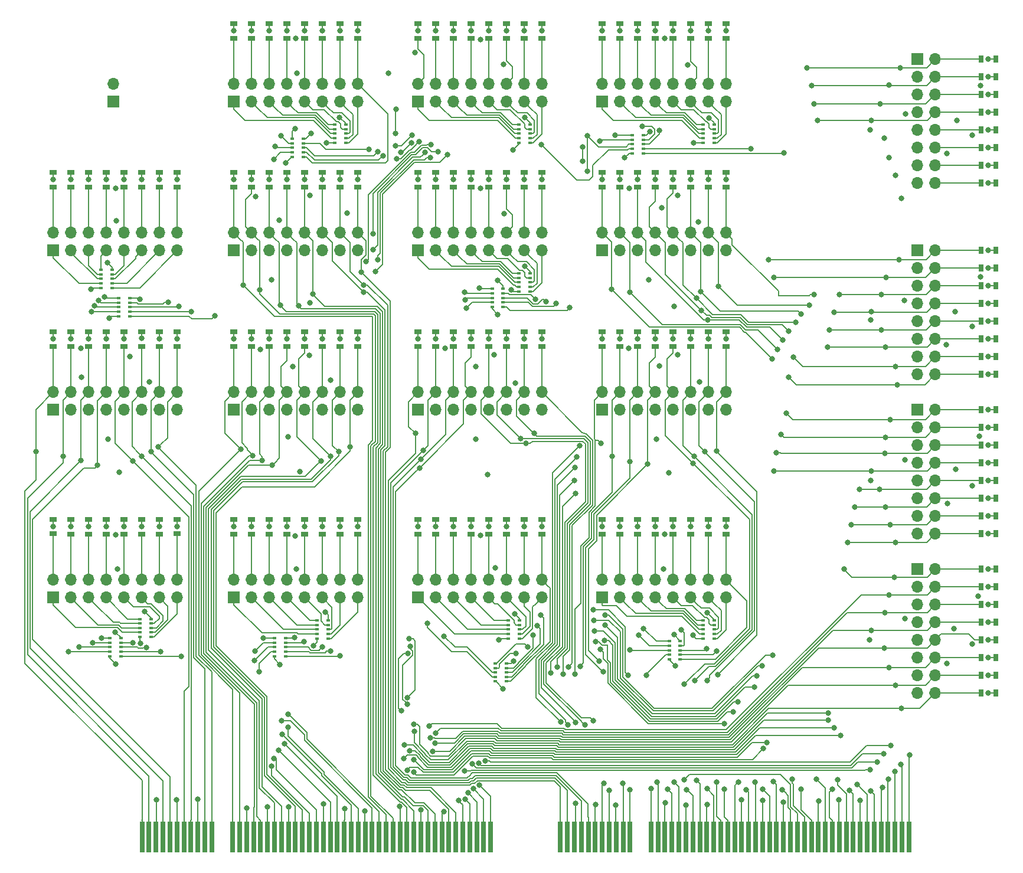
<source format=gbr>
G04 #@! TF.GenerationSoftware,KiCad,Pcbnew,(5.0.1)-4*
G04 #@! TF.CreationDate,2018-12-06T15:24:56-08:00*
G04 #@! TF.ProjectId,lights_n_jumpers,6C69676874735F6E5F6A756D70657273,rev?*
G04 #@! TF.SameCoordinates,Original*
G04 #@! TF.FileFunction,Copper,L1,Top,Signal*
G04 #@! TF.FilePolarity,Positive*
%FSLAX46Y46*%
G04 Gerber Fmt 4.6, Leading zero omitted, Abs format (unit mm)*
G04 Created by KiCad (PCBNEW (5.0.1)-4) date 12/6/2018 3:24:56 PM*
%MOMM*%
%LPD*%
G01*
G04 APERTURE LIST*
G04 #@! TA.AperFunction,SMDPad,CuDef*
%ADD10R,0.600000X0.340000*%
G04 #@! TD*
G04 #@! TA.AperFunction,SMDPad,CuDef*
%ADD11R,1.100000X0.800000*%
G04 #@! TD*
G04 #@! TA.AperFunction,SMDPad,CuDef*
%ADD12R,0.800000X1.100000*%
G04 #@! TD*
G04 #@! TA.AperFunction,ConnectorPad*
%ADD13R,0.700000X4.400000*%
G04 #@! TD*
G04 #@! TA.AperFunction,ComponentPad*
%ADD14R,1.700000X1.700000*%
G04 #@! TD*
G04 #@! TA.AperFunction,ComponentPad*
%ADD15O,1.700000X1.700000*%
G04 #@! TD*
G04 #@! TA.AperFunction,ViaPad*
%ADD16C,0.800000*%
G04 #@! TD*
G04 #@! TA.AperFunction,Conductor*
%ADD17C,0.178000*%
G04 #@! TD*
G04 APERTURE END LIST*
D10*
G04 #@! TO.P,RN1,9*
G04 #@! TO.N,Net-(J1-Pad1)*
X93180000Y-118267400D03*
G04 #@! TO.P,RN1,2*
G04 #@! TO.N,Net-(J1-Pad13)*
X94780000Y-118267400D03*
G04 #@! TO.P,RN1,1*
G04 #@! TO.N,Net-(J1-Pad15)*
X94780000Y-118907400D03*
G04 #@! TO.P,RN1,10*
G04 #@! TO.N,+3V3*
X93180000Y-118907400D03*
G04 #@! TO.P,RN1,5*
X94780000Y-116347400D03*
G04 #@! TO.P,RN1,6*
G04 #@! TO.N,Net-(J1-Pad7)*
X93180000Y-116347400D03*
G04 #@! TO.P,RN1,7*
G04 #@! TO.N,Net-(J1-Pad5)*
X93180000Y-116987400D03*
G04 #@! TO.P,RN1,4*
G04 #@! TO.N,Net-(J1-Pad9)*
X94780000Y-116987400D03*
G04 #@! TO.P,RN1,8*
G04 #@! TO.N,Net-(J1-Pad3)*
X93180000Y-117627400D03*
G04 #@! TO.P,RN1,3*
G04 #@! TO.N,Net-(J1-Pad11)*
X94780000Y-117627400D03*
G04 #@! TD*
G04 #@! TO.P,RN2,9*
G04 #@! TO.N,/rs1[31]*
X88852000Y-121036000D03*
G04 #@! TO.P,RN2,2*
G04 #@! TO.N,/rs1[25]*
X90452000Y-121036000D03*
G04 #@! TO.P,RN2,1*
G04 #@! TO.N,/rs1[24]*
X90452000Y-121676000D03*
G04 #@! TO.P,RN2,10*
G04 #@! TO.N,GNDREF*
X88852000Y-121676000D03*
G04 #@! TO.P,RN2,5*
X90452000Y-119116000D03*
G04 #@! TO.P,RN2,6*
G04 #@! TO.N,/rs1[28]*
X88852000Y-119116000D03*
G04 #@! TO.P,RN2,7*
G04 #@! TO.N,/rs1[29]*
X88852000Y-119756000D03*
G04 #@! TO.P,RN2,4*
G04 #@! TO.N,/rs1[27]*
X90452000Y-119756000D03*
G04 #@! TO.P,RN2,8*
G04 #@! TO.N,/rs1[30]*
X88852000Y-120396000D03*
G04 #@! TO.P,RN2,3*
G04 #@! TO.N,/rs1[26]*
X90452000Y-120396000D03*
G04 #@! TD*
G04 #@! TO.P,RN4,9*
G04 #@! TO.N,Net-(J2-Pad1)*
X118580000Y-118496000D03*
G04 #@! TO.P,RN4,2*
G04 #@! TO.N,Net-(J2-Pad13)*
X120180000Y-118496000D03*
G04 #@! TO.P,RN4,1*
G04 #@! TO.N,Net-(J2-Pad15)*
X120180000Y-119136000D03*
G04 #@! TO.P,RN4,10*
G04 #@! TO.N,+3V3*
X118580000Y-119136000D03*
G04 #@! TO.P,RN4,5*
X120180000Y-116576000D03*
G04 #@! TO.P,RN4,6*
G04 #@! TO.N,Net-(J2-Pad7)*
X118580000Y-116576000D03*
G04 #@! TO.P,RN4,7*
G04 #@! TO.N,Net-(J2-Pad5)*
X118580000Y-117216000D03*
G04 #@! TO.P,RN4,4*
G04 #@! TO.N,Net-(J2-Pad9)*
X120180000Y-117216000D03*
G04 #@! TO.P,RN4,8*
G04 #@! TO.N,Net-(J2-Pad3)*
X118580000Y-117856000D03*
G04 #@! TO.P,RN4,3*
G04 #@! TO.N,Net-(J2-Pad11)*
X120180000Y-117856000D03*
G04 #@! TD*
G04 #@! TO.P,RN5,9*
G04 #@! TO.N,/rs1[23]*
X112484000Y-121036000D03*
G04 #@! TO.P,RN5,2*
G04 #@! TO.N,/rs1[17]*
X114084000Y-121036000D03*
G04 #@! TO.P,RN5,1*
G04 #@! TO.N,/rs1[16]*
X114084000Y-121676000D03*
G04 #@! TO.P,RN5,10*
G04 #@! TO.N,GNDREF*
X112484000Y-121676000D03*
G04 #@! TO.P,RN5,5*
X114084000Y-119116000D03*
G04 #@! TO.P,RN5,6*
G04 #@! TO.N,/rs1[20]*
X112484000Y-119116000D03*
G04 #@! TO.P,RN5,7*
G04 #@! TO.N,/rs1[21]*
X112484000Y-119756000D03*
G04 #@! TO.P,RN5,4*
G04 #@! TO.N,/rs1[19]*
X114084000Y-119756000D03*
G04 #@! TO.P,RN5,8*
G04 #@! TO.N,/rs1[22]*
X112484000Y-120396000D03*
G04 #@! TO.P,RN5,3*
G04 #@! TO.N,/rs1[18]*
X114084000Y-120396000D03*
G04 #@! TD*
G04 #@! TO.P,RN22,9*
G04 #@! TO.N,Net-(J8-Pad1)*
X87592000Y-68204000D03*
G04 #@! TO.P,RN22,2*
G04 #@! TO.N,Net-(J8-Pad13)*
X89192000Y-68204000D03*
G04 #@! TO.P,RN22,1*
G04 #@! TO.N,Net-(J8-Pad15)*
X89192000Y-68844000D03*
G04 #@! TO.P,RN22,10*
G04 #@! TO.N,+3V3*
X87592000Y-68844000D03*
G04 #@! TO.P,RN22,5*
X89192000Y-66284000D03*
G04 #@! TO.P,RN22,6*
G04 #@! TO.N,Net-(J8-Pad7)*
X87592000Y-66284000D03*
G04 #@! TO.P,RN22,7*
G04 #@! TO.N,Net-(J8-Pad5)*
X87592000Y-66924000D03*
G04 #@! TO.P,RN22,4*
G04 #@! TO.N,Net-(J8-Pad9)*
X89192000Y-66924000D03*
G04 #@! TO.P,RN22,8*
G04 #@! TO.N,Net-(J8-Pad3)*
X87592000Y-67564000D03*
G04 #@! TO.P,RN22,3*
G04 #@! TO.N,Net-(J8-Pad11)*
X89192000Y-67564000D03*
G04 #@! TD*
G04 #@! TO.P,RN23,9*
G04 #@! TO.N,/rs2[31]*
X90132000Y-72268000D03*
G04 #@! TO.P,RN23,2*
G04 #@! TO.N,/rs2[25]*
X91732000Y-72268000D03*
G04 #@! TO.P,RN23,1*
G04 #@! TO.N,/rs2[24]*
X91732000Y-72908000D03*
G04 #@! TO.P,RN23,10*
G04 #@! TO.N,GNDREF*
X90132000Y-72908000D03*
G04 #@! TO.P,RN23,5*
X91732000Y-70348000D03*
G04 #@! TO.P,RN23,6*
G04 #@! TO.N,/rs2[28]*
X90132000Y-70348000D03*
G04 #@! TO.P,RN23,7*
G04 #@! TO.N,/rs2[29]*
X90132000Y-70988000D03*
G04 #@! TO.P,RN23,4*
G04 #@! TO.N,/rs2[27]*
X91732000Y-70988000D03*
G04 #@! TO.P,RN23,8*
G04 #@! TO.N,/rs2[30]*
X90132000Y-71628000D03*
G04 #@! TO.P,RN23,3*
G04 #@! TO.N,/rs2[26]*
X91732000Y-71628000D03*
G04 #@! TD*
G04 #@! TO.P,RN25,9*
G04 #@! TO.N,Net-(J10-Pad1)*
X173952000Y-118496000D03*
G04 #@! TO.P,RN25,2*
G04 #@! TO.N,Net-(J10-Pad13)*
X175552000Y-118496000D03*
G04 #@! TO.P,RN25,1*
G04 #@! TO.N,Net-(J10-Pad15)*
X175552000Y-119136000D03*
G04 #@! TO.P,RN25,10*
G04 #@! TO.N,+3V3*
X173952000Y-119136000D03*
G04 #@! TO.P,RN25,5*
X175552000Y-116576000D03*
G04 #@! TO.P,RN25,6*
G04 #@! TO.N,Net-(J10-Pad7)*
X173952000Y-116576000D03*
G04 #@! TO.P,RN25,7*
G04 #@! TO.N,Net-(J10-Pad5)*
X173952000Y-117216000D03*
G04 #@! TO.P,RN25,4*
G04 #@! TO.N,Net-(J10-Pad9)*
X175552000Y-117216000D03*
G04 #@! TO.P,RN25,8*
G04 #@! TO.N,Net-(J10-Pad3)*
X173952000Y-117856000D03*
G04 #@! TO.P,RN25,3*
G04 #@! TO.N,Net-(J10-Pad11)*
X175552000Y-117856000D03*
G04 #@! TD*
G04 #@! TO.P,RN26,9*
G04 #@! TO.N,/rs1[7]*
X169100600Y-121467800D03*
G04 #@! TO.P,RN26,2*
G04 #@! TO.N,/rs1[1]*
X170700600Y-121467800D03*
G04 #@! TO.P,RN26,1*
G04 #@! TO.N,/rs1[0]*
X170700600Y-122107800D03*
G04 #@! TO.P,RN26,10*
G04 #@! TO.N,GNDREF*
X169100600Y-122107800D03*
G04 #@! TO.P,RN26,5*
X170700600Y-119547800D03*
G04 #@! TO.P,RN26,6*
G04 #@! TO.N,/rs1[4]*
X169100600Y-119547800D03*
G04 #@! TO.P,RN26,7*
G04 #@! TO.N,/rs1[5]*
X169100600Y-120187800D03*
G04 #@! TO.P,RN26,4*
G04 #@! TO.N,/rs1[3]*
X170700600Y-120187800D03*
G04 #@! TO.P,RN26,8*
G04 #@! TO.N,/rs1[6]*
X169100600Y-120827800D03*
G04 #@! TO.P,RN26,3*
G04 #@! TO.N,/rs1[2]*
X170700600Y-120827800D03*
G04 #@! TD*
G04 #@! TO.P,RN28,9*
G04 #@! TO.N,Net-(J11-Pad1)*
X146012000Y-118496000D03*
G04 #@! TO.P,RN28,2*
G04 #@! TO.N,Net-(J11-Pad13)*
X147612000Y-118496000D03*
G04 #@! TO.P,RN28,1*
G04 #@! TO.N,Net-(J11-Pad15)*
X147612000Y-119136000D03*
G04 #@! TO.P,RN28,10*
G04 #@! TO.N,+3V3*
X146012000Y-119136000D03*
G04 #@! TO.P,RN28,5*
X147612000Y-116576000D03*
G04 #@! TO.P,RN28,6*
G04 #@! TO.N,Net-(J11-Pad7)*
X146012000Y-116576000D03*
G04 #@! TO.P,RN28,7*
G04 #@! TO.N,Net-(J11-Pad5)*
X146012000Y-117216000D03*
G04 #@! TO.P,RN28,4*
G04 #@! TO.N,Net-(J11-Pad9)*
X147612000Y-117216000D03*
G04 #@! TO.P,RN28,8*
G04 #@! TO.N,Net-(J11-Pad3)*
X146012000Y-117856000D03*
G04 #@! TO.P,RN28,3*
G04 #@! TO.N,Net-(J11-Pad11)*
X147612000Y-117856000D03*
G04 #@! TD*
G04 #@! TO.P,RN29,9*
G04 #@! TO.N,/rs1[15]*
X144183200Y-124642800D03*
G04 #@! TO.P,RN29,2*
G04 #@! TO.N,/rs1[9]*
X145783200Y-124642800D03*
G04 #@! TO.P,RN29,1*
G04 #@! TO.N,/rs1[8]*
X145783200Y-125282800D03*
G04 #@! TO.P,RN29,10*
G04 #@! TO.N,GNDREF*
X144183200Y-125282800D03*
G04 #@! TO.P,RN29,5*
X145783200Y-122722800D03*
G04 #@! TO.P,RN29,6*
G04 #@! TO.N,/rs1[12]*
X144183200Y-122722800D03*
G04 #@! TO.P,RN29,7*
G04 #@! TO.N,/rs1[13]*
X144183200Y-123362800D03*
G04 #@! TO.P,RN29,4*
G04 #@! TO.N,/rs1[11]*
X145783200Y-123362800D03*
G04 #@! TO.P,RN29,8*
G04 #@! TO.N,/rs1[14]*
X144183200Y-124002800D03*
G04 #@! TO.P,RN29,3*
G04 #@! TO.N,/rs1[10]*
X145783200Y-124002800D03*
G04 #@! TD*
G04 #@! TO.P,RN34,9*
G04 #@! TO.N,Net-(J13-Pad1)*
X147536000Y-68712000D03*
G04 #@! TO.P,RN34,2*
G04 #@! TO.N,Net-(J13-Pad13)*
X149136000Y-68712000D03*
G04 #@! TO.P,RN34,1*
G04 #@! TO.N,Net-(J13-Pad15)*
X149136000Y-69352000D03*
G04 #@! TO.P,RN34,10*
G04 #@! TO.N,+3V3*
X147536000Y-69352000D03*
G04 #@! TO.P,RN34,5*
X149136000Y-66792000D03*
G04 #@! TO.P,RN34,6*
G04 #@! TO.N,Net-(J13-Pad7)*
X147536000Y-66792000D03*
G04 #@! TO.P,RN34,7*
G04 #@! TO.N,Net-(J13-Pad5)*
X147536000Y-67432000D03*
G04 #@! TO.P,RN34,4*
G04 #@! TO.N,Net-(J13-Pad9)*
X149136000Y-67432000D03*
G04 #@! TO.P,RN34,8*
G04 #@! TO.N,Net-(J13-Pad3)*
X147536000Y-68072000D03*
G04 #@! TO.P,RN34,3*
G04 #@! TO.N,Net-(J13-Pad11)*
X149136000Y-68072000D03*
G04 #@! TD*
G04 #@! TO.P,RN35,9*
G04 #@! TO.N,/rs2[15]*
X143700600Y-70921800D03*
G04 #@! TO.P,RN35,2*
G04 #@! TO.N,/rs2[9]*
X145300600Y-70921800D03*
G04 #@! TO.P,RN35,1*
G04 #@! TO.N,/rs2[8]*
X145300600Y-71561800D03*
G04 #@! TO.P,RN35,10*
G04 #@! TO.N,GNDREF*
X143700600Y-71561800D03*
G04 #@! TO.P,RN35,5*
X145300600Y-69001800D03*
G04 #@! TO.P,RN35,6*
G04 #@! TO.N,/rs2[12]*
X143700600Y-69001800D03*
G04 #@! TO.P,RN35,7*
G04 #@! TO.N,/rs2[13]*
X143700600Y-69641800D03*
G04 #@! TO.P,RN35,4*
G04 #@! TO.N,/rs2[11]*
X145300600Y-69641800D03*
G04 #@! TO.P,RN35,8*
G04 #@! TO.N,/rs2[14]*
X143700600Y-70281800D03*
G04 #@! TO.P,RN35,3*
G04 #@! TO.N,/rs2[10]*
X145300600Y-70281800D03*
G04 #@! TD*
G04 #@! TO.P,RN46,9*
G04 #@! TO.N,Net-(J17-Pad1)*
X121120000Y-47376000D03*
G04 #@! TO.P,RN46,2*
G04 #@! TO.N,Net-(J17-Pad13)*
X122720000Y-47376000D03*
G04 #@! TO.P,RN46,1*
G04 #@! TO.N,Net-(J17-Pad15)*
X122720000Y-48016000D03*
G04 #@! TO.P,RN46,10*
G04 #@! TO.N,+3V3*
X121120000Y-48016000D03*
G04 #@! TO.P,RN46,5*
X122720000Y-45456000D03*
G04 #@! TO.P,RN46,6*
G04 #@! TO.N,Net-(J17-Pad7)*
X121120000Y-45456000D03*
G04 #@! TO.P,RN46,7*
G04 #@! TO.N,Net-(J17-Pad5)*
X121120000Y-46096000D03*
G04 #@! TO.P,RN46,4*
G04 #@! TO.N,Net-(J17-Pad9)*
X122720000Y-46096000D03*
G04 #@! TO.P,RN46,8*
G04 #@! TO.N,Net-(J17-Pad3)*
X121120000Y-46736000D03*
G04 #@! TO.P,RN46,3*
G04 #@! TO.N,Net-(J17-Pad11)*
X122720000Y-46736000D03*
G04 #@! TD*
G04 #@! TO.P,RN47,9*
G04 #@! TO.N,/~BOOT_ALU_EN*
X115024000Y-49408000D03*
G04 #@! TO.P,RN47,2*
G04 #@! TO.N,/~rs1_rd*
X116624000Y-49408000D03*
G04 #@! TO.P,RN47,1*
G04 #@! TO.N,/rs2a[0]*
X116624000Y-50048000D03*
G04 #@! TO.P,RN47,10*
G04 #@! TO.N,GNDREF*
X115024000Y-50048000D03*
G04 #@! TO.P,RN47,5*
X116624000Y-47488000D03*
G04 #@! TO.P,RN47,6*
G04 #@! TO.N,/~BOOT_WR*
X115024000Y-47488000D03*
G04 #@! TO.P,RN47,7*
G04 #@! TO.N,/~BOOT_RST*
X115024000Y-48128000D03*
G04 #@! TO.P,RN47,4*
G04 #@! TO.N,/~rd_wr*
X116624000Y-48128000D03*
G04 #@! TO.P,RN47,8*
G04 #@! TO.N,/BOOT_CLK*
X115024000Y-48768000D03*
G04 #@! TO.P,RN47,3*
G04 #@! TO.N,/~rs2_rd*
X116624000Y-48768000D03*
G04 #@! TD*
G04 #@! TO.P,RN49,9*
G04 #@! TO.N,Net-(J18-Pad1)*
X147536000Y-47376000D03*
G04 #@! TO.P,RN49,2*
G04 #@! TO.N,Net-(J18-Pad13)*
X149136000Y-47376000D03*
G04 #@! TO.P,RN49,1*
G04 #@! TO.N,Net-(J18-Pad15)*
X149136000Y-48016000D03*
G04 #@! TO.P,RN49,10*
G04 #@! TO.N,+3V3*
X147536000Y-48016000D03*
G04 #@! TO.P,RN49,5*
X149136000Y-45456000D03*
G04 #@! TO.P,RN49,6*
G04 #@! TO.N,Net-(J18-Pad7)*
X147536000Y-45456000D03*
G04 #@! TO.P,RN49,7*
G04 #@! TO.N,Net-(J18-Pad5)*
X147536000Y-46096000D03*
G04 #@! TO.P,RN49,4*
G04 #@! TO.N,Net-(J18-Pad9)*
X149136000Y-46096000D03*
G04 #@! TO.P,RN49,8*
G04 #@! TO.N,Net-(J18-Pad3)*
X147536000Y-46736000D03*
G04 #@! TO.P,RN49,3*
G04 #@! TO.N,Net-(J18-Pad11)*
X149136000Y-46736000D03*
G04 #@! TD*
G04 #@! TO.P,RN52,9*
G04 #@! TO.N,Net-(J19-Pad1)*
X173952000Y-47376000D03*
G04 #@! TO.P,RN52,2*
G04 #@! TO.N,Net-(J19-Pad13)*
X175552000Y-47376000D03*
G04 #@! TO.P,RN52,1*
G04 #@! TO.N,Net-(J19-Pad15)*
X175552000Y-48016000D03*
G04 #@! TO.P,RN52,10*
G04 #@! TO.N,+3V3*
X173952000Y-48016000D03*
G04 #@! TO.P,RN52,5*
X175552000Y-45456000D03*
G04 #@! TO.P,RN52,6*
G04 #@! TO.N,Net-(J19-Pad7)*
X173952000Y-45456000D03*
G04 #@! TO.P,RN52,7*
G04 #@! TO.N,Net-(J19-Pad5)*
X173952000Y-46096000D03*
G04 #@! TO.P,RN52,4*
G04 #@! TO.N,Net-(J19-Pad9)*
X175552000Y-46096000D03*
G04 #@! TO.P,RN52,8*
G04 #@! TO.N,Net-(J19-Pad3)*
X173952000Y-46736000D03*
G04 #@! TO.P,RN52,3*
G04 #@! TO.N,Net-(J19-Pad11)*
X175552000Y-46736000D03*
G04 #@! TD*
G04 #@! TO.P,RN53,9*
G04 #@! TO.N,/rda[4]*
X163792000Y-48900000D03*
G04 #@! TO.P,RN53,2*
G04 #@! TO.N,/~shift_oe*
X165392000Y-48900000D03*
G04 #@! TO.P,RN53,1*
G04 #@! TO.N,/~alu_oe*
X165392000Y-49540000D03*
G04 #@! TO.P,RN53,10*
G04 #@! TO.N,GNDREF*
X163792000Y-49540000D03*
G04 #@! TO.P,RN53,5*
X165392000Y-46980000D03*
G04 #@! TO.P,RN53,6*
G04 #@! TO.N,/rs1a[2]*
X163792000Y-46980000D03*
G04 #@! TO.P,RN53,7*
G04 #@! TO.N,/rs1a[1]*
X163792000Y-47620000D03*
G04 #@! TO.P,RN53,4*
G04 #@! TO.N,/rs1a[3]*
X165392000Y-47620000D03*
G04 #@! TO.P,RN53,8*
G04 #@! TO.N,/rs1a[0]*
X163792000Y-48260000D03*
G04 #@! TO.P,RN53,3*
G04 #@! TO.N,/rs1a[4]*
X165392000Y-48260000D03*
G04 #@! TD*
D11*
G04 #@! TO.P,D82,1*
G04 #@! TO.N,Net-(D82-Pad1)*
X174752000Y-52290000D03*
G04 #@! TO.P,D82,2*
G04 #@! TO.N,/rs2[1]*
X174752000Y-54390000D03*
G04 #@! TD*
G04 #@! TO.P,D1,1*
G04 #@! TO.N,Net-(D1-Pad1)*
X98552000Y-102040000D03*
G04 #@! TO.P,D1,2*
G04 #@! TO.N,/rs1[24]*
X98552000Y-104140000D03*
G04 #@! TD*
G04 #@! TO.P,D2,1*
G04 #@! TO.N,Net-(D2-Pad1)*
X96012000Y-102074000D03*
G04 #@! TO.P,D2,2*
G04 #@! TO.N,/rs1[25]*
X96012000Y-104174000D03*
G04 #@! TD*
G04 #@! TO.P,D3,1*
G04 #@! TO.N,Net-(D3-Pad1)*
X93472000Y-102074000D03*
G04 #@! TO.P,D3,2*
G04 #@! TO.N,/rs1[26]*
X93472000Y-104174000D03*
G04 #@! TD*
G04 #@! TO.P,D4,1*
G04 #@! TO.N,Net-(D4-Pad1)*
X90932000Y-102074000D03*
G04 #@! TO.P,D4,2*
G04 #@! TO.N,/rs1[27]*
X90932000Y-104174000D03*
G04 #@! TD*
G04 #@! TO.P,D5,1*
G04 #@! TO.N,Net-(D5-Pad1)*
X88392000Y-102074000D03*
G04 #@! TO.P,D5,2*
G04 #@! TO.N,/rs1[28]*
X88392000Y-104174000D03*
G04 #@! TD*
G04 #@! TO.P,D6,1*
G04 #@! TO.N,Net-(D6-Pad1)*
X85852000Y-102074000D03*
G04 #@! TO.P,D6,2*
G04 #@! TO.N,/rs1[29]*
X85852000Y-104174000D03*
G04 #@! TD*
G04 #@! TO.P,D7,1*
G04 #@! TO.N,Net-(D7-Pad1)*
X83312000Y-102074000D03*
G04 #@! TO.P,D7,2*
G04 #@! TO.N,/rs1[30]*
X83312000Y-104174000D03*
G04 #@! TD*
G04 #@! TO.P,D8,1*
G04 #@! TO.N,Net-(D8-Pad1)*
X80772000Y-102040000D03*
G04 #@! TO.P,D8,2*
G04 #@! TO.N,/rs1[31]*
X80772000Y-104140000D03*
G04 #@! TD*
G04 #@! TO.P,D9,1*
G04 #@! TO.N,Net-(D9-Pad1)*
X124460000Y-102074000D03*
G04 #@! TO.P,D9,2*
G04 #@! TO.N,/rs1[16]*
X124460000Y-104174000D03*
G04 #@! TD*
G04 #@! TO.P,D10,1*
G04 #@! TO.N,Net-(D10-Pad1)*
X121920000Y-102074000D03*
G04 #@! TO.P,D10,2*
G04 #@! TO.N,/rs1[17]*
X121920000Y-104174000D03*
G04 #@! TD*
G04 #@! TO.P,D11,1*
G04 #@! TO.N,Net-(D11-Pad1)*
X119380000Y-102074000D03*
G04 #@! TO.P,D11,2*
G04 #@! TO.N,/rs1[18]*
X119380000Y-104174000D03*
G04 #@! TD*
G04 #@! TO.P,D12,1*
G04 #@! TO.N,Net-(D12-Pad1)*
X116840000Y-102074000D03*
G04 #@! TO.P,D12,2*
G04 #@! TO.N,/rs1[19]*
X116840000Y-104174000D03*
G04 #@! TD*
G04 #@! TO.P,D13,1*
G04 #@! TO.N,Net-(D13-Pad1)*
X114300000Y-102074000D03*
G04 #@! TO.P,D13,2*
G04 #@! TO.N,/rs1[20]*
X114300000Y-104174000D03*
G04 #@! TD*
G04 #@! TO.P,D14,1*
G04 #@! TO.N,Net-(D14-Pad1)*
X111760000Y-102074000D03*
G04 #@! TO.P,D14,2*
G04 #@! TO.N,/rs1[21]*
X111760000Y-104174000D03*
G04 #@! TD*
G04 #@! TO.P,D15,1*
G04 #@! TO.N,Net-(D15-Pad1)*
X109220000Y-102074000D03*
G04 #@! TO.P,D15,2*
G04 #@! TO.N,/rs1[22]*
X109220000Y-104174000D03*
G04 #@! TD*
G04 #@! TO.P,D16,1*
G04 #@! TO.N,Net-(D16-Pad1)*
X106680000Y-102074000D03*
G04 #@! TO.P,D16,2*
G04 #@! TO.N,/rs1[23]*
X106680000Y-104174000D03*
G04 #@! TD*
G04 #@! TO.P,D17,1*
G04 #@! TO.N,Net-(D17-Pad1)*
X98552000Y-75150000D03*
G04 #@! TO.P,D17,2*
G04 #@! TO.N,/rd[24]*
X98552000Y-77250000D03*
G04 #@! TD*
G04 #@! TO.P,D18,1*
G04 #@! TO.N,Net-(D18-Pad1)*
X96012000Y-75150000D03*
G04 #@! TO.P,D18,2*
G04 #@! TO.N,/rd[25]*
X96012000Y-77250000D03*
G04 #@! TD*
G04 #@! TO.P,D19,1*
G04 #@! TO.N,Net-(D19-Pad1)*
X93472000Y-75150000D03*
G04 #@! TO.P,D19,2*
G04 #@! TO.N,/rd[26]*
X93472000Y-77250000D03*
G04 #@! TD*
G04 #@! TO.P,D20,1*
G04 #@! TO.N,Net-(D20-Pad1)*
X90932000Y-75150000D03*
G04 #@! TO.P,D20,2*
G04 #@! TO.N,/rd[27]*
X90932000Y-77250000D03*
G04 #@! TD*
G04 #@! TO.P,D21,1*
G04 #@! TO.N,Net-(D21-Pad1)*
X88392000Y-75150000D03*
G04 #@! TO.P,D21,2*
G04 #@! TO.N,/rd[28]*
X88392000Y-77250000D03*
G04 #@! TD*
G04 #@! TO.P,D22,1*
G04 #@! TO.N,Net-(D22-Pad1)*
X85852000Y-75150000D03*
G04 #@! TO.P,D22,2*
G04 #@! TO.N,/rd[29]*
X85852000Y-77250000D03*
G04 #@! TD*
G04 #@! TO.P,D23,1*
G04 #@! TO.N,Net-(D23-Pad1)*
X83312000Y-75150000D03*
G04 #@! TO.P,D23,2*
G04 #@! TO.N,/rd[30]*
X83312000Y-77250000D03*
G04 #@! TD*
G04 #@! TO.P,D24,1*
G04 #@! TO.N,Net-(D24-Pad1)*
X80772000Y-75150000D03*
G04 #@! TO.P,D24,2*
G04 #@! TO.N,/rd[31]*
X80772000Y-77250000D03*
G04 #@! TD*
G04 #@! TO.P,D25,1*
G04 #@! TO.N,Net-(D25-Pad1)*
X124460000Y-75150000D03*
G04 #@! TO.P,D25,2*
G04 #@! TO.N,/rd[16]*
X124460000Y-77250000D03*
G04 #@! TD*
G04 #@! TO.P,D26,1*
G04 #@! TO.N,Net-(D26-Pad1)*
X121920000Y-75150000D03*
G04 #@! TO.P,D26,2*
G04 #@! TO.N,/rd[17]*
X121920000Y-77250000D03*
G04 #@! TD*
G04 #@! TO.P,D27,1*
G04 #@! TO.N,Net-(D27-Pad1)*
X119380000Y-75150000D03*
G04 #@! TO.P,D27,2*
G04 #@! TO.N,/rd[18]*
X119380000Y-77250000D03*
G04 #@! TD*
G04 #@! TO.P,D28,1*
G04 #@! TO.N,Net-(D28-Pad1)*
X116840000Y-75150000D03*
G04 #@! TO.P,D28,2*
G04 #@! TO.N,/rd[19]*
X116840000Y-77250000D03*
G04 #@! TD*
G04 #@! TO.P,D29,1*
G04 #@! TO.N,Net-(D29-Pad1)*
X114300000Y-75150000D03*
G04 #@! TO.P,D29,2*
G04 #@! TO.N,/rd[20]*
X114300000Y-77250000D03*
G04 #@! TD*
G04 #@! TO.P,D30,1*
G04 #@! TO.N,Net-(D30-Pad1)*
X111760000Y-75150000D03*
G04 #@! TO.P,D30,2*
G04 #@! TO.N,/rd[21]*
X111760000Y-77250000D03*
G04 #@! TD*
G04 #@! TO.P,D31,1*
G04 #@! TO.N,Net-(D31-Pad1)*
X109220000Y-75150000D03*
G04 #@! TO.P,D31,2*
G04 #@! TO.N,/rd[22]*
X109220000Y-77250000D03*
G04 #@! TD*
G04 #@! TO.P,D32,1*
G04 #@! TO.N,Net-(D32-Pad1)*
X106680000Y-75150000D03*
G04 #@! TO.P,D32,2*
G04 #@! TO.N,/rd[23]*
X106680000Y-77250000D03*
G04 #@! TD*
G04 #@! TO.P,D33,1*
G04 #@! TO.N,Net-(D33-Pad1)*
X150876000Y-75150000D03*
G04 #@! TO.P,D33,2*
G04 #@! TO.N,/rd[8]*
X150876000Y-77250000D03*
G04 #@! TD*
G04 #@! TO.P,D34,1*
G04 #@! TO.N,Net-(D34-Pad1)*
X148336000Y-75150000D03*
G04 #@! TO.P,D34,2*
G04 #@! TO.N,/rd[9]*
X148336000Y-77250000D03*
G04 #@! TD*
G04 #@! TO.P,D35,1*
G04 #@! TO.N,Net-(D35-Pad1)*
X145796000Y-75150000D03*
G04 #@! TO.P,D35,2*
G04 #@! TO.N,/rd[10]*
X145796000Y-77250000D03*
G04 #@! TD*
G04 #@! TO.P,D36,1*
G04 #@! TO.N,Net-(D36-Pad1)*
X143256000Y-75150000D03*
G04 #@! TO.P,D36,2*
G04 #@! TO.N,/rd[11]*
X143256000Y-77250000D03*
G04 #@! TD*
G04 #@! TO.P,D37,1*
G04 #@! TO.N,Net-(D37-Pad1)*
X140716000Y-75150000D03*
G04 #@! TO.P,D37,2*
G04 #@! TO.N,/rd[12]*
X140716000Y-77250000D03*
G04 #@! TD*
G04 #@! TO.P,D38,1*
G04 #@! TO.N,Net-(D38-Pad1)*
X138176000Y-75150000D03*
G04 #@! TO.P,D38,2*
G04 #@! TO.N,/rd[13]*
X138176000Y-77250000D03*
G04 #@! TD*
G04 #@! TO.P,D39,1*
G04 #@! TO.N,Net-(D39-Pad1)*
X135636000Y-75150000D03*
G04 #@! TO.P,D39,2*
G04 #@! TO.N,/rd[14]*
X135636000Y-77250000D03*
G04 #@! TD*
G04 #@! TO.P,D40,1*
G04 #@! TO.N,Net-(D40-Pad1)*
X133096000Y-75150000D03*
G04 #@! TO.P,D40,2*
G04 #@! TO.N,/rd[15]*
X133096000Y-77250000D03*
G04 #@! TD*
G04 #@! TO.P,D41,1*
G04 #@! TO.N,Net-(D41-Pad1)*
X177292000Y-75150000D03*
G04 #@! TO.P,D41,2*
G04 #@! TO.N,/rd[0]*
X177292000Y-77250000D03*
G04 #@! TD*
G04 #@! TO.P,D42,1*
G04 #@! TO.N,Net-(D42-Pad1)*
X174752000Y-75150000D03*
G04 #@! TO.P,D42,2*
G04 #@! TO.N,/rd[1]*
X174752000Y-77250000D03*
G04 #@! TD*
G04 #@! TO.P,D43,1*
G04 #@! TO.N,Net-(D43-Pad1)*
X172212000Y-75150000D03*
G04 #@! TO.P,D43,2*
G04 #@! TO.N,/rd[2]*
X172212000Y-77250000D03*
G04 #@! TD*
G04 #@! TO.P,D44,1*
G04 #@! TO.N,Net-(D44-Pad1)*
X169672000Y-75150000D03*
G04 #@! TO.P,D44,2*
G04 #@! TO.N,/rd[3]*
X169672000Y-77250000D03*
G04 #@! TD*
G04 #@! TO.P,D45,1*
G04 #@! TO.N,Net-(D45-Pad1)*
X167132000Y-75150000D03*
G04 #@! TO.P,D45,2*
G04 #@! TO.N,/rd[4]*
X167132000Y-77250000D03*
G04 #@! TD*
G04 #@! TO.P,D46,1*
G04 #@! TO.N,Net-(D46-Pad1)*
X164592000Y-75150000D03*
G04 #@! TO.P,D46,2*
G04 #@! TO.N,/rd[5]*
X164592000Y-77250000D03*
G04 #@! TD*
G04 #@! TO.P,D47,1*
G04 #@! TO.N,Net-(D47-Pad1)*
X162052000Y-75150000D03*
G04 #@! TO.P,D47,2*
G04 #@! TO.N,/rd[6]*
X162052000Y-77250000D03*
G04 #@! TD*
G04 #@! TO.P,D48,1*
G04 #@! TO.N,Net-(D48-Pad1)*
X159512000Y-75150000D03*
G04 #@! TO.P,D48,2*
G04 #@! TO.N,/rd[7]*
X159512000Y-77250000D03*
G04 #@! TD*
G04 #@! TO.P,D49,1*
G04 #@! TO.N,Net-(D49-Pad1)*
X124460000Y-52290000D03*
G04 #@! TO.P,D49,2*
G04 #@! TO.N,/rs2[16]*
X124460000Y-54390000D03*
G04 #@! TD*
G04 #@! TO.P,D50,1*
G04 #@! TO.N,Net-(D50-Pad1)*
X121920000Y-52290000D03*
G04 #@! TO.P,D50,2*
G04 #@! TO.N,/rs2[17]*
X121920000Y-54390000D03*
G04 #@! TD*
G04 #@! TO.P,D51,1*
G04 #@! TO.N,Net-(D51-Pad1)*
X119380000Y-52290000D03*
G04 #@! TO.P,D51,2*
G04 #@! TO.N,/rs2[18]*
X119380000Y-54390000D03*
G04 #@! TD*
G04 #@! TO.P,D52,1*
G04 #@! TO.N,Net-(D52-Pad1)*
X116840000Y-52290000D03*
G04 #@! TO.P,D52,2*
G04 #@! TO.N,/rs2[19]*
X116840000Y-54390000D03*
G04 #@! TD*
G04 #@! TO.P,D53,1*
G04 #@! TO.N,Net-(D53-Pad1)*
X114300000Y-52290000D03*
G04 #@! TO.P,D53,2*
G04 #@! TO.N,/rs2[20]*
X114300000Y-54390000D03*
G04 #@! TD*
G04 #@! TO.P,D54,1*
G04 #@! TO.N,Net-(D54-Pad1)*
X111760000Y-52290000D03*
G04 #@! TO.P,D54,2*
G04 #@! TO.N,/rs2[21]*
X111760000Y-54390000D03*
G04 #@! TD*
G04 #@! TO.P,D55,1*
G04 #@! TO.N,Net-(D55-Pad1)*
X109220000Y-52290000D03*
G04 #@! TO.P,D55,2*
G04 #@! TO.N,/rs2[22]*
X109220000Y-54390000D03*
G04 #@! TD*
G04 #@! TO.P,D56,1*
G04 #@! TO.N,Net-(D56-Pad1)*
X106680000Y-52290000D03*
G04 #@! TO.P,D56,2*
G04 #@! TO.N,/rs2[23]*
X106680000Y-54390000D03*
G04 #@! TD*
G04 #@! TO.P,D57,1*
G04 #@! TO.N,Net-(D57-Pad1)*
X98552000Y-52290000D03*
G04 #@! TO.P,D57,2*
G04 #@! TO.N,/rs2[24]*
X98552000Y-54390000D03*
G04 #@! TD*
G04 #@! TO.P,D58,1*
G04 #@! TO.N,Net-(D58-Pad1)*
X96012000Y-52290000D03*
G04 #@! TO.P,D58,2*
G04 #@! TO.N,/rs2[25]*
X96012000Y-54390000D03*
G04 #@! TD*
G04 #@! TO.P,D59,1*
G04 #@! TO.N,Net-(D59-Pad1)*
X93472000Y-52290000D03*
G04 #@! TO.P,D59,2*
G04 #@! TO.N,/rs2[26]*
X93472000Y-54390000D03*
G04 #@! TD*
G04 #@! TO.P,D60,1*
G04 #@! TO.N,Net-(D60-Pad1)*
X90932000Y-52290000D03*
G04 #@! TO.P,D60,2*
G04 #@! TO.N,/rs2[27]*
X90932000Y-54390000D03*
G04 #@! TD*
G04 #@! TO.P,D61,1*
G04 #@! TO.N,Net-(D61-Pad1)*
X88392000Y-52290000D03*
G04 #@! TO.P,D61,2*
G04 #@! TO.N,/rs2[28]*
X88392000Y-54390000D03*
G04 #@! TD*
G04 #@! TO.P,D62,1*
G04 #@! TO.N,Net-(D62-Pad1)*
X85852000Y-52290000D03*
G04 #@! TO.P,D62,2*
G04 #@! TO.N,/rs2[29]*
X85852000Y-54390000D03*
G04 #@! TD*
G04 #@! TO.P,D63,1*
G04 #@! TO.N,Net-(D63-Pad1)*
X83312000Y-52290000D03*
G04 #@! TO.P,D63,2*
G04 #@! TO.N,/rs2[30]*
X83312000Y-54390000D03*
G04 #@! TD*
G04 #@! TO.P,D64,1*
G04 #@! TO.N,Net-(D64-Pad1)*
X80772000Y-52290000D03*
G04 #@! TO.P,D64,2*
G04 #@! TO.N,/rs2[31]*
X80772000Y-54390000D03*
G04 #@! TD*
G04 #@! TO.P,D65,1*
G04 #@! TO.N,Net-(D65-Pad1)*
X177292000Y-102074000D03*
G04 #@! TO.P,D65,2*
G04 #@! TO.N,/rs1[0]*
X177292000Y-104174000D03*
G04 #@! TD*
G04 #@! TO.P,D66,1*
G04 #@! TO.N,Net-(D66-Pad1)*
X174752000Y-102074000D03*
G04 #@! TO.P,D66,2*
G04 #@! TO.N,/rs1[1]*
X174752000Y-104174000D03*
G04 #@! TD*
G04 #@! TO.P,D67,1*
G04 #@! TO.N,Net-(D67-Pad1)*
X172212000Y-102074000D03*
G04 #@! TO.P,D67,2*
G04 #@! TO.N,/rs1[2]*
X172212000Y-104174000D03*
G04 #@! TD*
G04 #@! TO.P,D68,1*
G04 #@! TO.N,Net-(D68-Pad1)*
X169672000Y-102074000D03*
G04 #@! TO.P,D68,2*
G04 #@! TO.N,/rs1[3]*
X169672000Y-104174000D03*
G04 #@! TD*
G04 #@! TO.P,D69,1*
G04 #@! TO.N,Net-(D69-Pad1)*
X167132000Y-102074000D03*
G04 #@! TO.P,D69,2*
G04 #@! TO.N,/rs1[4]*
X167132000Y-104174000D03*
G04 #@! TD*
G04 #@! TO.P,D70,1*
G04 #@! TO.N,Net-(D70-Pad1)*
X164592000Y-102074000D03*
G04 #@! TO.P,D70,2*
G04 #@! TO.N,/rs1[5]*
X164592000Y-104174000D03*
G04 #@! TD*
G04 #@! TO.P,D71,1*
G04 #@! TO.N,Net-(D71-Pad1)*
X162052000Y-102074000D03*
G04 #@! TO.P,D71,2*
G04 #@! TO.N,/rs1[6]*
X162052000Y-104174000D03*
G04 #@! TD*
G04 #@! TO.P,D72,1*
G04 #@! TO.N,Net-(D72-Pad1)*
X159512000Y-102074000D03*
G04 #@! TO.P,D72,2*
G04 #@! TO.N,/rs1[7]*
X159512000Y-104174000D03*
G04 #@! TD*
G04 #@! TO.P,D73,1*
G04 #@! TO.N,Net-(D73-Pad1)*
X150876000Y-102074000D03*
G04 #@! TO.P,D73,2*
G04 #@! TO.N,/rs1[8]*
X150876000Y-104174000D03*
G04 #@! TD*
G04 #@! TO.P,D74,1*
G04 #@! TO.N,Net-(D74-Pad1)*
X148336000Y-102074000D03*
G04 #@! TO.P,D74,2*
G04 #@! TO.N,/rs1[9]*
X148336000Y-104174000D03*
G04 #@! TD*
G04 #@! TO.P,D75,1*
G04 #@! TO.N,Net-(D75-Pad1)*
X145796000Y-102074000D03*
G04 #@! TO.P,D75,2*
G04 #@! TO.N,/rs1[10]*
X145796000Y-104174000D03*
G04 #@! TD*
G04 #@! TO.P,D76,1*
G04 #@! TO.N,Net-(D76-Pad1)*
X143256000Y-102074000D03*
G04 #@! TO.P,D76,2*
G04 #@! TO.N,/rs1[11]*
X143256000Y-104174000D03*
G04 #@! TD*
G04 #@! TO.P,D77,1*
G04 #@! TO.N,Net-(D77-Pad1)*
X140716000Y-102074000D03*
G04 #@! TO.P,D77,2*
G04 #@! TO.N,/rs1[12]*
X140716000Y-104174000D03*
G04 #@! TD*
G04 #@! TO.P,D78,1*
G04 #@! TO.N,Net-(D78-Pad1)*
X138176000Y-102074000D03*
G04 #@! TO.P,D78,2*
G04 #@! TO.N,/rs1[13]*
X138176000Y-104174000D03*
G04 #@! TD*
G04 #@! TO.P,D79,1*
G04 #@! TO.N,Net-(D79-Pad1)*
X135636000Y-102074000D03*
G04 #@! TO.P,D79,2*
G04 #@! TO.N,/rs1[14]*
X135636000Y-104174000D03*
G04 #@! TD*
G04 #@! TO.P,D80,1*
G04 #@! TO.N,Net-(D80-Pad1)*
X133096000Y-102074000D03*
G04 #@! TO.P,D80,2*
G04 #@! TO.N,/rs1[15]*
X133096000Y-104174000D03*
G04 #@! TD*
G04 #@! TO.P,D81,1*
G04 #@! TO.N,Net-(D81-Pad1)*
X177292000Y-52290000D03*
G04 #@! TO.P,D81,2*
G04 #@! TO.N,/rs2[0]*
X177292000Y-54390000D03*
G04 #@! TD*
G04 #@! TO.P,D83,1*
G04 #@! TO.N,Net-(D83-Pad1)*
X172212000Y-52290000D03*
G04 #@! TO.P,D83,2*
G04 #@! TO.N,/rs2[2]*
X172212000Y-54390000D03*
G04 #@! TD*
G04 #@! TO.P,D84,1*
G04 #@! TO.N,Net-(D84-Pad1)*
X169672000Y-52290000D03*
G04 #@! TO.P,D84,2*
G04 #@! TO.N,/rs2[3]*
X169672000Y-54390000D03*
G04 #@! TD*
G04 #@! TO.P,D85,1*
G04 #@! TO.N,Net-(D85-Pad1)*
X167132000Y-52290000D03*
G04 #@! TO.P,D85,2*
G04 #@! TO.N,/rs2[4]*
X167132000Y-54390000D03*
G04 #@! TD*
G04 #@! TO.P,D86,1*
G04 #@! TO.N,Net-(D86-Pad1)*
X164592000Y-52290000D03*
G04 #@! TO.P,D86,2*
G04 #@! TO.N,/rs2[5]*
X164592000Y-54390000D03*
G04 #@! TD*
G04 #@! TO.P,D87,1*
G04 #@! TO.N,Net-(D87-Pad1)*
X162052000Y-52290000D03*
G04 #@! TO.P,D87,2*
G04 #@! TO.N,/rs2[6]*
X162052000Y-54390000D03*
G04 #@! TD*
G04 #@! TO.P,D88,1*
G04 #@! TO.N,Net-(D88-Pad1)*
X159512000Y-52290000D03*
G04 #@! TO.P,D88,2*
G04 #@! TO.N,/rs2[7]*
X159512000Y-54390000D03*
G04 #@! TD*
G04 #@! TO.P,D89,1*
G04 #@! TO.N,Net-(D89-Pad1)*
X150876000Y-52290000D03*
G04 #@! TO.P,D89,2*
G04 #@! TO.N,/rs2[8]*
X150876000Y-54390000D03*
G04 #@! TD*
G04 #@! TO.P,D90,1*
G04 #@! TO.N,Net-(D90-Pad1)*
X148336000Y-52290000D03*
G04 #@! TO.P,D90,2*
G04 #@! TO.N,/rs2[9]*
X148336000Y-54390000D03*
G04 #@! TD*
G04 #@! TO.P,D91,1*
G04 #@! TO.N,Net-(D91-Pad1)*
X145796000Y-52290000D03*
G04 #@! TO.P,D91,2*
G04 #@! TO.N,/rs2[10]*
X145796000Y-54390000D03*
G04 #@! TD*
G04 #@! TO.P,D92,1*
G04 #@! TO.N,Net-(D92-Pad1)*
X143256000Y-52290000D03*
G04 #@! TO.P,D92,2*
G04 #@! TO.N,/rs2[11]*
X143256000Y-54390000D03*
G04 #@! TD*
G04 #@! TO.P,D93,1*
G04 #@! TO.N,Net-(D93-Pad1)*
X140716000Y-52290000D03*
G04 #@! TO.P,D93,2*
G04 #@! TO.N,/rs2[12]*
X140716000Y-54390000D03*
G04 #@! TD*
G04 #@! TO.P,D94,1*
G04 #@! TO.N,Net-(D94-Pad1)*
X138176000Y-52290000D03*
G04 #@! TO.P,D94,2*
G04 #@! TO.N,/rs2[13]*
X138176000Y-54390000D03*
G04 #@! TD*
G04 #@! TO.P,D95,1*
G04 #@! TO.N,Net-(D95-Pad1)*
X135636000Y-52290000D03*
G04 #@! TO.P,D95,2*
G04 #@! TO.N,/rs2[14]*
X135636000Y-54390000D03*
G04 #@! TD*
G04 #@! TO.P,D96,1*
G04 #@! TO.N,Net-(D96-Pad1)*
X133096000Y-52290000D03*
G04 #@! TO.P,D96,2*
G04 #@! TO.N,/rs2[15]*
X133096000Y-54390000D03*
G04 #@! TD*
D12*
G04 #@! TO.P,D97,1*
G04 #@! TO.N,Net-(D97-Pad1)*
X215934000Y-81280000D03*
G04 #@! TO.P,D97,2*
G04 #@! TO.N,/nc16*
X213834000Y-81280000D03*
G04 #@! TD*
G04 #@! TO.P,D98,1*
G04 #@! TO.N,Net-(D98-Pad1)*
X215934000Y-78740000D03*
G04 #@! TO.P,D98,2*
G04 #@! TO.N,/nc17*
X213834000Y-78740000D03*
G04 #@! TD*
G04 #@! TO.P,D99,1*
G04 #@! TO.N,Net-(D99-Pad1)*
X215934000Y-76200000D03*
G04 #@! TO.P,D99,2*
G04 #@! TO.N,/nc18*
X213834000Y-76200000D03*
G04 #@! TD*
G04 #@! TO.P,D100,1*
G04 #@! TO.N,Net-(D100-Pad1)*
X215934000Y-73660000D03*
G04 #@! TO.P,D100,2*
G04 #@! TO.N,/nc19*
X213834000Y-73660000D03*
G04 #@! TD*
G04 #@! TO.P,D101,1*
G04 #@! TO.N,Net-(D101-Pad1)*
X215934000Y-71120000D03*
G04 #@! TO.P,D101,2*
G04 #@! TO.N,/nc20*
X213834000Y-71120000D03*
G04 #@! TD*
G04 #@! TO.P,D102,1*
G04 #@! TO.N,Net-(D102-Pad1)*
X215934000Y-68580000D03*
G04 #@! TO.P,D102,2*
G04 #@! TO.N,/nc21*
X213834000Y-68580000D03*
G04 #@! TD*
G04 #@! TO.P,D103,1*
G04 #@! TO.N,Net-(D103-Pad1)*
X215934000Y-66040000D03*
G04 #@! TO.P,D103,2*
G04 #@! TO.N,/nc22*
X213834000Y-66040000D03*
G04 #@! TD*
G04 #@! TO.P,D104,1*
G04 #@! TO.N,Net-(D104-Pad1)*
X215934000Y-63500000D03*
G04 #@! TO.P,D104,2*
G04 #@! TO.N,/nc23*
X213834000Y-63500000D03*
G04 #@! TD*
G04 #@! TO.P,D105,1*
G04 #@! TO.N,Net-(D105-Pad1)*
X215934000Y-104140000D03*
G04 #@! TO.P,D105,2*
G04 #@! TO.N,/nc8*
X213834000Y-104140000D03*
G04 #@! TD*
G04 #@! TO.P,D106,1*
G04 #@! TO.N,Net-(D106-Pad1)*
X215934000Y-101600000D03*
G04 #@! TO.P,D106,2*
G04 #@! TO.N,/nc9*
X213834000Y-101600000D03*
G04 #@! TD*
G04 #@! TO.P,D107,1*
G04 #@! TO.N,Net-(D107-Pad1)*
X215934000Y-99060000D03*
G04 #@! TO.P,D107,2*
G04 #@! TO.N,/nc10*
X213834000Y-99060000D03*
G04 #@! TD*
G04 #@! TO.P,D108,1*
G04 #@! TO.N,Net-(D108-Pad1)*
X215934000Y-96520000D03*
G04 #@! TO.P,D108,2*
G04 #@! TO.N,/nc11*
X213834000Y-96520000D03*
G04 #@! TD*
G04 #@! TO.P,D109,1*
G04 #@! TO.N,Net-(D109-Pad1)*
X215934000Y-93980000D03*
G04 #@! TO.P,D109,2*
G04 #@! TO.N,/nc12*
X213834000Y-93980000D03*
G04 #@! TD*
G04 #@! TO.P,D110,1*
G04 #@! TO.N,Net-(D110-Pad1)*
X215934000Y-91440000D03*
G04 #@! TO.P,D110,2*
G04 #@! TO.N,/nc13*
X213834000Y-91440000D03*
G04 #@! TD*
G04 #@! TO.P,D111,1*
G04 #@! TO.N,Net-(D111-Pad1)*
X215934000Y-88900000D03*
G04 #@! TO.P,D111,2*
G04 #@! TO.N,/nc14*
X213834000Y-88900000D03*
G04 #@! TD*
G04 #@! TO.P,D112,1*
G04 #@! TO.N,Net-(D112-Pad1)*
X215934000Y-86360000D03*
G04 #@! TO.P,D112,2*
G04 #@! TO.N,/nc15*
X213834000Y-86360000D03*
G04 #@! TD*
G04 #@! TO.P,D113,1*
G04 #@! TO.N,Net-(D113-Pad1)*
X215934000Y-127000000D03*
G04 #@! TO.P,D113,2*
G04 #@! TO.N,/nc0*
X213834000Y-127000000D03*
G04 #@! TD*
G04 #@! TO.P,D114,1*
G04 #@! TO.N,Net-(D114-Pad1)*
X215934000Y-124460000D03*
G04 #@! TO.P,D114,2*
G04 #@! TO.N,/nc1*
X213834000Y-124460000D03*
G04 #@! TD*
G04 #@! TO.P,D115,1*
G04 #@! TO.N,Net-(D115-Pad1)*
X215934000Y-121920000D03*
G04 #@! TO.P,D115,2*
G04 #@! TO.N,/nc2*
X213834000Y-121920000D03*
G04 #@! TD*
G04 #@! TO.P,D116,1*
G04 #@! TO.N,Net-(D116-Pad1)*
X215934000Y-119380000D03*
G04 #@! TO.P,D116,2*
G04 #@! TO.N,/nc3*
X213834000Y-119380000D03*
G04 #@! TD*
G04 #@! TO.P,D117,1*
G04 #@! TO.N,Net-(D117-Pad1)*
X215934000Y-116840000D03*
G04 #@! TO.P,D117,2*
G04 #@! TO.N,/nc4*
X213834000Y-116840000D03*
G04 #@! TD*
G04 #@! TO.P,D118,1*
G04 #@! TO.N,Net-(D118-Pad1)*
X215934000Y-114300000D03*
G04 #@! TO.P,D118,2*
G04 #@! TO.N,/nc5*
X213834000Y-114300000D03*
G04 #@! TD*
G04 #@! TO.P,D119,1*
G04 #@! TO.N,Net-(D119-Pad1)*
X215934000Y-111760000D03*
G04 #@! TO.P,D119,2*
G04 #@! TO.N,/nc6*
X213834000Y-111760000D03*
G04 #@! TD*
G04 #@! TO.P,D120,1*
G04 #@! TO.N,Net-(D120-Pad1)*
X215934000Y-109220000D03*
G04 #@! TO.P,D120,2*
G04 #@! TO.N,/nc7*
X213834000Y-109220000D03*
G04 #@! TD*
D11*
G04 #@! TO.P,D121,1*
G04 #@! TO.N,Net-(D121-Pad1)*
X124460000Y-30954000D03*
G04 #@! TO.P,D121,2*
G04 #@! TO.N,/rs2a[0]*
X124460000Y-33054000D03*
G04 #@! TD*
G04 #@! TO.P,D122,1*
G04 #@! TO.N,Net-(D122-Pad1)*
X121920000Y-30954000D03*
G04 #@! TO.P,D122,2*
G04 #@! TO.N,/~rs1_rd*
X121920000Y-33054000D03*
G04 #@! TD*
G04 #@! TO.P,D123,1*
G04 #@! TO.N,Net-(D123-Pad1)*
X119380000Y-30954000D03*
G04 #@! TO.P,D123,2*
G04 #@! TO.N,/~rs2_rd*
X119380000Y-33054000D03*
G04 #@! TD*
G04 #@! TO.P,D124,1*
G04 #@! TO.N,Net-(D124-Pad1)*
X116840000Y-30954000D03*
G04 #@! TO.P,D124,2*
G04 #@! TO.N,/~rd_wr*
X116840000Y-33054000D03*
G04 #@! TD*
G04 #@! TO.P,D125,1*
G04 #@! TO.N,Net-(D125-Pad1)*
X114300000Y-30954000D03*
G04 #@! TO.P,D125,2*
G04 #@! TO.N,/~BOOT_WR*
X114300000Y-33054000D03*
G04 #@! TD*
G04 #@! TO.P,D126,1*
G04 #@! TO.N,Net-(D126-Pad1)*
X111760000Y-30954000D03*
G04 #@! TO.P,D126,2*
G04 #@! TO.N,/~BOOT_RST*
X111760000Y-33054000D03*
G04 #@! TD*
G04 #@! TO.P,D127,1*
G04 #@! TO.N,Net-(D127-Pad1)*
X109220000Y-30954000D03*
G04 #@! TO.P,D127,2*
G04 #@! TO.N,/BOOT_CLK*
X109220000Y-33054000D03*
G04 #@! TD*
G04 #@! TO.P,D128,1*
G04 #@! TO.N,Net-(D128-Pad1)*
X106680000Y-30954000D03*
G04 #@! TO.P,D128,2*
G04 #@! TO.N,/~BOOT_ALU_EN*
X106680000Y-33054000D03*
G04 #@! TD*
G04 #@! TO.P,D129,1*
G04 #@! TO.N,Net-(D129-Pad1)*
X150876000Y-30954000D03*
G04 #@! TO.P,D129,2*
G04 #@! TO.N,/rda[3]*
X150876000Y-33054000D03*
G04 #@! TD*
G04 #@! TO.P,D130,1*
G04 #@! TO.N,Net-(D130-Pad1)*
X148336000Y-30954000D03*
G04 #@! TO.P,D130,2*
G04 #@! TO.N,/rda[2]*
X148336000Y-33054000D03*
G04 #@! TD*
G04 #@! TO.P,D131,1*
G04 #@! TO.N,Net-(D131-Pad1)*
X145796000Y-30954000D03*
G04 #@! TO.P,D131,2*
G04 #@! TO.N,/rda[1]*
X145796000Y-33054000D03*
G04 #@! TD*
G04 #@! TO.P,D132,1*
G04 #@! TO.N,Net-(D132-Pad1)*
X143256000Y-30954000D03*
G04 #@! TO.P,D132,2*
G04 #@! TO.N,/rda[0]*
X143256000Y-33054000D03*
G04 #@! TD*
G04 #@! TO.P,D133,1*
G04 #@! TO.N,Net-(D133-Pad1)*
X140716000Y-30954000D03*
G04 #@! TO.P,D133,2*
G04 #@! TO.N,/rs2a[4]*
X140716000Y-33054000D03*
G04 #@! TD*
G04 #@! TO.P,D134,1*
G04 #@! TO.N,Net-(D134-Pad1)*
X138176000Y-30954000D03*
G04 #@! TO.P,D134,2*
G04 #@! TO.N,/rs2a[3]*
X138176000Y-33054000D03*
G04 #@! TD*
G04 #@! TO.P,D135,1*
G04 #@! TO.N,Net-(D135-Pad1)*
X135636000Y-30954000D03*
G04 #@! TO.P,D135,2*
G04 #@! TO.N,/rs2a[2]*
X135636000Y-33054000D03*
G04 #@! TD*
G04 #@! TO.P,D136,1*
G04 #@! TO.N,Net-(D136-Pad1)*
X133096000Y-30954000D03*
G04 #@! TO.P,D136,2*
G04 #@! TO.N,/rs2a[1]*
X133096000Y-33054000D03*
G04 #@! TD*
G04 #@! TO.P,D137,1*
G04 #@! TO.N,Net-(D137-Pad1)*
X177292000Y-30954000D03*
G04 #@! TO.P,D137,2*
G04 #@! TO.N,/~alu_oe*
X177292000Y-33054000D03*
G04 #@! TD*
G04 #@! TO.P,D138,1*
G04 #@! TO.N,Net-(D138-Pad1)*
X174752000Y-30954000D03*
G04 #@! TO.P,D138,2*
G04 #@! TO.N,/~shift_oe*
X174752000Y-33054000D03*
G04 #@! TD*
G04 #@! TO.P,D139,1*
G04 #@! TO.N,Net-(D139-Pad1)*
X172212000Y-30954000D03*
G04 #@! TO.P,D139,2*
G04 #@! TO.N,/rs1a[4]*
X172212000Y-33054000D03*
G04 #@! TD*
G04 #@! TO.P,D140,1*
G04 #@! TO.N,Net-(D140-Pad1)*
X169672000Y-30954000D03*
G04 #@! TO.P,D140,2*
G04 #@! TO.N,/rs1a[3]*
X169672000Y-33054000D03*
G04 #@! TD*
G04 #@! TO.P,D141,1*
G04 #@! TO.N,Net-(D141-Pad1)*
X167132000Y-30954000D03*
G04 #@! TO.P,D141,2*
G04 #@! TO.N,/rs1a[2]*
X167132000Y-33054000D03*
G04 #@! TD*
G04 #@! TO.P,D142,1*
G04 #@! TO.N,Net-(D142-Pad1)*
X164592000Y-30954000D03*
G04 #@! TO.P,D142,2*
G04 #@! TO.N,/rs1a[1]*
X164592000Y-33054000D03*
G04 #@! TD*
G04 #@! TO.P,D143,1*
G04 #@! TO.N,Net-(D143-Pad1)*
X162052000Y-30954000D03*
G04 #@! TO.P,D143,2*
G04 #@! TO.N,/rs1a[0]*
X162052000Y-33054000D03*
G04 #@! TD*
G04 #@! TO.P,D144,1*
G04 #@! TO.N,Net-(D144-Pad1)*
X159512000Y-30954000D03*
G04 #@! TO.P,D144,2*
G04 #@! TO.N,/rda[4]*
X159512000Y-33054000D03*
G04 #@! TD*
D12*
G04 #@! TO.P,D145,1*
G04 #@! TO.N,Net-(D145-Pad1)*
X215934000Y-53848000D03*
G04 #@! TO.P,D145,2*
G04 #@! TO.N,+3V3*
X213834000Y-53848000D03*
G04 #@! TD*
G04 #@! TO.P,D146,1*
G04 #@! TO.N,Net-(D146-Pad1)*
X215934000Y-51308000D03*
G04 #@! TO.P,D146,2*
G04 #@! TO.N,+3V3*
X213834000Y-51308000D03*
G04 #@! TD*
G04 #@! TO.P,D147,1*
G04 #@! TO.N,Net-(D147-Pad1)*
X215934000Y-48768000D03*
G04 #@! TO.P,D147,2*
G04 #@! TO.N,+3V3*
X213834000Y-48768000D03*
G04 #@! TD*
G04 #@! TO.P,D148,1*
G04 #@! TO.N,Net-(D148-Pad1)*
X215934000Y-46228000D03*
G04 #@! TO.P,D148,2*
G04 #@! TO.N,+3V3*
X213834000Y-46228000D03*
G04 #@! TD*
G04 #@! TO.P,D149,1*
G04 #@! TO.N,Net-(D149-Pad1)*
X215934000Y-43688000D03*
G04 #@! TO.P,D149,2*
G04 #@! TO.N,/f[3]*
X213834000Y-43688000D03*
G04 #@! TD*
G04 #@! TO.P,D150,1*
G04 #@! TO.N,Net-(D150-Pad1)*
X215934000Y-41148000D03*
G04 #@! TO.P,D150,2*
G04 #@! TO.N,/f[2]*
X213834000Y-41148000D03*
G04 #@! TD*
G04 #@! TO.P,D151,1*
G04 #@! TO.N,Net-(D151-Pad1)*
X215934000Y-38608000D03*
G04 #@! TO.P,D151,2*
G04 #@! TO.N,/f[1]*
X213834000Y-38608000D03*
G04 #@! TD*
G04 #@! TO.P,D152,1*
G04 #@! TO.N,Net-(D152-Pad1)*
X215934000Y-36068000D03*
G04 #@! TO.P,D152,2*
G04 #@! TO.N,/f[0]*
X213834000Y-36068000D03*
G04 #@! TD*
D13*
G04 #@! TO.P,P1,1*
G04 #@! TO.N,/rd[31]*
X93500000Y-147600000D03*
G04 #@! TO.P,P1,2*
G04 #@! TO.N,/rd[30]*
X94500000Y-147600000D03*
G04 #@! TO.P,P1,3*
G04 #@! TO.N,GNDREF*
X95500000Y-147600000D03*
G04 #@! TO.P,P1,4*
G04 #@! TO.N,/rd[29]*
X96500000Y-147600000D03*
G04 #@! TO.P,P1,5*
G04 #@! TO.N,/rd[28]*
X97500000Y-147600000D03*
G04 #@! TO.P,P1,6*
G04 #@! TO.N,+3V3*
X98500000Y-147600000D03*
G04 #@! TO.P,P1,7*
G04 #@! TO.N,/rd[27]*
X99500000Y-147600000D03*
G04 #@! TO.P,P1,8*
G04 #@! TO.N,/rd[26]*
X100500000Y-147600000D03*
G04 #@! TO.P,P1,9*
G04 #@! TO.N,GNDREF*
X101500000Y-147600000D03*
G04 #@! TO.P,P1,10*
G04 #@! TO.N,/rd[25]*
X102500000Y-147600000D03*
G04 #@! TO.P,P1,11*
G04 #@! TO.N,/rd[24]*
X103500000Y-147600000D03*
G04 #@! TO.P,P1,12*
G04 #@! TO.N,/rd[23]*
X106500000Y-147600000D03*
G04 #@! TO.P,P1,13*
G04 #@! TO.N,/rd[22]*
X107500000Y-147600000D03*
G04 #@! TO.P,P1,14*
G04 #@! TO.N,GNDREF*
X108500000Y-147600000D03*
G04 #@! TO.P,P1,15*
G04 #@! TO.N,/rd[21]*
X109500000Y-147600000D03*
G04 #@! TO.P,P1,16*
G04 #@! TO.N,/rd[20]*
X110500000Y-147600000D03*
G04 #@! TO.P,P1,17*
G04 #@! TO.N,+3V3*
X111500000Y-147600000D03*
G04 #@! TO.P,P1,18*
G04 #@! TO.N,/rd[19]*
X112500000Y-147600000D03*
G04 #@! TO.P,P1,19*
G04 #@! TO.N,/rd[18]*
X113500000Y-147600000D03*
G04 #@! TO.P,P1,20*
G04 #@! TO.N,GNDREF*
X114500000Y-147600000D03*
G04 #@! TO.P,P1,21*
G04 #@! TO.N,/rd[17]*
X115500000Y-147600000D03*
G04 #@! TO.P,P1,22*
G04 #@! TO.N,/rd[16]*
X116500000Y-147600000D03*
G04 #@! TO.P,P1,23*
G04 #@! TO.N,/rs2[31]*
X117500000Y-147600000D03*
G04 #@! TO.P,P1,24*
G04 #@! TO.N,/rs2[30]*
X118500000Y-147600000D03*
G04 #@! TO.P,P1,25*
G04 #@! TO.N,GNDREF*
X119500000Y-147600000D03*
G04 #@! TO.P,P1,26*
G04 #@! TO.N,/rs2[29]*
X120500000Y-147600000D03*
G04 #@! TO.P,P1,27*
G04 #@! TO.N,/rs2[28]*
X121500000Y-147600000D03*
G04 #@! TO.P,P1,28*
G04 #@! TO.N,+3V3*
X122500000Y-147600000D03*
G04 #@! TO.P,P1,29*
G04 #@! TO.N,/rs2[27]*
X123500000Y-147600000D03*
G04 #@! TO.P,P1,30*
G04 #@! TO.N,/rs2[26]*
X124500000Y-147600000D03*
G04 #@! TO.P,P1,31*
G04 #@! TO.N,GNDREF*
X125500000Y-147600000D03*
G04 #@! TO.P,P1,32*
G04 #@! TO.N,/rs2[25]*
X126500000Y-147600000D03*
G04 #@! TO.P,P1,33*
G04 #@! TO.N,/rs2[24]*
X127500000Y-147600000D03*
G04 #@! TO.P,P1,34*
G04 #@! TO.N,/rs2[23]*
X128500000Y-147600000D03*
G04 #@! TO.P,P1,35*
G04 #@! TO.N,/rs2[22]*
X129500000Y-147600000D03*
G04 #@! TO.P,P1,36*
G04 #@! TO.N,GNDREF*
X130500000Y-147600000D03*
G04 #@! TO.P,P1,37*
G04 #@! TO.N,/rs2[21]*
X131500000Y-147600000D03*
G04 #@! TO.P,P1,38*
G04 #@! TO.N,/rs2[20]*
X132500000Y-147600000D03*
G04 #@! TO.P,P1,39*
G04 #@! TO.N,+3V3*
X133500000Y-147600000D03*
G04 #@! TO.P,P1,40*
G04 #@! TO.N,/rs2[19]*
X134500000Y-147600000D03*
G04 #@! TO.P,P1,41*
G04 #@! TO.N,/rs2[18]*
X135500000Y-147600000D03*
G04 #@! TO.P,P1,42*
G04 #@! TO.N,GNDREF*
X136500000Y-147600000D03*
G04 #@! TO.P,P1,43*
G04 #@! TO.N,/rs2[17]*
X137500000Y-147600000D03*
G04 #@! TO.P,P1,44*
G04 #@! TO.N,/rs2[16]*
X138500000Y-147600000D03*
G04 #@! TO.P,P1,45*
G04 #@! TO.N,/rda[0]*
X139500000Y-147600000D03*
G04 #@! TO.P,P1,46*
G04 #@! TO.N,/rda[1]*
X140500000Y-147600000D03*
G04 #@! TO.P,P1,47*
G04 #@! TO.N,/rda[2]*
X141500000Y-147600000D03*
G04 #@! TO.P,P1,48*
G04 #@! TO.N,/rda[3]*
X142500000Y-147600000D03*
G04 #@! TO.P,P1,49*
G04 #@! TO.N,/rda[4]*
X143500000Y-147600000D03*
G04 #@! TO.P,P1,50*
G04 #@! TO.N,/rd[15]*
X153500000Y-147600000D03*
G04 #@! TO.P,P1,61*
G04 #@! TO.N,/rd[7]*
X166500000Y-147600000D03*
G04 #@! TO.P,P1,51*
G04 #@! TO.N,/rd[14]*
X154500000Y-147600000D03*
G04 #@! TO.P,P1,52*
G04 #@! TO.N,GNDREF*
X155500000Y-147600000D03*
G04 #@! TO.P,P1,53*
G04 #@! TO.N,/rd[13]*
X156500000Y-147600000D03*
G04 #@! TO.P,P1,54*
G04 #@! TO.N,/rd[12]*
X157500000Y-147600000D03*
G04 #@! TO.P,P1,55*
G04 #@! TO.N,+3V3*
X158500000Y-147600000D03*
G04 #@! TO.P,P1,56*
G04 #@! TO.N,/rd[11]*
X159500000Y-147600000D03*
G04 #@! TO.P,P1,57*
G04 #@! TO.N,/rd[10]*
X160500000Y-147600000D03*
G04 #@! TO.P,P1,58*
G04 #@! TO.N,GNDREF*
X161500000Y-147600000D03*
G04 #@! TO.P,P1,59*
G04 #@! TO.N,/rd[9]*
X162500000Y-147600000D03*
G04 #@! TO.P,P1,60*
G04 #@! TO.N,/rd[8]*
X163500000Y-147600000D03*
G04 #@! TO.P,P1,62*
G04 #@! TO.N,/rd[6]*
X167500000Y-147600000D03*
G04 #@! TO.P,P1,63*
G04 #@! TO.N,GNDREF*
X168500000Y-147600000D03*
G04 #@! TO.P,P1,64*
G04 #@! TO.N,/rd[5]*
X169500000Y-147600000D03*
G04 #@! TO.P,P1,65*
G04 #@! TO.N,/rd[4]*
X170500000Y-147600000D03*
G04 #@! TO.P,P1,66*
G04 #@! TO.N,+3V3*
X171500000Y-147600000D03*
G04 #@! TO.P,P1,67*
G04 #@! TO.N,/rd[3]*
X172500000Y-147600000D03*
G04 #@! TO.P,P1,68*
G04 #@! TO.N,/rd[2]*
X173500000Y-147600000D03*
G04 #@! TO.P,P1,69*
G04 #@! TO.N,GNDREF*
X174500000Y-147600000D03*
G04 #@! TO.P,P1,70*
G04 #@! TO.N,/rd[1]*
X175500000Y-147600000D03*
G04 #@! TO.P,P1,71*
G04 #@! TO.N,/rd[0]*
X176500000Y-147600000D03*
G04 #@! TO.P,P1,72*
G04 #@! TO.N,/rs2[15]*
X177500000Y-147600000D03*
G04 #@! TO.P,P1,73*
G04 #@! TO.N,/rs2[14]*
X178500000Y-147600000D03*
G04 #@! TO.P,P1,74*
G04 #@! TO.N,GNDREF*
X179500000Y-147600000D03*
G04 #@! TO.P,P1,75*
G04 #@! TO.N,/rs2[13]*
X180500000Y-147600000D03*
G04 #@! TO.P,P1,76*
G04 #@! TO.N,/rs2[12]*
X181500000Y-147600000D03*
G04 #@! TO.P,P1,77*
G04 #@! TO.N,+3V3*
X182500000Y-147600000D03*
G04 #@! TO.P,P1,78*
G04 #@! TO.N,/rs2[11]*
X183500000Y-147600000D03*
G04 #@! TO.P,P1,79*
G04 #@! TO.N,/rs2[10]*
X184500000Y-147600000D03*
G04 #@! TO.P,P1,80*
G04 #@! TO.N,GNDREF*
X185500000Y-147600000D03*
G04 #@! TO.P,P1,81*
G04 #@! TO.N,/rs2[9]*
X186500000Y-147600000D03*
G04 #@! TO.P,P1,82*
G04 #@! TO.N,/rs2[8]*
X187500000Y-147600000D03*
G04 #@! TO.P,P1,83*
G04 #@! TO.N,/rs2[7]*
X188500000Y-147600000D03*
G04 #@! TO.P,P1,84*
G04 #@! TO.N,/rs2[6]*
X189500000Y-147600000D03*
G04 #@! TO.P,P1,85*
G04 #@! TO.N,GNDREF*
X190500000Y-147600000D03*
G04 #@! TO.P,P1,86*
G04 #@! TO.N,/rs2[5]*
X191500000Y-147600000D03*
G04 #@! TO.P,P1,87*
G04 #@! TO.N,/rs2[4]*
X192500000Y-147600000D03*
G04 #@! TO.P,P1,88*
G04 #@! TO.N,+3V3*
X193500000Y-147600000D03*
G04 #@! TO.P,P1,89*
G04 #@! TO.N,/rs2[3]*
X194500000Y-147600000D03*
G04 #@! TO.P,P1,90*
G04 #@! TO.N,/rs2[2]*
X195500000Y-147600000D03*
G04 #@! TO.P,P1,91*
G04 #@! TO.N,GNDREF*
X196500000Y-147600000D03*
G04 #@! TO.P,P1,92*
G04 #@! TO.N,/rs2[1]*
X197500000Y-147600000D03*
G04 #@! TO.P,P1,93*
G04 #@! TO.N,/rs2[0]*
X198500000Y-147600000D03*
G04 #@! TO.P,P1,94*
G04 #@! TO.N,/nc7*
X199500000Y-147600000D03*
G04 #@! TO.P,P1,95*
G04 #@! TO.N,/nc8*
X200500000Y-147600000D03*
G04 #@! TO.P,P1,96*
G04 #@! TO.N,/nc9*
X201500000Y-147600000D03*
G04 #@! TO.P,P1,97*
G04 #@! TO.N,/nc10*
X202500000Y-147600000D03*
G04 #@! TO.P,P1,98*
G04 #@! TO.N,/nc11*
X203500000Y-147600000D03*
G04 #@! TD*
D14*
G04 #@! TO.P,J1,1*
G04 #@! TO.N,Net-(J1-Pad1)*
X80772000Y-113284000D03*
D15*
G04 #@! TO.P,J1,2*
G04 #@! TO.N,/rs1[31]*
X80772000Y-110744000D03*
G04 #@! TO.P,J1,3*
G04 #@! TO.N,Net-(J1-Pad3)*
X83312000Y-113284000D03*
G04 #@! TO.P,J1,4*
G04 #@! TO.N,/rs1[30]*
X83312000Y-110744000D03*
G04 #@! TO.P,J1,5*
G04 #@! TO.N,Net-(J1-Pad5)*
X85852000Y-113284000D03*
G04 #@! TO.P,J1,6*
G04 #@! TO.N,/rs1[29]*
X85852000Y-110744000D03*
G04 #@! TO.P,J1,7*
G04 #@! TO.N,Net-(J1-Pad7)*
X88392000Y-113284000D03*
G04 #@! TO.P,J1,8*
G04 #@! TO.N,/rs1[28]*
X88392000Y-110744000D03*
G04 #@! TO.P,J1,9*
G04 #@! TO.N,Net-(J1-Pad9)*
X90932000Y-113284000D03*
G04 #@! TO.P,J1,10*
G04 #@! TO.N,/rs1[27]*
X90932000Y-110744000D03*
G04 #@! TO.P,J1,11*
G04 #@! TO.N,Net-(J1-Pad11)*
X93472000Y-113284000D03*
G04 #@! TO.P,J1,12*
G04 #@! TO.N,/rs1[26]*
X93472000Y-110744000D03*
G04 #@! TO.P,J1,13*
G04 #@! TO.N,Net-(J1-Pad13)*
X96012000Y-113284000D03*
G04 #@! TO.P,J1,14*
G04 #@! TO.N,/rs1[25]*
X96012000Y-110744000D03*
G04 #@! TO.P,J1,15*
G04 #@! TO.N,Net-(J1-Pad15)*
X98552000Y-113284000D03*
G04 #@! TO.P,J1,16*
G04 #@! TO.N,/rs1[24]*
X98552000Y-110744000D03*
G04 #@! TD*
G04 #@! TO.P,J2,16*
G04 #@! TO.N,/rs1[16]*
X124460000Y-110744000D03*
G04 #@! TO.P,J2,15*
G04 #@! TO.N,Net-(J2-Pad15)*
X124460000Y-113284000D03*
G04 #@! TO.P,J2,14*
G04 #@! TO.N,/rs1[17]*
X121920000Y-110744000D03*
G04 #@! TO.P,J2,13*
G04 #@! TO.N,Net-(J2-Pad13)*
X121920000Y-113284000D03*
G04 #@! TO.P,J2,12*
G04 #@! TO.N,/rs1[18]*
X119380000Y-110744000D03*
G04 #@! TO.P,J2,11*
G04 #@! TO.N,Net-(J2-Pad11)*
X119380000Y-113284000D03*
G04 #@! TO.P,J2,10*
G04 #@! TO.N,/rs1[19]*
X116840000Y-110744000D03*
G04 #@! TO.P,J2,9*
G04 #@! TO.N,Net-(J2-Pad9)*
X116840000Y-113284000D03*
G04 #@! TO.P,J2,8*
G04 #@! TO.N,/rs1[20]*
X114300000Y-110744000D03*
G04 #@! TO.P,J2,7*
G04 #@! TO.N,Net-(J2-Pad7)*
X114300000Y-113284000D03*
G04 #@! TO.P,J2,6*
G04 #@! TO.N,/rs1[21]*
X111760000Y-110744000D03*
G04 #@! TO.P,J2,5*
G04 #@! TO.N,Net-(J2-Pad5)*
X111760000Y-113284000D03*
G04 #@! TO.P,J2,4*
G04 #@! TO.N,/rs1[22]*
X109220000Y-110744000D03*
G04 #@! TO.P,J2,3*
G04 #@! TO.N,Net-(J2-Pad3)*
X109220000Y-113284000D03*
G04 #@! TO.P,J2,2*
G04 #@! TO.N,/rs1[23]*
X106680000Y-110744000D03*
D14*
G04 #@! TO.P,J2,1*
G04 #@! TO.N,Net-(J2-Pad1)*
X106680000Y-113284000D03*
G04 #@! TD*
G04 #@! TO.P,J3,1*
G04 #@! TO.N,Net-(J3-Pad1)*
X80772000Y-86360000D03*
D15*
G04 #@! TO.P,J3,2*
G04 #@! TO.N,/rd[31]*
X80772000Y-83820000D03*
G04 #@! TO.P,J3,3*
G04 #@! TO.N,Net-(J3-Pad3)*
X83312000Y-86360000D03*
G04 #@! TO.P,J3,4*
G04 #@! TO.N,/rd[30]*
X83312000Y-83820000D03*
G04 #@! TO.P,J3,5*
G04 #@! TO.N,Net-(J3-Pad5)*
X85852000Y-86360000D03*
G04 #@! TO.P,J3,6*
G04 #@! TO.N,/rd[29]*
X85852000Y-83820000D03*
G04 #@! TO.P,J3,7*
G04 #@! TO.N,Net-(J3-Pad7)*
X88392000Y-86360000D03*
G04 #@! TO.P,J3,8*
G04 #@! TO.N,/rd[28]*
X88392000Y-83820000D03*
G04 #@! TO.P,J3,9*
G04 #@! TO.N,Net-(J3-Pad9)*
X90932000Y-86360000D03*
G04 #@! TO.P,J3,10*
G04 #@! TO.N,/rd[27]*
X90932000Y-83820000D03*
G04 #@! TO.P,J3,11*
G04 #@! TO.N,Net-(J3-Pad11)*
X93472000Y-86360000D03*
G04 #@! TO.P,J3,12*
G04 #@! TO.N,/rd[26]*
X93472000Y-83820000D03*
G04 #@! TO.P,J3,13*
G04 #@! TO.N,Net-(J3-Pad13)*
X96012000Y-86360000D03*
G04 #@! TO.P,J3,14*
G04 #@! TO.N,/rd[25]*
X96012000Y-83820000D03*
G04 #@! TO.P,J3,15*
G04 #@! TO.N,Net-(J3-Pad15)*
X98552000Y-86360000D03*
G04 #@! TO.P,J3,16*
G04 #@! TO.N,/rd[24]*
X98552000Y-83820000D03*
G04 #@! TD*
G04 #@! TO.P,J4,16*
G04 #@! TO.N,/rd[16]*
X124460000Y-83820000D03*
G04 #@! TO.P,J4,15*
G04 #@! TO.N,Net-(J4-Pad15)*
X124460000Y-86360000D03*
G04 #@! TO.P,J4,14*
G04 #@! TO.N,/rd[17]*
X121920000Y-83820000D03*
G04 #@! TO.P,J4,13*
G04 #@! TO.N,Net-(J4-Pad13)*
X121920000Y-86360000D03*
G04 #@! TO.P,J4,12*
G04 #@! TO.N,/rd[18]*
X119380000Y-83820000D03*
G04 #@! TO.P,J4,11*
G04 #@! TO.N,Net-(J4-Pad11)*
X119380000Y-86360000D03*
G04 #@! TO.P,J4,10*
G04 #@! TO.N,/rd[19]*
X116840000Y-83820000D03*
G04 #@! TO.P,J4,9*
G04 #@! TO.N,Net-(J4-Pad9)*
X116840000Y-86360000D03*
G04 #@! TO.P,J4,8*
G04 #@! TO.N,/rd[20]*
X114300000Y-83820000D03*
G04 #@! TO.P,J4,7*
G04 #@! TO.N,Net-(J4-Pad7)*
X114300000Y-86360000D03*
G04 #@! TO.P,J4,6*
G04 #@! TO.N,/rd[21]*
X111760000Y-83820000D03*
G04 #@! TO.P,J4,5*
G04 #@! TO.N,Net-(J4-Pad5)*
X111760000Y-86360000D03*
G04 #@! TO.P,J4,4*
G04 #@! TO.N,/rd[22]*
X109220000Y-83820000D03*
G04 #@! TO.P,J4,3*
G04 #@! TO.N,Net-(J4-Pad3)*
X109220000Y-86360000D03*
G04 #@! TO.P,J4,2*
G04 #@! TO.N,/rd[23]*
X106680000Y-83820000D03*
D14*
G04 #@! TO.P,J4,1*
G04 #@! TO.N,Net-(J4-Pad1)*
X106680000Y-86360000D03*
G04 #@! TD*
G04 #@! TO.P,J5,1*
G04 #@! TO.N,Net-(J5-Pad1)*
X133096000Y-86360000D03*
D15*
G04 #@! TO.P,J5,2*
G04 #@! TO.N,/rd[15]*
X133096000Y-83820000D03*
G04 #@! TO.P,J5,3*
G04 #@! TO.N,Net-(J5-Pad3)*
X135636000Y-86360000D03*
G04 #@! TO.P,J5,4*
G04 #@! TO.N,/rd[14]*
X135636000Y-83820000D03*
G04 #@! TO.P,J5,5*
G04 #@! TO.N,Net-(J5-Pad5)*
X138176000Y-86360000D03*
G04 #@! TO.P,J5,6*
G04 #@! TO.N,/rd[13]*
X138176000Y-83820000D03*
G04 #@! TO.P,J5,7*
G04 #@! TO.N,Net-(J5-Pad7)*
X140716000Y-86360000D03*
G04 #@! TO.P,J5,8*
G04 #@! TO.N,/rd[12]*
X140716000Y-83820000D03*
G04 #@! TO.P,J5,9*
G04 #@! TO.N,Net-(J5-Pad9)*
X143256000Y-86360000D03*
G04 #@! TO.P,J5,10*
G04 #@! TO.N,/rd[11]*
X143256000Y-83820000D03*
G04 #@! TO.P,J5,11*
G04 #@! TO.N,Net-(J5-Pad11)*
X145796000Y-86360000D03*
G04 #@! TO.P,J5,12*
G04 #@! TO.N,/rd[10]*
X145796000Y-83820000D03*
G04 #@! TO.P,J5,13*
G04 #@! TO.N,Net-(J5-Pad13)*
X148336000Y-86360000D03*
G04 #@! TO.P,J5,14*
G04 #@! TO.N,/rd[9]*
X148336000Y-83820000D03*
G04 #@! TO.P,J5,15*
G04 #@! TO.N,Net-(J5-Pad15)*
X150876000Y-86360000D03*
G04 #@! TO.P,J5,16*
G04 #@! TO.N,/rd[8]*
X150876000Y-83820000D03*
G04 #@! TD*
G04 #@! TO.P,J6,16*
G04 #@! TO.N,/rd[0]*
X177292000Y-83820000D03*
G04 #@! TO.P,J6,15*
G04 #@! TO.N,Net-(J6-Pad15)*
X177292000Y-86360000D03*
G04 #@! TO.P,J6,14*
G04 #@! TO.N,/rd[1]*
X174752000Y-83820000D03*
G04 #@! TO.P,J6,13*
G04 #@! TO.N,Net-(J6-Pad13)*
X174752000Y-86360000D03*
G04 #@! TO.P,J6,12*
G04 #@! TO.N,/rd[2]*
X172212000Y-83820000D03*
G04 #@! TO.P,J6,11*
G04 #@! TO.N,Net-(J6-Pad11)*
X172212000Y-86360000D03*
G04 #@! TO.P,J6,10*
G04 #@! TO.N,/rd[3]*
X169672000Y-83820000D03*
G04 #@! TO.P,J6,9*
G04 #@! TO.N,Net-(J6-Pad9)*
X169672000Y-86360000D03*
G04 #@! TO.P,J6,8*
G04 #@! TO.N,/rd[4]*
X167132000Y-83820000D03*
G04 #@! TO.P,J6,7*
G04 #@! TO.N,Net-(J6-Pad7)*
X167132000Y-86360000D03*
G04 #@! TO.P,J6,6*
G04 #@! TO.N,/rd[5]*
X164592000Y-83820000D03*
G04 #@! TO.P,J6,5*
G04 #@! TO.N,Net-(J6-Pad5)*
X164592000Y-86360000D03*
G04 #@! TO.P,J6,4*
G04 #@! TO.N,/rd[6]*
X162052000Y-83820000D03*
G04 #@! TO.P,J6,3*
G04 #@! TO.N,Net-(J6-Pad3)*
X162052000Y-86360000D03*
G04 #@! TO.P,J6,2*
G04 #@! TO.N,/rd[7]*
X159512000Y-83820000D03*
D14*
G04 #@! TO.P,J6,1*
G04 #@! TO.N,Net-(J6-Pad1)*
X159512000Y-86360000D03*
G04 #@! TD*
G04 #@! TO.P,J7,1*
G04 #@! TO.N,Net-(J7-Pad1)*
X106680000Y-63500000D03*
D15*
G04 #@! TO.P,J7,2*
G04 #@! TO.N,/rs2[23]*
X106680000Y-60960000D03*
G04 #@! TO.P,J7,3*
G04 #@! TO.N,Net-(J7-Pad3)*
X109220000Y-63500000D03*
G04 #@! TO.P,J7,4*
G04 #@! TO.N,/rs2[22]*
X109220000Y-60960000D03*
G04 #@! TO.P,J7,5*
G04 #@! TO.N,Net-(J7-Pad5)*
X111760000Y-63500000D03*
G04 #@! TO.P,J7,6*
G04 #@! TO.N,/rs2[21]*
X111760000Y-60960000D03*
G04 #@! TO.P,J7,7*
G04 #@! TO.N,Net-(J7-Pad7)*
X114300000Y-63500000D03*
G04 #@! TO.P,J7,8*
G04 #@! TO.N,/rs2[20]*
X114300000Y-60960000D03*
G04 #@! TO.P,J7,9*
G04 #@! TO.N,Net-(J7-Pad9)*
X116840000Y-63500000D03*
G04 #@! TO.P,J7,10*
G04 #@! TO.N,/rs2[19]*
X116840000Y-60960000D03*
G04 #@! TO.P,J7,11*
G04 #@! TO.N,Net-(J7-Pad11)*
X119380000Y-63500000D03*
G04 #@! TO.P,J7,12*
G04 #@! TO.N,/rs2[18]*
X119380000Y-60960000D03*
G04 #@! TO.P,J7,13*
G04 #@! TO.N,Net-(J7-Pad13)*
X121920000Y-63500000D03*
G04 #@! TO.P,J7,14*
G04 #@! TO.N,/rs2[17]*
X121920000Y-60960000D03*
G04 #@! TO.P,J7,15*
G04 #@! TO.N,Net-(J7-Pad15)*
X124460000Y-63500000D03*
G04 #@! TO.P,J7,16*
G04 #@! TO.N,/rs2[16]*
X124460000Y-60960000D03*
G04 #@! TD*
D14*
G04 #@! TO.P,J8,1*
G04 #@! TO.N,Net-(J8-Pad1)*
X80772000Y-63500000D03*
D15*
G04 #@! TO.P,J8,2*
G04 #@! TO.N,/rs2[31]*
X80772000Y-60960000D03*
G04 #@! TO.P,J8,3*
G04 #@! TO.N,Net-(J8-Pad3)*
X83312000Y-63500000D03*
G04 #@! TO.P,J8,4*
G04 #@! TO.N,/rs2[30]*
X83312000Y-60960000D03*
G04 #@! TO.P,J8,5*
G04 #@! TO.N,Net-(J8-Pad5)*
X85852000Y-63500000D03*
G04 #@! TO.P,J8,6*
G04 #@! TO.N,/rs2[29]*
X85852000Y-60960000D03*
G04 #@! TO.P,J8,7*
G04 #@! TO.N,Net-(J8-Pad7)*
X88392000Y-63500000D03*
G04 #@! TO.P,J8,8*
G04 #@! TO.N,/rs2[28]*
X88392000Y-60960000D03*
G04 #@! TO.P,J8,9*
G04 #@! TO.N,Net-(J8-Pad9)*
X90932000Y-63500000D03*
G04 #@! TO.P,J8,10*
G04 #@! TO.N,/rs2[27]*
X90932000Y-60960000D03*
G04 #@! TO.P,J8,11*
G04 #@! TO.N,Net-(J8-Pad11)*
X93472000Y-63500000D03*
G04 #@! TO.P,J8,12*
G04 #@! TO.N,/rs2[26]*
X93472000Y-60960000D03*
G04 #@! TO.P,J8,13*
G04 #@! TO.N,Net-(J8-Pad13)*
X96012000Y-63500000D03*
G04 #@! TO.P,J8,14*
G04 #@! TO.N,/rs2[25]*
X96012000Y-60960000D03*
G04 #@! TO.P,J8,15*
G04 #@! TO.N,Net-(J8-Pad15)*
X98552000Y-63500000D03*
G04 #@! TO.P,J8,16*
G04 #@! TO.N,/rs2[24]*
X98552000Y-60960000D03*
G04 #@! TD*
D14*
G04 #@! TO.P,J9,1*
G04 #@! TO.N,+3V3*
X89408000Y-42164000D03*
D15*
G04 #@! TO.P,J9,2*
G04 #@! TO.N,GNDREF*
X89408000Y-39624000D03*
G04 #@! TD*
D14*
G04 #@! TO.P,J10,1*
G04 #@! TO.N,Net-(J10-Pad1)*
X159512000Y-113284000D03*
D15*
G04 #@! TO.P,J10,2*
G04 #@! TO.N,/rs1[7]*
X159512000Y-110744000D03*
G04 #@! TO.P,J10,3*
G04 #@! TO.N,Net-(J10-Pad3)*
X162052000Y-113284000D03*
G04 #@! TO.P,J10,4*
G04 #@! TO.N,/rs1[6]*
X162052000Y-110744000D03*
G04 #@! TO.P,J10,5*
G04 #@! TO.N,Net-(J10-Pad5)*
X164592000Y-113284000D03*
G04 #@! TO.P,J10,6*
G04 #@! TO.N,/rs1[5]*
X164592000Y-110744000D03*
G04 #@! TO.P,J10,7*
G04 #@! TO.N,Net-(J10-Pad7)*
X167132000Y-113284000D03*
G04 #@! TO.P,J10,8*
G04 #@! TO.N,/rs1[4]*
X167132000Y-110744000D03*
G04 #@! TO.P,J10,9*
G04 #@! TO.N,Net-(J10-Pad9)*
X169672000Y-113284000D03*
G04 #@! TO.P,J10,10*
G04 #@! TO.N,/rs1[3]*
X169672000Y-110744000D03*
G04 #@! TO.P,J10,11*
G04 #@! TO.N,Net-(J10-Pad11)*
X172212000Y-113284000D03*
G04 #@! TO.P,J10,12*
G04 #@! TO.N,/rs1[2]*
X172212000Y-110744000D03*
G04 #@! TO.P,J10,13*
G04 #@! TO.N,Net-(J10-Pad13)*
X174752000Y-113284000D03*
G04 #@! TO.P,J10,14*
G04 #@! TO.N,/rs1[1]*
X174752000Y-110744000D03*
G04 #@! TO.P,J10,15*
G04 #@! TO.N,Net-(J10-Pad15)*
X177292000Y-113284000D03*
G04 #@! TO.P,J10,16*
G04 #@! TO.N,/rs1[0]*
X177292000Y-110744000D03*
G04 #@! TD*
D14*
G04 #@! TO.P,J11,1*
G04 #@! TO.N,Net-(J11-Pad1)*
X133096000Y-113284000D03*
D15*
G04 #@! TO.P,J11,2*
G04 #@! TO.N,/rs1[15]*
X133096000Y-110744000D03*
G04 #@! TO.P,J11,3*
G04 #@! TO.N,Net-(J11-Pad3)*
X135636000Y-113284000D03*
G04 #@! TO.P,J11,4*
G04 #@! TO.N,/rs1[14]*
X135636000Y-110744000D03*
G04 #@! TO.P,J11,5*
G04 #@! TO.N,Net-(J11-Pad5)*
X138176000Y-113284000D03*
G04 #@! TO.P,J11,6*
G04 #@! TO.N,/rs1[13]*
X138176000Y-110744000D03*
G04 #@! TO.P,J11,7*
G04 #@! TO.N,Net-(J11-Pad7)*
X140716000Y-113284000D03*
G04 #@! TO.P,J11,8*
G04 #@! TO.N,/rs1[12]*
X140716000Y-110744000D03*
G04 #@! TO.P,J11,9*
G04 #@! TO.N,Net-(J11-Pad9)*
X143256000Y-113284000D03*
G04 #@! TO.P,J11,10*
G04 #@! TO.N,/rs1[11]*
X143256000Y-110744000D03*
G04 #@! TO.P,J11,11*
G04 #@! TO.N,Net-(J11-Pad11)*
X145796000Y-113284000D03*
G04 #@! TO.P,J11,12*
G04 #@! TO.N,/rs1[10]*
X145796000Y-110744000D03*
G04 #@! TO.P,J11,13*
G04 #@! TO.N,Net-(J11-Pad13)*
X148336000Y-113284000D03*
G04 #@! TO.P,J11,14*
G04 #@! TO.N,/rs1[9]*
X148336000Y-110744000D03*
G04 #@! TO.P,J11,15*
G04 #@! TO.N,Net-(J11-Pad15)*
X150876000Y-113284000D03*
G04 #@! TO.P,J11,16*
G04 #@! TO.N,/rs1[8]*
X150876000Y-110744000D03*
G04 #@! TD*
G04 #@! TO.P,J12,16*
G04 #@! TO.N,/rs2[0]*
X177292000Y-60960000D03*
G04 #@! TO.P,J12,15*
G04 #@! TO.N,Net-(J12-Pad15)*
X177292000Y-63500000D03*
G04 #@! TO.P,J12,14*
G04 #@! TO.N,/rs2[1]*
X174752000Y-60960000D03*
G04 #@! TO.P,J12,13*
G04 #@! TO.N,Net-(J12-Pad13)*
X174752000Y-63500000D03*
G04 #@! TO.P,J12,12*
G04 #@! TO.N,/rs2[2]*
X172212000Y-60960000D03*
G04 #@! TO.P,J12,11*
G04 #@! TO.N,Net-(J12-Pad11)*
X172212000Y-63500000D03*
G04 #@! TO.P,J12,10*
G04 #@! TO.N,/rs2[3]*
X169672000Y-60960000D03*
G04 #@! TO.P,J12,9*
G04 #@! TO.N,Net-(J12-Pad9)*
X169672000Y-63500000D03*
G04 #@! TO.P,J12,8*
G04 #@! TO.N,/rs2[4]*
X167132000Y-60960000D03*
G04 #@! TO.P,J12,7*
G04 #@! TO.N,Net-(J12-Pad7)*
X167132000Y-63500000D03*
G04 #@! TO.P,J12,6*
G04 #@! TO.N,/rs2[5]*
X164592000Y-60960000D03*
G04 #@! TO.P,J12,5*
G04 #@! TO.N,Net-(J12-Pad5)*
X164592000Y-63500000D03*
G04 #@! TO.P,J12,4*
G04 #@! TO.N,/rs2[6]*
X162052000Y-60960000D03*
G04 #@! TO.P,J12,3*
G04 #@! TO.N,Net-(J12-Pad3)*
X162052000Y-63500000D03*
G04 #@! TO.P,J12,2*
G04 #@! TO.N,/rs2[7]*
X159512000Y-60960000D03*
D14*
G04 #@! TO.P,J12,1*
G04 #@! TO.N,Net-(J12-Pad1)*
X159512000Y-63500000D03*
G04 #@! TD*
D15*
G04 #@! TO.P,J13,16*
G04 #@! TO.N,/rs2[8]*
X150876000Y-60960000D03*
G04 #@! TO.P,J13,15*
G04 #@! TO.N,Net-(J13-Pad15)*
X150876000Y-63500000D03*
G04 #@! TO.P,J13,14*
G04 #@! TO.N,/rs2[9]*
X148336000Y-60960000D03*
G04 #@! TO.P,J13,13*
G04 #@! TO.N,Net-(J13-Pad13)*
X148336000Y-63500000D03*
G04 #@! TO.P,J13,12*
G04 #@! TO.N,/rs2[10]*
X145796000Y-60960000D03*
G04 #@! TO.P,J13,11*
G04 #@! TO.N,Net-(J13-Pad11)*
X145796000Y-63500000D03*
G04 #@! TO.P,J13,10*
G04 #@! TO.N,/rs2[11]*
X143256000Y-60960000D03*
G04 #@! TO.P,J13,9*
G04 #@! TO.N,Net-(J13-Pad9)*
X143256000Y-63500000D03*
G04 #@! TO.P,J13,8*
G04 #@! TO.N,/rs2[12]*
X140716000Y-60960000D03*
G04 #@! TO.P,J13,7*
G04 #@! TO.N,Net-(J13-Pad7)*
X140716000Y-63500000D03*
G04 #@! TO.P,J13,6*
G04 #@! TO.N,/rs2[13]*
X138176000Y-60960000D03*
G04 #@! TO.P,J13,5*
G04 #@! TO.N,Net-(J13-Pad5)*
X138176000Y-63500000D03*
G04 #@! TO.P,J13,4*
G04 #@! TO.N,/rs2[14]*
X135636000Y-60960000D03*
G04 #@! TO.P,J13,3*
G04 #@! TO.N,Net-(J13-Pad3)*
X135636000Y-63500000D03*
G04 #@! TO.P,J13,2*
G04 #@! TO.N,/rs2[15]*
X133096000Y-60960000D03*
D14*
G04 #@! TO.P,J13,1*
G04 #@! TO.N,Net-(J13-Pad1)*
X133096000Y-63500000D03*
G04 #@! TD*
G04 #@! TO.P,J14,1*
G04 #@! TO.N,Net-(J14-Pad1)*
X204721001Y-63500000D03*
D15*
G04 #@! TO.P,J14,2*
G04 #@! TO.N,/nc23*
X207261001Y-63500000D03*
G04 #@! TO.P,J14,3*
G04 #@! TO.N,Net-(J14-Pad3)*
X204721001Y-66040000D03*
G04 #@! TO.P,J14,4*
G04 #@! TO.N,/nc22*
X207261001Y-66040000D03*
G04 #@! TO.P,J14,5*
G04 #@! TO.N,Net-(J14-Pad5)*
X204721001Y-68580000D03*
G04 #@! TO.P,J14,6*
G04 #@! TO.N,/nc21*
X207261001Y-68580000D03*
G04 #@! TO.P,J14,7*
G04 #@! TO.N,Net-(J14-Pad7)*
X204721001Y-71120000D03*
G04 #@! TO.P,J14,8*
G04 #@! TO.N,/nc20*
X207261001Y-71120000D03*
G04 #@! TO.P,J14,9*
G04 #@! TO.N,Net-(J14-Pad9)*
X204721001Y-73660000D03*
G04 #@! TO.P,J14,10*
G04 #@! TO.N,/nc19*
X207261001Y-73660000D03*
G04 #@! TO.P,J14,11*
G04 #@! TO.N,Net-(J14-Pad11)*
X204721001Y-76200000D03*
G04 #@! TO.P,J14,12*
G04 #@! TO.N,/nc18*
X207261001Y-76200000D03*
G04 #@! TO.P,J14,13*
G04 #@! TO.N,Net-(J14-Pad13)*
X204721001Y-78740000D03*
G04 #@! TO.P,J14,14*
G04 #@! TO.N,/nc17*
X207261001Y-78740000D03*
G04 #@! TO.P,J14,15*
G04 #@! TO.N,Net-(J14-Pad15)*
X204721001Y-81280000D03*
G04 #@! TO.P,J14,16*
G04 #@! TO.N,/nc16*
X207261001Y-81280000D03*
G04 #@! TD*
D14*
G04 #@! TO.P,J15,1*
G04 #@! TO.N,Net-(J15-Pad1)*
X204724000Y-86360000D03*
D15*
G04 #@! TO.P,J15,2*
G04 #@! TO.N,/nc15*
X207264000Y-86360000D03*
G04 #@! TO.P,J15,3*
G04 #@! TO.N,Net-(J15-Pad3)*
X204724000Y-88900000D03*
G04 #@! TO.P,J15,4*
G04 #@! TO.N,/nc14*
X207264000Y-88900000D03*
G04 #@! TO.P,J15,5*
G04 #@! TO.N,Net-(J15-Pad5)*
X204724000Y-91440000D03*
G04 #@! TO.P,J15,6*
G04 #@! TO.N,/nc13*
X207264000Y-91440000D03*
G04 #@! TO.P,J15,7*
G04 #@! TO.N,Net-(J15-Pad7)*
X204724000Y-93980000D03*
G04 #@! TO.P,J15,8*
G04 #@! TO.N,/nc12*
X207264000Y-93980000D03*
G04 #@! TO.P,J15,9*
G04 #@! TO.N,Net-(J15-Pad9)*
X204724000Y-96520000D03*
G04 #@! TO.P,J15,10*
G04 #@! TO.N,/nc11*
X207264000Y-96520000D03*
G04 #@! TO.P,J15,11*
G04 #@! TO.N,Net-(J15-Pad11)*
X204724000Y-99060000D03*
G04 #@! TO.P,J15,12*
G04 #@! TO.N,/nc10*
X207264000Y-99060000D03*
G04 #@! TO.P,J15,13*
G04 #@! TO.N,Net-(J15-Pad13)*
X204724000Y-101600000D03*
G04 #@! TO.P,J15,14*
G04 #@! TO.N,/nc9*
X207264000Y-101600000D03*
G04 #@! TO.P,J15,15*
G04 #@! TO.N,Net-(J15-Pad15)*
X204724000Y-104140000D03*
G04 #@! TO.P,J15,16*
G04 #@! TO.N,/nc8*
X207264000Y-104140000D03*
G04 #@! TD*
D14*
G04 #@! TO.P,J16,1*
G04 #@! TO.N,Net-(J16-Pad1)*
X204724000Y-109220000D03*
D15*
G04 #@! TO.P,J16,2*
G04 #@! TO.N,/nc7*
X207264000Y-109220000D03*
G04 #@! TO.P,J16,3*
G04 #@! TO.N,Net-(J16-Pad3)*
X204724000Y-111760000D03*
G04 #@! TO.P,J16,4*
G04 #@! TO.N,/nc6*
X207264000Y-111760000D03*
G04 #@! TO.P,J16,5*
G04 #@! TO.N,Net-(J16-Pad5)*
X204724000Y-114300000D03*
G04 #@! TO.P,J16,6*
G04 #@! TO.N,/nc5*
X207264000Y-114300000D03*
G04 #@! TO.P,J16,7*
G04 #@! TO.N,Net-(J16-Pad7)*
X204724000Y-116840000D03*
G04 #@! TO.P,J16,8*
G04 #@! TO.N,/nc4*
X207264000Y-116840000D03*
G04 #@! TO.P,J16,9*
G04 #@! TO.N,Net-(J16-Pad9)*
X204724000Y-119380000D03*
G04 #@! TO.P,J16,10*
G04 #@! TO.N,/nc3*
X207264000Y-119380000D03*
G04 #@! TO.P,J16,11*
G04 #@! TO.N,Net-(J16-Pad11)*
X204724000Y-121920000D03*
G04 #@! TO.P,J16,12*
G04 #@! TO.N,/nc2*
X207264000Y-121920000D03*
G04 #@! TO.P,J16,13*
G04 #@! TO.N,Net-(J16-Pad13)*
X204724000Y-124460000D03*
G04 #@! TO.P,J16,14*
G04 #@! TO.N,/nc1*
X207264000Y-124460000D03*
G04 #@! TO.P,J16,15*
G04 #@! TO.N,Net-(J16-Pad15)*
X204724000Y-127000000D03*
G04 #@! TO.P,J16,16*
G04 #@! TO.N,/nc0*
X207264000Y-127000000D03*
G04 #@! TD*
G04 #@! TO.P,J17,16*
G04 #@! TO.N,/rs2a[0]*
X124460000Y-39624000D03*
G04 #@! TO.P,J17,15*
G04 #@! TO.N,Net-(J17-Pad15)*
X124460000Y-42164000D03*
G04 #@! TO.P,J17,14*
G04 #@! TO.N,/~rs1_rd*
X121920000Y-39624000D03*
G04 #@! TO.P,J17,13*
G04 #@! TO.N,Net-(J17-Pad13)*
X121920000Y-42164000D03*
G04 #@! TO.P,J17,12*
G04 #@! TO.N,/~rs2_rd*
X119380000Y-39624000D03*
G04 #@! TO.P,J17,11*
G04 #@! TO.N,Net-(J17-Pad11)*
X119380000Y-42164000D03*
G04 #@! TO.P,J17,10*
G04 #@! TO.N,/~rd_wr*
X116840000Y-39624000D03*
G04 #@! TO.P,J17,9*
G04 #@! TO.N,Net-(J17-Pad9)*
X116840000Y-42164000D03*
G04 #@! TO.P,J17,8*
G04 #@! TO.N,/~BOOT_WR*
X114300000Y-39624000D03*
G04 #@! TO.P,J17,7*
G04 #@! TO.N,Net-(J17-Pad7)*
X114300000Y-42164000D03*
G04 #@! TO.P,J17,6*
G04 #@! TO.N,/~BOOT_RST*
X111760000Y-39624000D03*
G04 #@! TO.P,J17,5*
G04 #@! TO.N,Net-(J17-Pad5)*
X111760000Y-42164000D03*
G04 #@! TO.P,J17,4*
G04 #@! TO.N,/BOOT_CLK*
X109220000Y-39624000D03*
G04 #@! TO.P,J17,3*
G04 #@! TO.N,Net-(J17-Pad3)*
X109220000Y-42164000D03*
G04 #@! TO.P,J17,2*
G04 #@! TO.N,/~BOOT_ALU_EN*
X106680000Y-39624000D03*
D14*
G04 #@! TO.P,J17,1*
G04 #@! TO.N,Net-(J17-Pad1)*
X106680000Y-42164000D03*
G04 #@! TD*
D15*
G04 #@! TO.P,J18,16*
G04 #@! TO.N,/rda[3]*
X150876000Y-39624000D03*
G04 #@! TO.P,J18,15*
G04 #@! TO.N,Net-(J18-Pad15)*
X150876000Y-42164000D03*
G04 #@! TO.P,J18,14*
G04 #@! TO.N,/rda[2]*
X148336000Y-39624000D03*
G04 #@! TO.P,J18,13*
G04 #@! TO.N,Net-(J18-Pad13)*
X148336000Y-42164000D03*
G04 #@! TO.P,J18,12*
G04 #@! TO.N,/rda[1]*
X145796000Y-39624000D03*
G04 #@! TO.P,J18,11*
G04 #@! TO.N,Net-(J18-Pad11)*
X145796000Y-42164000D03*
G04 #@! TO.P,J18,10*
G04 #@! TO.N,/rda[0]*
X143256000Y-39624000D03*
G04 #@! TO.P,J18,9*
G04 #@! TO.N,Net-(J18-Pad9)*
X143256000Y-42164000D03*
G04 #@! TO.P,J18,8*
G04 #@! TO.N,/rs2a[4]*
X140716000Y-39624000D03*
G04 #@! TO.P,J18,7*
G04 #@! TO.N,Net-(J18-Pad7)*
X140716000Y-42164000D03*
G04 #@! TO.P,J18,6*
G04 #@! TO.N,/rs2a[3]*
X138176000Y-39624000D03*
G04 #@! TO.P,J18,5*
G04 #@! TO.N,Net-(J18-Pad5)*
X138176000Y-42164000D03*
G04 #@! TO.P,J18,4*
G04 #@! TO.N,/rs2a[2]*
X135636000Y-39624000D03*
G04 #@! TO.P,J18,3*
G04 #@! TO.N,Net-(J18-Pad3)*
X135636000Y-42164000D03*
G04 #@! TO.P,J18,2*
G04 #@! TO.N,/rs2a[1]*
X133096000Y-39624000D03*
D14*
G04 #@! TO.P,J18,1*
G04 #@! TO.N,Net-(J18-Pad1)*
X133096000Y-42164000D03*
G04 #@! TD*
G04 #@! TO.P,J19,1*
G04 #@! TO.N,Net-(J19-Pad1)*
X159512000Y-42164000D03*
D15*
G04 #@! TO.P,J19,2*
G04 #@! TO.N,/rda[4]*
X159512000Y-39624000D03*
G04 #@! TO.P,J19,3*
G04 #@! TO.N,Net-(J19-Pad3)*
X162052000Y-42164000D03*
G04 #@! TO.P,J19,4*
G04 #@! TO.N,/rs1a[0]*
X162052000Y-39624000D03*
G04 #@! TO.P,J19,5*
G04 #@! TO.N,Net-(J19-Pad5)*
X164592000Y-42164000D03*
G04 #@! TO.P,J19,6*
G04 #@! TO.N,/rs1a[1]*
X164592000Y-39624000D03*
G04 #@! TO.P,J19,7*
G04 #@! TO.N,Net-(J19-Pad7)*
X167132000Y-42164000D03*
G04 #@! TO.P,J19,8*
G04 #@! TO.N,/rs1a[2]*
X167132000Y-39624000D03*
G04 #@! TO.P,J19,9*
G04 #@! TO.N,Net-(J19-Pad9)*
X169672000Y-42164000D03*
G04 #@! TO.P,J19,10*
G04 #@! TO.N,/rs1a[3]*
X169672000Y-39624000D03*
G04 #@! TO.P,J19,11*
G04 #@! TO.N,Net-(J19-Pad11)*
X172212000Y-42164000D03*
G04 #@! TO.P,J19,12*
G04 #@! TO.N,/rs1a[4]*
X172212000Y-39624000D03*
G04 #@! TO.P,J19,13*
G04 #@! TO.N,Net-(J19-Pad13)*
X174752000Y-42164000D03*
G04 #@! TO.P,J19,14*
G04 #@! TO.N,/~shift_oe*
X174752000Y-39624000D03*
G04 #@! TO.P,J19,15*
G04 #@! TO.N,Net-(J19-Pad15)*
X177292000Y-42164000D03*
G04 #@! TO.P,J19,16*
G04 #@! TO.N,/~alu_oe*
X177292000Y-39624000D03*
G04 #@! TD*
G04 #@! TO.P,J20,16*
G04 #@! TO.N,+3V3*
X207264000Y-53848000D03*
G04 #@! TO.P,J20,15*
G04 #@! TO.N,Net-(J20-Pad15)*
X204724000Y-53848000D03*
G04 #@! TO.P,J20,14*
G04 #@! TO.N,+3V3*
X207264000Y-51308000D03*
G04 #@! TO.P,J20,13*
G04 #@! TO.N,Net-(J20-Pad13)*
X204724000Y-51308000D03*
G04 #@! TO.P,J20,12*
G04 #@! TO.N,+3V3*
X207264000Y-48768000D03*
G04 #@! TO.P,J20,11*
G04 #@! TO.N,Net-(J20-Pad11)*
X204724000Y-48768000D03*
G04 #@! TO.P,J20,10*
G04 #@! TO.N,+3V3*
X207264000Y-46228000D03*
G04 #@! TO.P,J20,9*
G04 #@! TO.N,Net-(J20-Pad9)*
X204724000Y-46228000D03*
G04 #@! TO.P,J20,8*
G04 #@! TO.N,/f[3]*
X207264000Y-43688000D03*
G04 #@! TO.P,J20,7*
G04 #@! TO.N,Net-(J20-Pad7)*
X204724000Y-43688000D03*
G04 #@! TO.P,J20,6*
G04 #@! TO.N,/f[2]*
X207264000Y-41148000D03*
G04 #@! TO.P,J20,5*
G04 #@! TO.N,Net-(J20-Pad5)*
X204724000Y-41148000D03*
G04 #@! TO.P,J20,4*
G04 #@! TO.N,/f[1]*
X207264000Y-38608000D03*
G04 #@! TO.P,J20,3*
G04 #@! TO.N,Net-(J20-Pad3)*
X204724000Y-38608000D03*
G04 #@! TO.P,J20,2*
G04 #@! TO.N,/f[0]*
X207264000Y-36068000D03*
D14*
G04 #@! TO.P,J20,1*
G04 #@! TO.N,Net-(J20-Pad1)*
X204724000Y-36068000D03*
G04 #@! TD*
D16*
G04 #@! TO.N,GNDREF*
X95529400Y-142290800D03*
X101473000Y-142214600D03*
X108474167Y-143449967D03*
X114557136Y-143284535D03*
X119523166Y-142865766D03*
X125415966Y-143856366D03*
X130403600Y-143256000D03*
X136833083Y-143956171D03*
X155651200Y-142798800D03*
X161417000Y-143078200D03*
X168554400Y-142748000D03*
X174548800Y-142976600D03*
X179501800Y-142290800D03*
X185496200Y-142621000D03*
X190525400Y-142443200D03*
X196494400Y-142341600D03*
X115570000Y-33070800D03*
X115722400Y-38023800D03*
X89712800Y-54533800D03*
X89763600Y-59232800D03*
X117729000Y-46710600D03*
X114122200Y-50901600D03*
X128854200Y-38100000D03*
X132613400Y-35077400D03*
X142036800Y-33223200D03*
X145313400Y-36779200D03*
X168478200Y-33096200D03*
X171780200Y-36880800D03*
X166370000Y-46431200D03*
X162712400Y-50190400D03*
X117576600Y-55626000D03*
X122885200Y-58140600D03*
X142036800Y-54533800D03*
X145465800Y-58216800D03*
X163347400Y-54584600D03*
X168021000Y-57353200D03*
X166141400Y-67716400D03*
X169824400Y-71501000D03*
X144500600Y-67767200D03*
X144526000Y-72669400D03*
X112090200Y-67716400D03*
X117576600Y-71018400D03*
X93218000Y-70459600D03*
X88773000Y-73202800D03*
X84709000Y-77520800D03*
X84810600Y-81635600D03*
X110439200Y-77673200D03*
X115087400Y-80162400D03*
X136956800Y-77520800D03*
X141376400Y-80111600D03*
X163322000Y-77495400D03*
X167716200Y-80086200D03*
X167309800Y-90525600D03*
X169011600Y-95377000D03*
X141401800Y-90551000D03*
X143078200Y-95605600D03*
X114477800Y-90195400D03*
X116154200Y-95250000D03*
X88620600Y-90551000D03*
X90220800Y-95300800D03*
X89712800Y-104292400D03*
X89941400Y-109143800D03*
X115646200Y-109169200D03*
X115493800Y-104470200D03*
X142011400Y-104317800D03*
X144119600Y-109016800D03*
X168427400Y-104165400D03*
X168249600Y-109169200D03*
X169824400Y-118618000D03*
X169951400Y-123088400D03*
X146761200Y-122377200D03*
X145262600Y-126339600D03*
X115392200Y-119024400D03*
X113284000Y-122885200D03*
X89636600Y-118211600D03*
X89687400Y-122834400D03*
X213410800Y-113106200D03*
X209956400Y-117703600D03*
X210210400Y-94843600D03*
X213588600Y-90093800D03*
X213715600Y-67310000D03*
X210108800Y-72237600D03*
X210337400Y-44831000D03*
X213715600Y-39852600D03*
X202971400Y-43891200D03*
X197942200Y-46151800D03*
X202819000Y-70637400D03*
X197993000Y-73456800D03*
X202920600Y-93497400D03*
X197967600Y-96443800D03*
X202920600Y-116306600D03*
X197866000Y-119329200D03*
G04 #@! TO.N,+3V3*
X202438000Y-56039286D03*
X201574400Y-52705000D03*
X200632990Y-50190999D03*
X199992990Y-47345001D03*
X98475800Y-142316200D03*
X111496766Y-143322966D03*
X122529600Y-143586200D03*
X133477000Y-143764000D03*
X158521400Y-142925800D03*
X171526200Y-143027400D03*
X182499000Y-142392400D03*
X193446400Y-142290800D03*
X119913400Y-48031400D03*
X121848287Y-44387483D03*
X174817202Y-44452183D03*
X172643800Y-48031400D03*
X148412200Y-44424600D03*
X146710400Y-49072800D03*
X109778800Y-55753000D03*
X113131600Y-59105800D03*
X170307000Y-55575200D03*
X173304200Y-59385200D03*
X146481800Y-69138800D03*
X148393488Y-65783471D03*
X88493600Y-65252600D03*
X86131400Y-69088000D03*
X91744800Y-78740000D03*
X94538800Y-82346800D03*
X117475000Y-78511400D03*
X120548400Y-82118200D03*
X143967200Y-78486000D03*
X147040600Y-82499200D03*
X170332400Y-78486000D03*
X173431200Y-82372200D03*
X174574200Y-115443000D03*
X172516800Y-118694200D03*
X144703800Y-119354600D03*
X146913600Y-115595400D03*
X119811800Y-115341400D03*
X118084600Y-120167400D03*
X93294200Y-119862600D03*
X93827600Y-115265200D03*
X212572600Y-119964200D03*
X208965800Y-122758200D03*
X208991200Y-99822000D03*
X212547200Y-97256600D03*
X212598000Y-74396600D03*
X208864200Y-77012800D03*
X208915000Y-49606200D03*
X212547200Y-46939200D03*
G04 #@! TO.N,/rs1[31]*
X82931000Y-121005600D03*
G04 #@! TO.N,/rs1[30]*
X84480400Y-120368990D03*
G04 #@! TO.N,/rs1[29]*
X86410800Y-119728990D03*
G04 #@! TO.N,/rs1[28]*
X87680800Y-119075200D03*
G04 #@! TO.N,/rs1[27]*
X92156804Y-119728990D03*
G04 #@! TO.N,/rs1[26]*
X94107148Y-120406312D03*
G04 #@! TO.N,/rs1[25]*
X96113600Y-121008990D03*
G04 #@! TO.N,/rs1[24]*
X99136200Y-121691400D03*
G04 #@! TO.N,Net-(D1-Pad1)*
X98552000Y-103124000D03*
G04 #@! TO.N,Net-(D2-Pad1)*
X96012000Y-103124000D03*
G04 #@! TO.N,Net-(D3-Pad1)*
X93472000Y-103124000D03*
G04 #@! TO.N,Net-(D4-Pad1)*
X90932000Y-103124000D03*
G04 #@! TO.N,Net-(D5-Pad1)*
X88392000Y-103124000D03*
G04 #@! TO.N,Net-(D6-Pad1)*
X85852000Y-103124000D03*
G04 #@! TO.N,Net-(D7-Pad1)*
X83312000Y-103124000D03*
G04 #@! TO.N,Net-(D8-Pad1)*
X80772000Y-103124000D03*
G04 #@! TO.N,/rs1[16]*
X121920000Y-121640600D03*
G04 #@! TO.N,Net-(D9-Pad1)*
X124460000Y-103124000D03*
G04 #@! TO.N,Net-(D10-Pad1)*
X121920000Y-103124000D03*
G04 #@! TO.N,/rs1[17]*
X120523000Y-120980200D03*
G04 #@! TO.N,/rs1[18]*
X119354600Y-120396000D03*
G04 #@! TO.N,Net-(D11-Pad1)*
X119380000Y-103124000D03*
G04 #@! TO.N,Net-(D12-Pad1)*
X116840000Y-103124000D03*
G04 #@! TO.N,/rs1[19]*
X116713000Y-119634000D03*
G04 #@! TO.N,/rs1[20]*
X110921800Y-119088990D03*
G04 #@! TO.N,Net-(D13-Pad1)*
X114300000Y-103124000D03*
G04 #@! TO.N,Net-(D14-Pad1)*
X111760000Y-103124000D03*
G04 #@! TO.N,/rs1[21]*
X109677200Y-120980200D03*
G04 #@! TO.N,/rs1[22]*
X109626400Y-122301000D03*
G04 #@! TO.N,Net-(D15-Pad1)*
X109220000Y-103124000D03*
G04 #@! TO.N,/rs1[23]*
X110312200Y-123875800D03*
G04 #@! TO.N,Net-(D16-Pad1)*
X106680000Y-103124000D03*
G04 #@! TO.N,/rd[31]*
X78308200Y-92354400D03*
G04 #@! TO.N,/rd[30]*
X82194999Y-92991010D03*
G04 #@! TO.N,/rd[29]*
X84734999Y-93631010D03*
G04 #@! TO.N,/rd[28]*
X87122000Y-94271010D03*
G04 #@! TO.N,/rd[27]*
X92176600Y-93675200D03*
G04 #@! TO.N,/rd[26]*
X93446600Y-92989400D03*
G04 #@! TO.N,/rd[25]*
X94767400Y-92354406D03*
G04 #@! TO.N,/rd[24]*
X95783400Y-91694000D03*
G04 #@! TO.N,/rd[23]*
X107670600Y-91973400D03*
G04 #@! TO.N,/rd[22]*
X109397800Y-92887800D03*
G04 #@! TO.N,/rd[21]*
X110718600Y-93624400D03*
G04 #@! TO.N,/rd[20]*
X112166398Y-94310200D03*
G04 #@! TO.N,/rd[19]*
X119151400Y-93649824D03*
G04 #@! TO.N,/rd[18]*
X120497599Y-92989400D03*
G04 #@! TO.N,/rd[17]*
X121691400Y-92354400D03*
G04 #@! TO.N,/rd[16]*
X123342999Y-91694000D03*
G04 #@! TO.N,/rs2[31]*
X112057779Y-137464800D03*
X86207600Y-72305837D03*
G04 #@! TO.N,/rs2[30]*
X112413790Y-136372600D03*
X86689667Y-71454885D03*
G04 #@! TO.N,/rs2[29]*
X113106200Y-135204200D03*
X87272736Y-70669686D03*
G04 #@! TO.N,/rs2[28]*
X113944400Y-134239000D03*
X88091573Y-70134884D03*
G04 #@! TO.N,/rs2[27]*
X113588800Y-132892800D03*
X97282000Y-70935324D03*
G04 #@! TO.N,/rs2[26]*
X114427000Y-131902200D03*
X98806000Y-71472162D03*
G04 #@! TO.N,/rs2[25]*
X113487200Y-130937000D03*
X100558600Y-72237600D03*
G04 #@! TO.N,/rs2[24]*
X114477800Y-129971800D03*
X103936800Y-72898000D03*
G04 #@! TO.N,/rs2[23]*
X108000800Y-68453000D03*
G04 #@! TO.N,/rs2[22]*
X110337001Y-69138800D03*
G04 #@! TO.N,/rs2[21]*
X113309400Y-71374000D03*
G04 #@! TO.N,/rs2[20]*
X115925600Y-71450200D03*
G04 #@! TO.N,/rs2[19]*
X117957001Y-69755010D03*
G04 #@! TO.N,/rs2[18]*
X125257821Y-69445780D03*
G04 #@! TO.N,/rs2[17]*
X125263315Y-68467784D03*
G04 #@! TO.N,/rs2[16]*
X124928566Y-66617669D03*
G04 #@! TO.N,Net-(D17-Pad1)*
X98552000Y-76200000D03*
G04 #@! TO.N,Net-(D18-Pad1)*
X96012000Y-76200000D03*
G04 #@! TO.N,Net-(D19-Pad1)*
X93472000Y-76091379D03*
G04 #@! TO.N,Net-(D20-Pad1)*
X90932000Y-76200000D03*
G04 #@! TO.N,Net-(D21-Pad1)*
X88392000Y-76200000D03*
G04 #@! TO.N,Net-(D22-Pad1)*
X85852000Y-76200000D03*
G04 #@! TO.N,Net-(D23-Pad1)*
X83312000Y-76200000D03*
G04 #@! TO.N,Net-(D24-Pad1)*
X80772000Y-76200000D03*
G04 #@! TO.N,Net-(D25-Pad1)*
X124460000Y-76200000D03*
G04 #@! TO.N,Net-(D26-Pad1)*
X121920000Y-76200000D03*
G04 #@! TO.N,Net-(D27-Pad1)*
X119380000Y-76200000D03*
G04 #@! TO.N,Net-(D28-Pad1)*
X116840000Y-76192568D03*
G04 #@! TO.N,Net-(D29-Pad1)*
X114300000Y-76200000D03*
G04 #@! TO.N,Net-(D30-Pad1)*
X111760000Y-76200000D03*
G04 #@! TO.N,Net-(D31-Pad1)*
X109220000Y-76200000D03*
G04 #@! TO.N,Net-(D32-Pad1)*
X106680000Y-76200000D03*
G04 #@! TO.N,/rd[8]*
X163499800Y-140817600D03*
X154660600Y-123215400D03*
G04 #@! TO.N,Net-(D33-Pad1)*
X150876000Y-76200000D03*
G04 #@! TO.N,Net-(D34-Pad1)*
X148336000Y-76200000D03*
G04 #@! TO.N,/rd[9]*
X162483800Y-139877800D03*
X153898600Y-124256800D03*
X149707587Y-89729813D03*
G04 #@! TO.N,/rd[10]*
X160477200Y-140919200D03*
X153060400Y-123240800D03*
X147795588Y-90493188D03*
G04 #@! TO.N,Net-(D35-Pad1)*
X145796000Y-76200000D03*
G04 #@! TO.N,Net-(D36-Pad1)*
X143256000Y-76192566D03*
G04 #@! TO.N,/rd[11]*
X159723043Y-139928600D03*
X148590000Y-91160189D03*
X152139038Y-124090499D03*
G04 #@! TO.N,/rd[12]*
X133287799Y-94665800D03*
G04 #@! TO.N,Net-(D37-Pad1)*
X140716000Y-76200000D03*
G04 #@! TO.N,Net-(D38-Pad1)*
X138176000Y-76200000D03*
G04 #@! TO.N,/rd[13]*
X133527800Y-93438637D03*
G04 #@! TO.N,/rd[14]*
X133828075Y-92151200D03*
G04 #@! TO.N,Net-(D39-Pad1)*
X135636000Y-76200000D03*
G04 #@! TO.N,Net-(D40-Pad1)*
X133096000Y-76200000D03*
G04 #@! TO.N,/rd[15]*
X132689600Y-89738200D03*
G04 #@! TO.N,Net-(D41-Pad1)*
X177292000Y-76200000D03*
G04 #@! TO.N,/rd[0]*
X175917137Y-139707432D03*
X175869001Y-92277601D03*
X176047400Y-124307600D03*
G04 #@! TO.N,/rd[1]*
X174523400Y-140716000D03*
X174193200Y-92354400D03*
X174523400Y-125145800D03*
G04 #@! TO.N,Net-(D42-Pad1)*
X174752000Y-76200000D03*
G04 #@! TO.N,Net-(D43-Pad1)*
X172212000Y-76200000D03*
G04 #@! TO.N,/rd[2]*
X173013023Y-139508301D03*
X172653675Y-93030324D03*
X172778328Y-125151931D03*
G04 #@! TO.N,/rd[3]*
X171602400Y-140817600D03*
X172542200Y-94001962D03*
X171279362Y-125699277D03*
G04 #@! TO.N,Net-(D44-Pad1)*
X169672000Y-76200000D03*
G04 #@! TO.N,Net-(D45-Pad1)*
X167132000Y-76200000D03*
G04 #@! TO.N,/rd[4]*
X159021968Y-122388368D03*
X169814289Y-139732832D03*
X166014999Y-94140399D03*
G04 #@! TO.N,/rd[5]*
X159629926Y-123952000D03*
X168922977Y-140771978D03*
X163474999Y-93776800D03*
G04 #@! TO.N,Net-(D46-Pad1)*
X164592000Y-76200000D03*
G04 #@! TO.N,Net-(D47-Pad1)*
X162052000Y-76200000D03*
G04 #@! TO.N,/rd[6]*
X156337000Y-123113800D03*
X167387689Y-139732832D03*
X160934999Y-93014800D03*
G04 #@! TO.N,/rd[7]*
X166497000Y-140665200D03*
X155600400Y-124231400D03*
X159308800Y-91160600D03*
G04 #@! TO.N,Net-(D48-Pad1)*
X159512000Y-76200000D03*
G04 #@! TO.N,Net-(D49-Pad1)*
X124460000Y-53340000D03*
G04 #@! TO.N,Net-(D50-Pad1)*
X121920000Y-53340000D03*
G04 #@! TO.N,Net-(D51-Pad1)*
X119380000Y-53340000D03*
G04 #@! TO.N,Net-(D52-Pad1)*
X116840000Y-53340000D03*
G04 #@! TO.N,Net-(D53-Pad1)*
X114300000Y-53340000D03*
G04 #@! TO.N,Net-(D54-Pad1)*
X111760000Y-53340000D03*
G04 #@! TO.N,Net-(D55-Pad1)*
X109220000Y-53340000D03*
G04 #@! TO.N,Net-(D56-Pad1)*
X106680000Y-53340000D03*
G04 #@! TO.N,Net-(D57-Pad1)*
X98552000Y-53340000D03*
G04 #@! TO.N,Net-(D58-Pad1)*
X96012000Y-53340000D03*
G04 #@! TO.N,Net-(D59-Pad1)*
X93472000Y-53340000D03*
G04 #@! TO.N,Net-(D60-Pad1)*
X90932000Y-53340000D03*
G04 #@! TO.N,Net-(D61-Pad1)*
X88392000Y-53340000D03*
G04 #@! TO.N,Net-(D62-Pad1)*
X85852000Y-53340000D03*
G04 #@! TO.N,Net-(D63-Pad1)*
X83312000Y-53340000D03*
G04 #@! TO.N,Net-(D64-Pad1)*
X80772000Y-53340000D03*
G04 #@! TO.N,Net-(D65-Pad1)*
X177292000Y-103124000D03*
G04 #@! TO.N,Net-(D66-Pad1)*
X174752000Y-103124000D03*
G04 #@! TO.N,/rs1[1]*
X175869001Y-120984016D03*
G04 #@! TO.N,/rs1[2]*
X174497023Y-120599200D03*
G04 #@! TO.N,Net-(D67-Pad1)*
X172212000Y-103124000D03*
G04 #@! TO.N,Net-(D68-Pad1)*
X169672000Y-103124000D03*
G04 #@! TO.N,/rs1[3]*
X170789001Y-117878340D03*
G04 #@! TO.N,Net-(D69-Pad1)*
X167132000Y-103124000D03*
G04 #@! TO.N,/rs1[4]*
X165430200Y-117693242D03*
G04 #@! TO.N,/rs1[5]*
X164763199Y-118694200D03*
G04 #@! TO.N,Net-(D70-Pad1)*
X164592000Y-103124000D03*
G04 #@! TO.N,/rs1[6]*
X163474999Y-120777000D03*
G04 #@! TO.N,Net-(D71-Pad1)*
X162052000Y-103124000D03*
G04 #@! TO.N,Net-(D72-Pad1)*
X159512000Y-103124000D03*
G04 #@! TO.N,/rs1[7]*
X165851406Y-124435831D03*
G04 #@! TO.N,Net-(D73-Pad1)*
X150876000Y-103124000D03*
G04 #@! TO.N,/rs1[9]*
X150672022Y-115812188D03*
G04 #@! TO.N,Net-(D74-Pad1)*
X148336000Y-103124000D03*
G04 #@! TO.N,Net-(D75-Pad1)*
X145796000Y-103124000D03*
G04 #@! TO.N,/rs1[10]*
X150201692Y-117310775D03*
G04 #@! TO.N,/rs1[11]*
X149555200Y-118652450D03*
G04 #@! TO.N,Net-(D76-Pad1)*
X143256000Y-103124000D03*
G04 #@! TO.N,Net-(D77-Pad1)*
X140716000Y-103124000D03*
G04 #@! TO.N,/rs1[12]*
X148776358Y-120346724D03*
G04 #@! TO.N,/rs1[13]*
X147091400Y-121247776D03*
G04 #@! TO.N,Net-(D78-Pad1)*
X138176000Y-103124000D03*
G04 #@! TO.N,Net-(D79-Pad1)*
X135636000Y-103124000D03*
G04 #@! TO.N,/rs1[14]*
X136753001Y-118796951D03*
G04 #@! TO.N,/rs1[15]*
X134416800Y-116964225D03*
G04 #@! TO.N,Net-(D80-Pad1)*
X133096000Y-103124000D03*
G04 #@! TO.N,Net-(D81-Pad1)*
X177292000Y-53340000D03*
G04 #@! TO.N,/rs2[0]*
X189890400Y-69850000D03*
X197980416Y-141036883D03*
G04 #@! TO.N,/rs2[1]*
X189222979Y-71301246D03*
X196065286Y-140054706D03*
X176174999Y-68631399D03*
G04 #@! TO.N,Net-(D82-Pad1)*
X174752000Y-53340000D03*
G04 #@! TO.N,Net-(D83-Pad1)*
X172212000Y-53340000D03*
G04 #@! TO.N,/rs2[2]*
X194997557Y-140917434D03*
X187987148Y-72591452D03*
X173634999Y-69393399D03*
G04 #@! TO.N,/rs2[3]*
X187248800Y-73787000D03*
X193293108Y-139390919D03*
X172999400Y-70358000D03*
G04 #@! TO.N,Net-(D84-Pad1)*
X169672000Y-53340000D03*
G04 #@! TO.N,Net-(D85-Pad1)*
X167132000Y-53340000D03*
G04 #@! TO.N,/rs2[4]*
X186232800Y-75031600D03*
X192487810Y-140792200D03*
X173714038Y-72059800D03*
G04 #@! TO.N,/rs2[5]*
X190220600Y-139344400D03*
X185369200Y-76327000D03*
X174608385Y-73457622D03*
G04 #@! TO.N,Net-(D86-Pad1)*
X164592000Y-53340000D03*
G04 #@! TO.N,Net-(D87-Pad1)*
X162052000Y-53340000D03*
G04 #@! TO.N,/rs2[6]*
X187985400Y-140766800D03*
X184632600Y-77673200D03*
X163474999Y-69444199D03*
G04 #@! TO.N,/rs2[7]*
X183845200Y-79019400D03*
X186784579Y-139326432D03*
X160807400Y-69062600D03*
G04 #@! TO.N,Net-(D88-Pad1)*
X159512000Y-53340000D03*
G04 #@! TO.N,/rs2[8]*
X163195000Y-124434600D03*
X158242000Y-115062000D03*
X171230915Y-139430930D03*
X154849766Y-71678800D03*
G04 #@! TO.N,Net-(D89-Pad1)*
X150876000Y-53340000D03*
G04 #@! TO.N,Net-(D90-Pad1)*
X148336000Y-53340000D03*
G04 #@! TO.N,/rs2[9]*
X185293000Y-140817600D03*
X159867600Y-115798600D03*
X183935669Y-121503729D03*
X152908000Y-71120000D03*
G04 #@! TO.N,/rs2[10]*
X158292800Y-116535200D03*
X184048400Y-139682443D03*
X182438204Y-123050807D03*
X151409400Y-70866000D03*
G04 #@! TO.N,Net-(D91-Pad1)*
X145796000Y-53340000D03*
G04 #@! TO.N,Net-(D92-Pad1)*
X143256000Y-53340000D03*
G04 #@! TO.N,/rs2[11]*
X182499000Y-140792200D03*
X159943800Y-117221000D03*
X181672603Y-124510800D03*
X149939638Y-70510400D03*
G04 #@! TO.N,/rs2[12]*
X158394400Y-118059200D03*
X181432200Y-139707432D03*
X181316592Y-126111000D03*
X141833001Y-68884800D03*
G04 #@! TO.N,Net-(D93-Pad1)*
X140716000Y-53340000D03*
G04 #@! TO.N,Net-(D94-Pad1)*
X138176000Y-53340000D03*
G04 #@! TO.N,/rs2[13]*
X159824447Y-119441943D03*
X178988627Y-128227493D03*
X180160713Y-140844478D03*
X139729925Y-69469000D03*
G04 #@! TO.N,/rs2[14]*
X158511946Y-119615210D03*
X178307909Y-129680051D03*
X179019772Y-139707432D03*
X139827000Y-70553237D03*
G04 #@! TO.N,Net-(D95-Pad1)*
X135636000Y-53340000D03*
G04 #@! TO.N,Net-(D96-Pad1)*
X133096000Y-53340000D03*
G04 #@! TO.N,/rs2[15]*
X176987200Y-140741400D03*
X159192023Y-120698346D03*
X177020857Y-131351234D03*
X140041601Y-71755000D03*
G04 #@! TO.N,/nc16*
X186224135Y-81662750D03*
X201828400Y-82785103D03*
G04 #@! TO.N,Net-(D97-Pad1)*
X214884000Y-81280000D03*
G04 #@! TO.N,Net-(D98-Pad1)*
X214884000Y-78740000D03*
G04 #@! TO.N,/nc17*
X186936157Y-78814556D03*
X201574400Y-80137000D03*
G04 #@! TO.N,/nc18*
X131154310Y-134429879D03*
X191855687Y-77306543D03*
X191906487Y-129858288D03*
X200152000Y-77324155D03*
G04 #@! TO.N,Net-(D99-Pad1)*
X214884000Y-76200000D03*
G04 #@! TO.N,Net-(D100-Pad1)*
X214884000Y-73660000D03*
G04 #@! TO.N,/nc19*
X192074800Y-74930000D03*
X131894313Y-135220682D03*
X191906487Y-130855649D03*
X199491600Y-74930000D03*
G04 #@! TO.N,/nc20*
X192760600Y-131927600D03*
X192779390Y-72318618D03*
X131053097Y-136314779D03*
X198120000Y-72237001D03*
G04 #@! TO.N,Net-(D101-Pad1)*
X214884000Y-71120000D03*
G04 #@! TO.N,Net-(D102-Pad1)*
X214884000Y-68580000D03*
G04 #@! TO.N,/nc21*
X193675000Y-133019800D03*
X193497200Y-69850000D03*
X132480375Y-136562378D03*
X199491600Y-69850000D03*
G04 #@! TO.N,/nc22*
X131512507Y-138027109D03*
X184143390Y-67386200D03*
X183096647Y-134051035D03*
X200202800Y-67386200D03*
G04 #@! TO.N,Net-(D103-Pad1)*
X214884000Y-66040000D03*
G04 #@! TO.N,Net-(D104-Pad1)*
X214884000Y-63500000D03*
G04 #@! TO.N,/nc23*
X182626000Y-134950200D03*
X183362600Y-64795400D03*
X132446904Y-138315917D03*
X202107800Y-64795400D03*
G04 #@! TO.N,/nc8*
X194716400Y-105384600D03*
X200565503Y-139354999D03*
X201549000Y-105384600D03*
G04 #@! TO.N,Net-(D105-Pad1)*
X214884000Y-104140000D03*
G04 #@! TO.N,Net-(D106-Pad1)*
X214884000Y-101600000D03*
G04 #@! TO.N,/nc9*
X195217790Y-102819200D03*
X201462485Y-138194580D03*
X200812400Y-102819200D03*
G04 #@! TO.N,/nc10*
X202361800Y-137185400D03*
X195700390Y-100304600D03*
X200152000Y-100304600D03*
G04 #@! TO.N,Net-(D107-Pad1)*
X214884000Y-99060000D03*
G04 #@! TO.N,Net-(D108-Pad1)*
X214884000Y-96520000D03*
G04 #@! TO.N,/nc11*
X196392800Y-97764600D03*
X203620848Y-135875552D03*
X199288400Y-97764600D03*
G04 #@! TO.N,/nc12*
X184088069Y-95127501D03*
X198120000Y-95097001D03*
G04 #@! TO.N,Net-(D109-Pad1)*
X214884000Y-93980000D03*
G04 #@! TO.N,Net-(D110-Pad1)*
X214884000Y-91440000D03*
G04 #@! TO.N,/nc13*
X184444080Y-92515834D03*
X200025000Y-92557001D03*
G04 #@! TO.N,/nc14*
X185156102Y-89898713D03*
X200101200Y-90312484D03*
G04 #@! TO.N,Net-(D111-Pad1)*
X214884000Y-88900000D03*
G04 #@! TO.N,Net-(D112-Pad1)*
X214884000Y-86360000D03*
G04 #@! TO.N,/nc15*
X185868124Y-86801654D03*
X200787000Y-87725803D03*
G04 #@! TO.N,Net-(D113-Pad1)*
X214884000Y-127000000D03*
G04 #@! TO.N,/nc0*
X132562544Y-132452871D03*
X202438000Y-129191286D03*
G04 #@! TO.N,/nc1*
X132442210Y-131482290D03*
X201574400Y-125857000D03*
G04 #@! TO.N,Net-(D114-Pad1)*
X214884000Y-124460000D03*
G04 #@! TO.N,Net-(D115-Pad1)*
X214884000Y-121920000D03*
G04 #@! TO.N,/nc2*
X135143913Y-135310080D03*
X200632990Y-123342999D03*
G04 #@! TO.N,/nc3*
X199992990Y-120497001D03*
X135499923Y-134145449D03*
G04 #@! TO.N,Net-(D116-Pad1)*
X214884000Y-119380000D03*
G04 #@! TO.N,Net-(D117-Pad1)*
X214884000Y-116840000D03*
G04 #@! TO.N,/nc4*
X134888629Y-133382027D03*
X198120000Y-117957001D03*
G04 #@! TO.N,/nc5*
X135620487Y-132733266D03*
X200025000Y-115417001D03*
G04 #@! TO.N,Net-(D118-Pad1)*
X214884000Y-114300000D03*
G04 #@! TO.N,Net-(D119-Pad1)*
X214884000Y-111760000D03*
G04 #@! TO.N,/nc6*
X134696200Y-131724400D03*
X200660000Y-112877001D03*
G04 #@! TO.N,/nc7*
X194164210Y-109219251D03*
X199669890Y-140542186D03*
X201371200Y-110337001D03*
G04 #@! TO.N,Net-(D120-Pad1)*
X214884000Y-109220000D03*
G04 #@! TO.N,Net-(D121-Pad1)*
X124460000Y-32004000D03*
G04 #@! TO.N,/rs1a[0]*
X158191200Y-130937000D03*
X155651200Y-98348800D03*
X157353000Y-52120800D03*
X157378400Y-47040800D03*
G04 #@! TO.N,/~rs1_rd*
X131576027Y-127603546D03*
X131826000Y-119202200D03*
X128085590Y-49872589D03*
G04 #@! TO.N,Net-(D122-Pad1)*
X121920000Y-32004000D03*
G04 #@! TO.N,Net-(D123-Pad1)*
X119380000Y-32004000D03*
G04 #@! TO.N,/~rs2_rd*
X131587224Y-128581493D03*
X131927600Y-120243600D03*
X127278123Y-49320771D03*
G04 #@! TO.N,/~rd_wr*
X130675979Y-129533625D03*
X131648200Y-121259600D03*
X126034800Y-48994545D03*
G04 #@! TO.N,Net-(D124-Pad1)*
X116840000Y-32004000D03*
G04 #@! TO.N,Net-(D125-Pad1)*
X114300000Y-32004000D03*
G04 #@! TO.N,/~BOOT_WR*
X200914000Y-134467600D03*
X142731835Y-136669434D03*
X115417001Y-45999400D03*
G04 #@! TO.N,/~BOOT_RST*
X199872600Y-135661400D03*
X141828034Y-137043133D03*
X113461800Y-47066200D03*
G04 #@! TO.N,Net-(D126-Pad1)*
X111760000Y-32004000D03*
G04 #@! TO.N,Net-(D127-Pad1)*
X109220000Y-32004000D03*
G04 #@! TO.N,/BOOT_CLK*
X198941280Y-136840368D03*
X140850230Y-137145698D03*
X112572800Y-48539400D03*
G04 #@! TO.N,/~BOOT_ALU_EN*
X197883548Y-137928610D03*
X112369600Y-50418589D03*
X139750801Y-138176000D03*
G04 #@! TO.N,Net-(D128-Pad1)*
X106680000Y-32004000D03*
G04 #@! TO.N,Net-(D129-Pad1)*
X150876000Y-32004000D03*
G04 #@! TO.N,/rs2a[3]*
X130595656Y-49382475D03*
X132159172Y-48008582D03*
G04 #@! TO.N,/rs2a[2]*
X129815715Y-48487694D03*
X132249863Y-46911188D03*
G04 #@! TO.N,Net-(D130-Pad1)*
X148336000Y-32004000D03*
G04 #@! TO.N,/rs2a[1]*
X129819400Y-46736000D03*
X129921000Y-43256200D03*
G04 #@! TO.N,Net-(D131-Pad1)*
X145796000Y-32004000D03*
G04 #@! TO.N,Net-(D132-Pad1)*
X143256000Y-32004000D03*
G04 #@! TO.N,Net-(D133-Pad1)*
X140716000Y-32004000D03*
G04 #@! TO.N,/rs1a[4]*
X153517600Y-131140200D03*
X156228790Y-91516200D03*
X167704012Y-46254184D03*
G04 #@! TO.N,/rs1a[3]*
X154608052Y-131494052D03*
X155873190Y-93114556D03*
X165261450Y-45669200D03*
G04 #@! TO.N,Net-(D134-Pad1)*
X138176000Y-32004000D03*
G04 #@! TO.N,/rs1a[2]*
X155575000Y-94640400D03*
X155715215Y-131203185D03*
X161379773Y-46952990D03*
G04 #@! TO.N,Net-(D135-Pad1)*
X135636000Y-32004000D03*
G04 #@! TO.N,Net-(D136-Pad1)*
X133096000Y-32004000D03*
G04 #@! TO.N,/rs1a[1]*
X156997400Y-131572000D03*
X155524200Y-96494602D03*
X156685990Y-50698400D03*
X156685990Y-48615600D03*
X159131000Y-47777400D03*
G04 #@! TO.N,Net-(D137-Pad1)*
X177292000Y-32004000D03*
G04 #@! TO.N,/~alu_oe*
X185547000Y-49504600D03*
G04 #@! TO.N,/~shift_oe*
X180797200Y-48872990D03*
G04 #@! TO.N,Net-(D138-Pad1)*
X174752000Y-32004000D03*
G04 #@! TO.N,Net-(D139-Pad1)*
X172212000Y-32004000D03*
G04 #@! TO.N,/rda[4]*
X127348990Y-64795400D03*
X134874000Y-50183790D03*
X150799800Y-48336200D03*
X141909800Y-140208000D03*
G04 #@! TO.N,Net-(D140-Pad1)*
X169672000Y-32004000D03*
G04 #@! TO.N,/rda[3]*
X126974600Y-66497200D03*
X137287000Y-49758600D03*
X140992968Y-140700879D03*
G04 #@! TO.N,/rda[2]*
X135966200Y-49352200D03*
X126636968Y-61121056D03*
X140226985Y-141308972D03*
G04 #@! TO.N,Net-(D141-Pad1)*
X167132000Y-32004000D03*
G04 #@! TO.N,Net-(D142-Pad1)*
X164592000Y-32004000D03*
G04 #@! TO.N,/rda[1]*
X126600036Y-63384561D03*
X134112000Y-49403000D03*
X139850279Y-142211524D03*
G04 #@! TO.N,/rda[0]*
X125614777Y-65104458D03*
X134916443Y-48302383D03*
X138883678Y-142360487D03*
G04 #@! TO.N,Net-(D143-Pad1)*
X162052000Y-32004000D03*
G04 #@! TO.N,/rs2a[4]*
X133210128Y-47852969D03*
X130052109Y-50330499D03*
G04 #@! TO.N,Net-(D144-Pad1)*
X159512000Y-32004000D03*
G04 #@! TO.N,Net-(D145-Pad1)*
X214884000Y-53848000D03*
G04 #@! TO.N,Net-(D146-Pad1)*
X214884000Y-51308000D03*
G04 #@! TO.N,Net-(D147-Pad1)*
X214884000Y-48768000D03*
G04 #@! TO.N,Net-(D148-Pad1)*
X214884000Y-46228000D03*
G04 #@! TO.N,/f[3]*
X198120000Y-44805001D03*
X190405010Y-44794452D03*
G04 #@! TO.N,Net-(D149-Pad1)*
X214884000Y-43688000D03*
G04 #@! TO.N,Net-(D150-Pad1)*
X214884000Y-41148000D03*
G04 #@! TO.N,/f[2]*
X189922821Y-42494200D03*
X199364600Y-42494200D03*
G04 #@! TO.N,Net-(D151-Pad1)*
X214884000Y-38608000D03*
G04 #@! TO.N,/f[1]*
X200660000Y-39725001D03*
X189566810Y-39801800D03*
G04 #@! TO.N,/f[0]*
X188874400Y-37312600D03*
X202234800Y-37312600D03*
G04 #@! TO.N,Net-(D152-Pad1)*
X214884000Y-36068000D03*
G04 #@! TD*
D17*
G04 #@! TO.N,GNDREF*
X95529400Y-147570600D02*
X95500000Y-147600000D01*
X95529400Y-142290800D02*
X95529400Y-147570600D01*
X101473000Y-147573000D02*
X101500000Y-147600000D01*
X101473000Y-142214600D02*
X101473000Y-147573000D01*
X108500000Y-143475800D02*
X108474167Y-143449967D01*
X108500000Y-147600000D02*
X108500000Y-143475800D01*
X114500000Y-143341671D02*
X114557136Y-143284535D01*
X114500000Y-147600000D02*
X114500000Y-143341671D01*
X119523166Y-147576834D02*
X119500000Y-147600000D01*
X119523166Y-142865766D02*
X119523166Y-147576834D01*
X125415966Y-147515966D02*
X125500000Y-147600000D01*
X125415966Y-143856366D02*
X125415966Y-147515966D01*
X130500000Y-143352400D02*
X130403600Y-143256000D01*
X130500000Y-147600000D02*
X130500000Y-143352400D01*
X136500000Y-147600000D02*
X136500000Y-144289254D01*
X136500000Y-144289254D02*
X136833083Y-143956171D01*
X155651200Y-147448800D02*
X155500000Y-147600000D01*
X155651200Y-142798800D02*
X155651200Y-147448800D01*
X161417000Y-147517000D02*
X161500000Y-147600000D01*
X161417000Y-143078200D02*
X161417000Y-147517000D01*
X168500000Y-142802400D02*
X168554400Y-142748000D01*
X168500000Y-147600000D02*
X168500000Y-142802400D01*
X174500000Y-143025400D02*
X174548800Y-142976600D01*
X174500000Y-147600000D02*
X174500000Y-143025400D01*
X179501800Y-147598200D02*
X179500000Y-147600000D01*
X179501800Y-142290800D02*
X179501800Y-147598200D01*
X185496200Y-147596200D02*
X185500000Y-147600000D01*
X185496200Y-142621000D02*
X185496200Y-147596200D01*
X190500000Y-142468600D02*
X190525400Y-142443200D01*
X190500000Y-147600000D02*
X190500000Y-142468600D01*
X196500000Y-147600000D02*
X196500000Y-142347200D01*
X196500000Y-142347200D02*
X196494400Y-142341600D01*
X116624000Y-47488000D02*
X116951600Y-47488000D01*
X116951600Y-47488000D02*
X117729000Y-46710600D01*
X114975800Y-50048000D02*
X114122200Y-50901600D01*
X115024000Y-50048000D02*
X114975800Y-50048000D01*
X165821200Y-46980000D02*
X166370000Y-46431200D01*
X165392000Y-46980000D02*
X165821200Y-46980000D01*
X163362800Y-49540000D02*
X162712400Y-50190400D01*
X163792000Y-49540000D02*
X163362800Y-49540000D01*
X145300600Y-69001800D02*
X145300600Y-68567200D01*
X145300600Y-68567200D02*
X144500600Y-67767200D01*
X143700600Y-71844000D02*
X144526000Y-72669400D01*
X143700600Y-71561800D02*
X143700600Y-71844000D01*
X93106400Y-70348000D02*
X93218000Y-70459600D01*
X91732000Y-70348000D02*
X93106400Y-70348000D01*
X90132000Y-72908000D02*
X89067800Y-72908000D01*
X89067800Y-72908000D02*
X88773000Y-73202800D01*
X170700600Y-119547800D02*
X170700600Y-119494200D01*
X170700600Y-119494200D02*
X169824400Y-118618000D01*
X169100600Y-122237600D02*
X169951400Y-123088400D01*
X169100600Y-122107800D02*
X169100600Y-122237600D01*
X146415600Y-122722800D02*
X146761200Y-122377200D01*
X145783200Y-122722800D02*
X146415600Y-122722800D01*
X144183200Y-125282800D02*
X144205800Y-125282800D01*
X144205800Y-125282800D02*
X145262600Y-126339600D01*
X115300600Y-119116000D02*
X115392200Y-119024400D01*
X114084000Y-119116000D02*
X115300600Y-119116000D01*
X112484000Y-121676000D02*
X112484000Y-122085200D01*
X112484000Y-122085200D02*
X113284000Y-122885200D01*
X90452000Y-119116000D02*
X90452000Y-119027000D01*
X90452000Y-119027000D02*
X89636600Y-118211600D01*
X88852000Y-121676000D02*
X88852000Y-121999000D01*
X88852000Y-121999000D02*
X89687400Y-122834400D01*
G04 #@! TO.N,+3V3*
X213834000Y-53848000D02*
X207264000Y-53848000D01*
X213834000Y-51308000D02*
X207264000Y-51308000D01*
X213834000Y-48768000D02*
X207264000Y-48768000D01*
X213834000Y-46228000D02*
X207264000Y-46228000D01*
X98500000Y-147600000D02*
X98500000Y-142340400D01*
X98500000Y-142340400D02*
X98475800Y-142316200D01*
X111496766Y-147596766D02*
X111500000Y-147600000D01*
X111496766Y-143322966D02*
X111496766Y-147596766D01*
X122529600Y-145192400D02*
X122529600Y-143586200D01*
X122500000Y-147600000D02*
X122500000Y-145222000D01*
X122500000Y-145222000D02*
X122529600Y-145192400D01*
X133477000Y-147577000D02*
X133500000Y-147600000D01*
X133477000Y-143764000D02*
X133477000Y-147577000D01*
X158500000Y-142947200D02*
X158521400Y-142925800D01*
X158500000Y-147600000D02*
X158500000Y-142947200D01*
X171526200Y-147573800D02*
X171500000Y-147600000D01*
X171526200Y-143027400D02*
X171526200Y-147573800D01*
X182500000Y-147600000D02*
X182500000Y-142393400D01*
X182500000Y-142393400D02*
X182499000Y-142392400D01*
X193446400Y-147546400D02*
X193500000Y-147600000D01*
X193446400Y-142290800D02*
X193446400Y-147546400D01*
X121120000Y-48016000D02*
X119928800Y-48016000D01*
X119928800Y-48016000D02*
X119913400Y-48031400D01*
X122720000Y-45259196D02*
X121848287Y-44387483D01*
X122720000Y-45456000D02*
X122720000Y-45259196D01*
X175552000Y-45186981D02*
X174817202Y-44452183D01*
X175552000Y-45456000D02*
X175552000Y-45186981D01*
X173952000Y-48016000D02*
X172659200Y-48016000D01*
X172659200Y-48016000D02*
X172643800Y-48031400D01*
X149136000Y-45148400D02*
X148412200Y-44424600D01*
X149136000Y-45456000D02*
X149136000Y-45148400D01*
X147536000Y-48016000D02*
X147536000Y-48247200D01*
X147536000Y-48247200D02*
X146710400Y-49072800D01*
X146695000Y-69352000D02*
X146481800Y-69138800D01*
X147536000Y-69352000D02*
X146695000Y-69352000D01*
X149136000Y-66525983D02*
X148393488Y-65783471D01*
X149136000Y-66792000D02*
X149136000Y-66525983D01*
X89192000Y-66284000D02*
X89192000Y-65951000D01*
X89192000Y-65951000D02*
X88493600Y-65252600D01*
X87592000Y-68844000D02*
X86375400Y-68844000D01*
X86375400Y-68844000D02*
X86131400Y-69088000D01*
X175552000Y-116420800D02*
X174574200Y-115443000D01*
X175552000Y-116576000D02*
X175552000Y-116420800D01*
X172958600Y-119136000D02*
X172516800Y-118694200D01*
X173952000Y-119136000D02*
X172958600Y-119136000D01*
X144922400Y-119136000D02*
X144703800Y-119354600D01*
X146012000Y-119136000D02*
X144922400Y-119136000D01*
X147612000Y-116293800D02*
X146913600Y-115595400D01*
X147612000Y-116576000D02*
X147612000Y-116293800D01*
X120180000Y-116576000D02*
X120180000Y-115709600D01*
X120180000Y-115709600D02*
X119811800Y-115341400D01*
X118580000Y-119136000D02*
X118580000Y-119672000D01*
X118580000Y-119672000D02*
X118084600Y-120167400D01*
X93180000Y-118907400D02*
X93180000Y-119748400D01*
X93180000Y-119748400D02*
X93294200Y-119862600D01*
X94780000Y-116217600D02*
X93827600Y-115265200D01*
X94780000Y-116347400D02*
X94780000Y-116217600D01*
G04 #@! TO.N,/rs1[31]*
X80772000Y-104140000D02*
X80772000Y-110744000D01*
X82961400Y-121036000D02*
X82931000Y-121005600D01*
X88852000Y-121036000D02*
X82961400Y-121036000D01*
G04 #@! TO.N,/rs1[30]*
X83312000Y-104174000D02*
X83312000Y-110744000D01*
X88852000Y-120396000D02*
X84507410Y-120396000D01*
X84507410Y-120396000D02*
X84480400Y-120368990D01*
G04 #@! TO.N,/rs1[29]*
X85852000Y-104174000D02*
X85852000Y-110744000D01*
X88852000Y-119756000D02*
X86437810Y-119756000D01*
X86437810Y-119756000D02*
X86410800Y-119728990D01*
G04 #@! TO.N,/rs1[28]*
X88392000Y-104174000D02*
X88392000Y-110744000D01*
X87721600Y-119116000D02*
X87680800Y-119075200D01*
X88852000Y-119116000D02*
X87721600Y-119116000D01*
G04 #@! TO.N,/rs1[27]*
X90932000Y-104174000D02*
X90932000Y-110744000D01*
X90452000Y-119756000D02*
X92129794Y-119756000D01*
X92129794Y-119756000D02*
X92156804Y-119728990D01*
G04 #@! TO.N,/rs1[26]*
X93472000Y-104174000D02*
X93472000Y-110744000D01*
X93712252Y-120406312D02*
X94107148Y-120406312D01*
X90452000Y-120396000D02*
X92815036Y-120396000D01*
X92815036Y-120396000D02*
X92948638Y-120529602D01*
X92948638Y-120529602D02*
X93588962Y-120529602D01*
X93588962Y-120529602D02*
X93712252Y-120406312D01*
G04 #@! TO.N,/rs1[25]*
X96012000Y-104752000D02*
X96012000Y-110744000D01*
X96012000Y-104174000D02*
X96012000Y-104752000D01*
X95547915Y-121008990D02*
X96113600Y-121008990D01*
X90452000Y-121036000D02*
X93749674Y-121036000D01*
X95483592Y-121073313D02*
X95547915Y-121008990D01*
X93786987Y-121073313D02*
X95483592Y-121073313D01*
X93749674Y-121036000D02*
X93786987Y-121073313D01*
G04 #@! TO.N,/rs1[24]*
X98552000Y-104140000D02*
X98552000Y-110744000D01*
X99120800Y-121676000D02*
X99136200Y-121691400D01*
X90452000Y-121676000D02*
X99120800Y-121676000D01*
G04 #@! TO.N,Net-(J1-Pad1)*
X92702000Y-118267400D02*
X93180000Y-118267400D01*
X80772000Y-114312000D02*
X84004598Y-117544598D01*
X80772000Y-113284000D02*
X80772000Y-114312000D01*
X90679564Y-118267400D02*
X92702000Y-118267400D01*
X89956762Y-117544598D02*
X90679564Y-118267400D01*
X84004598Y-117544598D02*
X89956762Y-117544598D01*
G04 #@! TO.N,Net-(J1-Pad3)*
X90568439Y-117627400D02*
X90129626Y-117188587D01*
X87216587Y-117188587D02*
X84161999Y-114133999D01*
X90129626Y-117188587D02*
X87216587Y-117188587D01*
X84161999Y-114133999D02*
X83312000Y-113284000D01*
X93180000Y-117627400D02*
X90568439Y-117627400D01*
G04 #@! TO.N,Net-(J1-Pad5)*
X86701999Y-114133999D02*
X85852000Y-113284000D01*
X89400576Y-116832576D02*
X86701999Y-114133999D01*
X90277090Y-116832576D02*
X89400576Y-116832576D01*
X90431914Y-116987400D02*
X90277090Y-116832576D01*
X93180000Y-116987400D02*
X90431914Y-116987400D01*
G04 #@! TO.N,Net-(J1-Pad7)*
X91455400Y-116347400D02*
X88392000Y-113284000D01*
X93180000Y-116347400D02*
X91455400Y-116347400D01*
G04 #@! TO.N,Net-(J1-Pad9)*
X95986600Y-116258800D02*
X95258000Y-116987400D01*
X95258000Y-116987400D02*
X94780000Y-116987400D01*
X95986600Y-115925600D02*
X95986600Y-116258800D01*
X94659198Y-114598198D02*
X95986600Y-115925600D01*
X92246198Y-114598198D02*
X94659198Y-114598198D01*
X90932000Y-113284000D02*
X92246198Y-114598198D01*
G04 #@! TO.N,Net-(J1-Pad11)*
X95531051Y-117627400D02*
X95258000Y-117627400D01*
X95258000Y-117627400D02*
X94780000Y-117627400D01*
X93472000Y-113284000D02*
X94321999Y-114133999D01*
X94321999Y-114133999D02*
X94804599Y-114133999D01*
X96520000Y-116638452D02*
X95531051Y-117627400D01*
X96520000Y-115849400D02*
X96520000Y-116638452D01*
X94804599Y-114133999D02*
X96520000Y-115849400D01*
G04 #@! TO.N,Net-(J1-Pad13)*
X96012000Y-113284000D02*
X97205800Y-114477800D01*
X95394525Y-118267400D02*
X95258000Y-118267400D01*
X97205800Y-114477800D02*
X97205800Y-116456126D01*
X97205800Y-116456126D02*
X95394525Y-118267400D01*
X95258000Y-118267400D02*
X94780000Y-118267400D01*
G04 #@! TO.N,Net-(J1-Pad15)*
X98552000Y-114486081D02*
X98552000Y-113284000D01*
X98552000Y-115613400D02*
X98552000Y-114486081D01*
X95258000Y-118907400D02*
X98552000Y-115613400D01*
X94780000Y-118907400D02*
X95258000Y-118907400D01*
G04 #@! TO.N,Net-(D1-Pad1)*
X98552000Y-102040000D02*
X98552000Y-103124000D01*
G04 #@! TO.N,Net-(D2-Pad1)*
X96012000Y-102074000D02*
X96012000Y-103124000D01*
G04 #@! TO.N,Net-(D3-Pad1)*
X93472000Y-102074000D02*
X93472000Y-103124000D01*
G04 #@! TO.N,Net-(D4-Pad1)*
X90932000Y-102074000D02*
X90932000Y-103124000D01*
G04 #@! TO.N,Net-(D5-Pad1)*
X88392000Y-102074000D02*
X88392000Y-103124000D01*
G04 #@! TO.N,Net-(D6-Pad1)*
X85852000Y-102074000D02*
X85852000Y-103124000D01*
G04 #@! TO.N,Net-(D7-Pad1)*
X83312000Y-102074000D02*
X83312000Y-103124000D01*
G04 #@! TO.N,Net-(D8-Pad1)*
X80772000Y-102040000D02*
X80772000Y-103124000D01*
G04 #@! TO.N,/rs1[16]*
X124460000Y-104752000D02*
X124460000Y-110744000D01*
X124460000Y-104174000D02*
X124460000Y-104752000D01*
X121884600Y-121676000D02*
X121920000Y-121640600D01*
X114084000Y-121676000D02*
X121884600Y-121676000D01*
G04 #@! TO.N,Net-(D9-Pad1)*
X124460000Y-102074000D02*
X124460000Y-103124000D01*
G04 #@! TO.N,Net-(D10-Pad1)*
X121920000Y-102074000D02*
X121920000Y-103124000D01*
G04 #@! TO.N,/rs1[17]*
X121920000Y-104752000D02*
X121920000Y-110744000D01*
X121920000Y-104174000D02*
X121920000Y-104752000D01*
X117616974Y-121190413D02*
X119747102Y-121190413D01*
X114084000Y-121036000D02*
X117462561Y-121036000D01*
X117462561Y-121036000D02*
X117616974Y-121190413D01*
X119957315Y-120980200D02*
X120523000Y-120980200D01*
X119747102Y-121190413D02*
X119957315Y-120980200D01*
G04 #@! TO.N,/rs1[18]*
X119380000Y-104752000D02*
X119380000Y-110744000D01*
X119380000Y-104174000D02*
X119380000Y-104752000D01*
X117764438Y-120834402D02*
X118916198Y-120834402D01*
X118916198Y-120834402D02*
X118954601Y-120795999D01*
X118954601Y-120795999D02*
X119354600Y-120396000D01*
X117326036Y-120396000D02*
X117764438Y-120834402D01*
X114084000Y-120396000D02*
X117326036Y-120396000D01*
G04 #@! TO.N,Net-(D11-Pad1)*
X119380000Y-102074000D02*
X119380000Y-103124000D01*
G04 #@! TO.N,Net-(D12-Pad1)*
X116840000Y-102074000D02*
X116840000Y-103124000D01*
G04 #@! TO.N,/rs1[19]*
X116840000Y-104174000D02*
X116840000Y-110744000D01*
X116591000Y-119756000D02*
X116713000Y-119634000D01*
X114084000Y-119756000D02*
X116591000Y-119756000D01*
G04 #@! TO.N,/rs1[20]*
X114300000Y-104752000D02*
X114300000Y-110744000D01*
X114300000Y-104174000D02*
X114300000Y-104752000D01*
X110948810Y-119116000D02*
X110921800Y-119088990D01*
X112484000Y-119116000D02*
X110948810Y-119116000D01*
G04 #@! TO.N,Net-(D13-Pad1)*
X114300000Y-102074000D02*
X114300000Y-103124000D01*
G04 #@! TO.N,Net-(D14-Pad1)*
X111760000Y-102074000D02*
X111760000Y-103124000D01*
G04 #@! TO.N,/rs1[21]*
X111760000Y-104752000D02*
X111760000Y-110744000D01*
X111760000Y-104174000D02*
X111760000Y-104752000D01*
X110901400Y-119756000D02*
X109677200Y-120980200D01*
X112484000Y-119756000D02*
X110901400Y-119756000D01*
G04 #@! TO.N,/rs1[22]*
X109220000Y-104174000D02*
X109220000Y-110744000D01*
X110026399Y-121901001D02*
X109626400Y-122301000D01*
X111531400Y-120396000D02*
X110026399Y-121901001D01*
X112484000Y-120396000D02*
X111531400Y-120396000D01*
G04 #@! TO.N,Net-(D15-Pad1)*
X109220000Y-102074000D02*
X109220000Y-103124000D01*
G04 #@! TO.N,/rs1[23]*
X106680000Y-104174000D02*
X106680000Y-110744000D01*
X112006000Y-121036000D02*
X110312200Y-122729800D01*
X110312200Y-122729800D02*
X110312200Y-123310115D01*
X110312200Y-123310115D02*
X110312200Y-123875800D01*
X112484000Y-121036000D02*
X112006000Y-121036000D01*
G04 #@! TO.N,Net-(D16-Pad1)*
X106680000Y-102074000D02*
X106680000Y-103124000D01*
G04 #@! TO.N,Net-(J2-Pad15)*
X120658000Y-119136000D02*
X120180000Y-119136000D01*
X124460000Y-115334000D02*
X120658000Y-119136000D01*
X124460000Y-113284000D02*
X124460000Y-115334000D01*
G04 #@! TO.N,Net-(J2-Pad13)*
X120658000Y-118496000D02*
X120180000Y-118496000D01*
X121920000Y-117234000D02*
X120658000Y-118496000D01*
X121920000Y-113284000D02*
X121920000Y-117234000D01*
G04 #@! TO.N,Net-(J2-Pad11)*
X120658000Y-117856000D02*
X120180000Y-117856000D01*
X120747001Y-117766999D02*
X120658000Y-117856000D01*
X120747001Y-114651001D02*
X120747001Y-117766999D01*
X119380000Y-113284000D02*
X120747001Y-114651001D01*
G04 #@! TO.N,Net-(J2-Pad9)*
X119702000Y-117216000D02*
X120180000Y-117216000D01*
X119147001Y-116661001D02*
X119702000Y-117216000D01*
X119147001Y-115591001D02*
X119147001Y-116661001D01*
X116840000Y-113284000D02*
X119147001Y-115591001D01*
G04 #@! TO.N,Net-(J2-Pad7)*
X117592000Y-116576000D02*
X114300000Y-113284000D01*
X118580000Y-116576000D02*
X117592000Y-116576000D01*
G04 #@! TO.N,Net-(J2-Pad5)*
X115692000Y-117216000D02*
X111760000Y-113284000D01*
X118580000Y-117216000D02*
X115692000Y-117216000D01*
G04 #@! TO.N,Net-(J2-Pad3)*
X113792000Y-117856000D02*
X109220000Y-113284000D01*
X118580000Y-117856000D02*
X113792000Y-117856000D01*
G04 #@! TO.N,Net-(J2-Pad1)*
X110725398Y-118357398D02*
X106680000Y-114312000D01*
X106680000Y-114312000D02*
X106680000Y-113284000D01*
X115712362Y-118357398D02*
X110725398Y-118357398D01*
X115850964Y-118496000D02*
X115712362Y-118357398D01*
X118580000Y-118496000D02*
X115850964Y-118496000D01*
G04 #@! TO.N,/rd[31]*
X93500000Y-145222000D02*
X93472000Y-145194000D01*
X93500000Y-147600000D02*
X93500000Y-145222000D01*
X80772000Y-77250000D02*
X80772000Y-83820000D01*
X93500000Y-139524800D02*
X93500000Y-147600000D01*
X76708000Y-122732800D02*
X93500000Y-139524800D01*
X76708000Y-97993200D02*
X76708000Y-122732800D01*
X78308200Y-96393000D02*
X76708000Y-97993200D01*
X78308200Y-86283800D02*
X78308200Y-96393000D01*
X80772000Y-83820000D02*
X78308200Y-86283800D01*
G04 #@! TO.N,/rd[30]*
X83312000Y-77828000D02*
X83312000Y-83820000D01*
X83312000Y-77250000D02*
X83312000Y-77828000D01*
X82194999Y-84937001D02*
X82194999Y-93928601D01*
X82194999Y-93928601D02*
X77064011Y-99059589D01*
X94500000Y-145222000D02*
X94500000Y-147600000D01*
X77064011Y-99059589D02*
X77064011Y-121488611D01*
X94500000Y-138924600D02*
X94500000Y-145222000D01*
X77064011Y-121488611D02*
X94500000Y-138924600D01*
X83312000Y-83820000D02*
X82194999Y-84937001D01*
G04 #@! TO.N,/rd[29]*
X84734999Y-84937001D02*
X84734999Y-93065325D01*
X84734999Y-93065325D02*
X84734999Y-93631010D01*
X85852000Y-83820000D02*
X84734999Y-84937001D01*
X85852000Y-77828000D02*
X85852000Y-83820000D01*
X85852000Y-77250000D02*
X85852000Y-77828000D01*
X96500000Y-147600000D02*
X96500000Y-139578400D01*
X77420022Y-100945987D02*
X84335000Y-94031009D01*
X77420022Y-120498422D02*
X77420022Y-100945987D01*
X84335000Y-94031009D02*
X84734999Y-93631010D01*
X96500000Y-139578400D02*
X77420022Y-120498422D01*
G04 #@! TO.N,/rd[28]*
X87122000Y-85090000D02*
X87122000Y-93705325D01*
X88392000Y-83820000D02*
X87122000Y-85090000D01*
X87122000Y-93705325D02*
X87122000Y-94271010D01*
X88392000Y-77828000D02*
X88392000Y-83820000D01*
X88392000Y-77250000D02*
X88392000Y-77828000D01*
X86722001Y-94671009D02*
X87122000Y-94271010D01*
X85160991Y-94671009D02*
X86722001Y-94671009D01*
X77776033Y-102055967D02*
X85160991Y-94671009D01*
X77776033Y-119250033D02*
X77776033Y-102055967D01*
X97500000Y-147600000D02*
X97500000Y-138974000D01*
X97500000Y-138974000D02*
X77776033Y-119250033D01*
G04 #@! TO.N,/rd[27]*
X90932000Y-77828000D02*
X90932000Y-83820000D01*
X90932000Y-77250000D02*
X90932000Y-77828000D01*
X91776601Y-93275201D02*
X92176600Y-93675200D01*
X89636600Y-85115400D02*
X89636600Y-91135200D01*
X90932000Y-83820000D02*
X89636600Y-85115400D01*
X89636600Y-91135200D02*
X91776601Y-93275201D01*
X99500000Y-147600000D02*
X99500000Y-126737800D01*
X99500000Y-126737800D02*
X100198479Y-126039321D01*
X100198479Y-126039321D02*
X100198479Y-101697079D01*
X100198479Y-101697079D02*
X92576599Y-94075199D01*
X92576599Y-94075199D02*
X92176600Y-93675200D01*
G04 #@! TO.N,/rd[26]*
X93472000Y-77250000D02*
X93472000Y-83820000D01*
X92049001Y-85242999D02*
X92049001Y-91591801D01*
X93046601Y-92589401D02*
X93446600Y-92989400D01*
X93472000Y-83820000D02*
X92049001Y-85242999D01*
X92049001Y-91591801D02*
X93046601Y-92589401D01*
X100500000Y-147600000D02*
X100500000Y-145222000D01*
X100554490Y-145167510D02*
X100554490Y-100097290D01*
X100500000Y-145222000D02*
X100554490Y-145167510D01*
X100554490Y-100097290D02*
X93846599Y-93389399D01*
X93846599Y-93389399D02*
X93446600Y-92989400D01*
G04 #@! TO.N,/rd[25]*
X96012000Y-77250000D02*
X96012000Y-83820000D01*
X94767400Y-91788721D02*
X94767400Y-92354406D01*
X94767400Y-85064600D02*
X94767400Y-91788721D01*
X96012000Y-83820000D02*
X94767400Y-85064600D01*
X102500000Y-123448723D02*
X100910501Y-121859225D01*
X100910501Y-121859225D02*
X100910501Y-98497507D01*
X100910501Y-98497507D02*
X95167399Y-92754405D01*
X102500000Y-147600000D02*
X102500000Y-123448723D01*
X95167399Y-92754405D02*
X94767400Y-92354406D01*
G04 #@! TO.N,/rd[24]*
X98552000Y-77828000D02*
X98552000Y-83820000D01*
X98552000Y-77250000D02*
X98552000Y-77828000D01*
X97129001Y-85242999D02*
X97129001Y-90348399D01*
X97129001Y-90348399D02*
X96183399Y-91294001D01*
X96183399Y-91294001D02*
X95783400Y-91694000D01*
X98552000Y-83820000D02*
X97129001Y-85242999D01*
X101266512Y-97177112D02*
X96183399Y-92093999D01*
X103500000Y-147600000D02*
X103500000Y-123945248D01*
X103500000Y-123945248D02*
X101266512Y-121711761D01*
X101266512Y-121711761D02*
X101266512Y-97177112D01*
X96183399Y-92093999D02*
X95783400Y-91694000D01*
G04 #@! TO.N,/rd[23]*
X106680000Y-77828000D02*
X106680000Y-83820000D01*
X106680000Y-77250000D02*
X106680000Y-77828000D01*
X105384600Y-85115400D02*
X105384600Y-89687400D01*
X105384600Y-89687400D02*
X107270601Y-91573401D01*
X106680000Y-83820000D02*
X105384600Y-85115400D01*
X107270601Y-91573401D02*
X107670600Y-91973400D01*
X106500000Y-126441774D02*
X101622523Y-121564297D01*
X101622523Y-121564297D02*
X101622523Y-98021477D01*
X101622523Y-98021477D02*
X107270601Y-92373399D01*
X107270601Y-92373399D02*
X107670600Y-91973400D01*
X106500000Y-147600000D02*
X106500000Y-126441774D01*
G04 #@! TO.N,/rd[22]*
X109220000Y-77828000D02*
X109220000Y-83820000D01*
X109220000Y-77250000D02*
X109220000Y-77828000D01*
X108617001Y-91907239D02*
X108617001Y-92107001D01*
X109220000Y-83820000D02*
X107804001Y-85235999D01*
X108617001Y-92107001D02*
X108997801Y-92487801D01*
X107804001Y-85235999D02*
X107804001Y-91094239D01*
X108997801Y-92487801D02*
X109397800Y-92887800D01*
X107804001Y-91094239D02*
X108617001Y-91907239D01*
X107500000Y-126938300D02*
X101978534Y-121416834D01*
X101978534Y-121416834D02*
X101978534Y-99741381D01*
X107500000Y-147600000D02*
X107500000Y-126938300D01*
X101978534Y-99741381D02*
X108832115Y-92887800D01*
X108832115Y-92887800D02*
X109397800Y-92887800D01*
G04 #@! TO.N,/rd[21]*
X111760000Y-77828000D02*
X111760000Y-83820000D01*
X111760000Y-77250000D02*
X111760000Y-77828000D01*
X110718600Y-93058715D02*
X110718600Y-93624400D01*
X111760000Y-83820000D02*
X110344001Y-85235999D01*
X110344001Y-92684116D02*
X110718600Y-93058715D01*
X110344001Y-85235999D02*
X110344001Y-92684116D01*
X108933302Y-93624400D02*
X110152915Y-93624400D01*
X109598369Y-143312929D02*
X109598369Y-128533186D01*
X109598369Y-128533186D02*
X102334545Y-121269370D01*
X109500000Y-147600000D02*
X109500000Y-143411298D01*
X102334545Y-100223153D02*
X108933302Y-93624400D01*
X110152915Y-93624400D02*
X110718600Y-93624400D01*
X109500000Y-143411298D02*
X109598369Y-143312929D01*
X102334545Y-121269370D02*
X102334545Y-100223153D01*
G04 #@! TO.N,/rd[20]*
X112566397Y-93910201D02*
X112166398Y-94310200D01*
X114300000Y-83820000D02*
X113182999Y-84937001D01*
X113182999Y-93293599D02*
X112566397Y-93910201D01*
X113182999Y-84937001D02*
X113182999Y-93293599D01*
X109966733Y-144688733D02*
X109966733Y-128398082D01*
X108750977Y-94310200D02*
X111600713Y-94310200D01*
X110500000Y-145222000D02*
X109966733Y-144688733D01*
X102690556Y-121121906D02*
X102690556Y-100370617D01*
X102690556Y-100370617D02*
X108750977Y-94310200D01*
X110500000Y-147600000D02*
X110500000Y-145222000D01*
X111600713Y-94310200D02*
X112166398Y-94310200D01*
X109966733Y-128398082D02*
X102690556Y-121121906D01*
X114300000Y-77250000D02*
X114300000Y-79276838D01*
X113450001Y-80126837D02*
X113450001Y-82970001D01*
X113450001Y-82970001D02*
X114300000Y-83820000D01*
X114300000Y-79276838D02*
X113450001Y-80126837D01*
G04 #@! TO.N,/rd[19]*
X118751401Y-93249825D02*
X119151400Y-93649824D01*
X115722999Y-90221423D02*
X118751401Y-93249825D01*
X116840000Y-83820000D02*
X115722999Y-84937001D01*
X115722999Y-84937001D02*
X115722999Y-90221423D01*
X115990001Y-79009237D02*
X115990001Y-82970001D01*
X116840000Y-78159238D02*
X115990001Y-79009237D01*
X116840000Y-77250000D02*
X116840000Y-78159238D01*
X115990001Y-82970001D02*
X116840000Y-83820000D01*
X112500000Y-142732425D02*
X110322744Y-140555169D01*
X110322744Y-140555169D02*
X110322744Y-128068294D01*
X110322744Y-128068294D02*
X103046567Y-120792117D01*
X103046567Y-100518081D02*
X107647651Y-95917001D01*
X116884223Y-95917001D02*
X118751401Y-94049823D01*
X107647651Y-95917001D02*
X116884223Y-95917001D01*
X112500000Y-147600000D02*
X112500000Y-142732425D01*
X103046567Y-120792117D02*
X103046567Y-100518081D01*
X118751401Y-94049823D02*
X119151400Y-93649824D01*
G04 #@! TO.N,/rd[18]*
X117957001Y-90448801D02*
X117957001Y-85242999D01*
X118530001Y-84669999D02*
X119380000Y-83820000D01*
X117957001Y-85242999D02*
X118530001Y-84669999D01*
X119380000Y-77250000D02*
X119380000Y-83820000D01*
X120497599Y-92989400D02*
X117957001Y-90448801D01*
X113500000Y-147600000D02*
X113500000Y-143228950D01*
X103402578Y-100665545D02*
X107795115Y-96273012D01*
X117779672Y-96273012D02*
X120497599Y-93555085D01*
X110678755Y-140407705D02*
X110678755Y-127763905D01*
X120497599Y-93555085D02*
X120497599Y-92989400D01*
X107795115Y-96273012D02*
X117779672Y-96273012D01*
X103402578Y-120487728D02*
X103402578Y-100665545D01*
X110678755Y-127763905D02*
X103402578Y-120487728D01*
X113500000Y-143228950D02*
X110678755Y-140407705D01*
G04 #@! TO.N,/rd[17]*
X121070001Y-84669999D02*
X121920000Y-83820000D01*
X120802999Y-84937001D02*
X121070001Y-84669999D01*
X120802999Y-91465999D02*
X120802999Y-84937001D01*
X121920000Y-77250000D02*
X121920000Y-83820000D01*
X121691400Y-92354400D02*
X120802999Y-91465999D01*
X111034766Y-138775001D02*
X111034766Y-127616441D01*
X103758589Y-120340264D02*
X103758589Y-100813011D01*
X115500000Y-147600000D02*
X115500000Y-143240235D01*
X117939085Y-96672400D02*
X121691400Y-92920085D01*
X115500000Y-143240235D02*
X111034766Y-138775001D01*
X107899200Y-96672400D02*
X117939085Y-96672400D01*
X121691400Y-92920085D02*
X121691400Y-92354400D01*
X111034766Y-127616441D02*
X103758589Y-120340264D01*
X103758589Y-100813011D02*
X107899200Y-96672400D01*
G04 #@! TO.N,/rd[16]*
X123610001Y-84669999D02*
X124460000Y-83820000D01*
X123342999Y-84937001D02*
X123610001Y-84669999D01*
X124460000Y-77250000D02*
X124460000Y-83820000D01*
X123342999Y-91694000D02*
X123342999Y-84937001D01*
X116500000Y-143736760D02*
X111390777Y-138627537D01*
X116500000Y-147600000D02*
X116500000Y-143736760D01*
X111390777Y-138627537D02*
X111390777Y-127468977D01*
X111390777Y-127468977D02*
X104114600Y-120192800D01*
X107848400Y-97383600D02*
X118219084Y-97383600D01*
X104114600Y-120192800D02*
X104114600Y-101117400D01*
X104114600Y-101117400D02*
X107848400Y-97383600D01*
X123342999Y-92259685D02*
X123342999Y-91694000D01*
X118219084Y-97383600D02*
X123342999Y-92259685D01*
G04 #@! TO.N,/rs2[31]*
X86245437Y-72268000D02*
X86207600Y-72305837D01*
X90132000Y-72268000D02*
X86245437Y-72268000D01*
X80772000Y-54390000D02*
X80772000Y-60960000D01*
X117500000Y-144233285D02*
X112057779Y-138791064D01*
X112057779Y-138791064D02*
X112057779Y-138030485D01*
X112057779Y-138030485D02*
X112057779Y-137464800D01*
X117500000Y-147600000D02*
X117500000Y-144233285D01*
G04 #@! TO.N,/rs2[30]*
X118500000Y-147600000D02*
X118500000Y-143725475D01*
X112724789Y-137950264D02*
X112724789Y-136385684D01*
X112711705Y-136372600D02*
X112413790Y-136372600D01*
X118500000Y-143725475D02*
X112724789Y-137950264D01*
X112724789Y-136385684D02*
X112711705Y-136372600D01*
X90132000Y-71628000D02*
X86862782Y-71628000D01*
X86862782Y-71628000D02*
X86689667Y-71454885D01*
X83312000Y-54390000D02*
X83312000Y-60960000D01*
G04 #@! TO.N,/rs2[29]*
X87591050Y-70988000D02*
X87272736Y-70669686D01*
X90132000Y-70988000D02*
X87591050Y-70988000D01*
X85852000Y-54968000D02*
X85852000Y-60960000D01*
X85852000Y-54390000D02*
X85852000Y-54968000D01*
X120500000Y-147600000D02*
X120500000Y-142598000D01*
X120500000Y-142598000D02*
X113506199Y-135604199D01*
X113506199Y-135604199D02*
X113106200Y-135204200D01*
G04 #@! TO.N,/rs2[28]*
X121500000Y-147600000D02*
X121500000Y-141794600D01*
X121500000Y-141794600D02*
X113944400Y-134239000D01*
X90132000Y-70348000D02*
X88304689Y-70348000D01*
X88304689Y-70348000D02*
X88091573Y-70134884D01*
X88392000Y-54390000D02*
X88392000Y-60960000D01*
G04 #@! TO.N,/rs2[27]*
X119251767Y-138770792D02*
X119251767Y-138555767D01*
X113988799Y-133292799D02*
X113588800Y-132892800D01*
X119251767Y-138555767D02*
X113988799Y-133292799D01*
X123500000Y-143019025D02*
X119251767Y-138770792D01*
X123500000Y-147600000D02*
X123500000Y-143019025D01*
X90932000Y-54390000D02*
X90932000Y-60960000D01*
X92897838Y-71126602D02*
X96525037Y-71126602D01*
X96525037Y-71126602D02*
X96716315Y-70935324D01*
X92759236Y-70988000D02*
X92897838Y-71126602D01*
X91732000Y-70988000D02*
X92759236Y-70988000D01*
X96716315Y-70935324D02*
X97282000Y-70935324D01*
G04 #@! TO.N,/rs2[26]*
X114427000Y-132467885D02*
X114427000Y-131902200D01*
X119607778Y-138336728D02*
X114427000Y-133155950D01*
X114427000Y-133155950D02*
X114427000Y-132467885D01*
X124500000Y-143515550D02*
X119607778Y-138623328D01*
X119607778Y-138623328D02*
X119607778Y-138336728D01*
X124500000Y-147600000D02*
X124500000Y-143515550D01*
X98650162Y-71628000D02*
X98806000Y-71472162D01*
X91732000Y-71628000D02*
X98650162Y-71628000D01*
X93472000Y-54968000D02*
X93472000Y-60960000D01*
X93472000Y-54390000D02*
X93472000Y-54968000D01*
G04 #@! TO.N,/rs2[25]*
X100528200Y-72268000D02*
X100558600Y-72237600D01*
X91732000Y-72268000D02*
X100528200Y-72268000D01*
X96012000Y-54968000D02*
X96012000Y-60960000D01*
X96012000Y-54390000D02*
X96012000Y-54968000D01*
X116788789Y-132968590D02*
X114757199Y-130937000D01*
X126500000Y-147600000D02*
X126500000Y-143445238D01*
X114757199Y-130937000D02*
X114052885Y-130937000D01*
X116788789Y-133734027D02*
X116788789Y-132968590D01*
X126500000Y-143445238D02*
X116788789Y-133734027D01*
X114052885Y-130937000D02*
X113487200Y-130937000D01*
G04 #@! TO.N,/rs2[24]*
X91732000Y-72908000D02*
X100241836Y-72908000D01*
X103536801Y-73297999D02*
X103936800Y-72898000D01*
X100241836Y-72908000D02*
X100631835Y-73297999D01*
X100631835Y-73297999D02*
X103536801Y-73297999D01*
X98552000Y-54968000D02*
X98552000Y-60960000D01*
X98552000Y-54390000D02*
X98552000Y-54968000D01*
X127500000Y-147600000D02*
X127500000Y-143941763D01*
X127500000Y-143941763D02*
X117144800Y-133586563D01*
X117144800Y-133586563D02*
X117144800Y-132638800D01*
X114877799Y-130371799D02*
X114477800Y-129971800D01*
X117144800Y-132638800D02*
X114877799Y-130371799D01*
G04 #@! TO.N,/rs2[23]*
X108000800Y-62280800D02*
X107529999Y-61809999D01*
X107529999Y-61809999D02*
X106680000Y-60960000D01*
X106680000Y-54968000D02*
X106680000Y-60960000D01*
X106680000Y-54390000D02*
X106680000Y-54968000D01*
X108000800Y-68453000D02*
X108000800Y-62280800D01*
X112522822Y-72975022D02*
X108400799Y-68852999D01*
X126590314Y-90726536D02*
X126590314Y-72991790D01*
X125955124Y-91361726D02*
X126590314Y-90726536D01*
X128500000Y-147600000D02*
X128500000Y-144438288D01*
X108400799Y-68852999D02*
X108000800Y-68453000D01*
X126590314Y-72991790D02*
X126573547Y-72975022D01*
X125955124Y-141893412D02*
X125955124Y-91361726D01*
X126573547Y-72975022D02*
X112522822Y-72975022D01*
X128500000Y-144438288D02*
X125955124Y-141893412D01*
G04 #@! TO.N,/rs2[22]*
X110337001Y-62077001D02*
X110069999Y-61809999D01*
X110069999Y-61809999D02*
X109220000Y-60960000D01*
X110337001Y-69138800D02*
X110337001Y-62077001D01*
X126946325Y-72844325D02*
X126721011Y-72619011D01*
X126946325Y-90874000D02*
X126946325Y-72844325D01*
X110337001Y-69704485D02*
X110337001Y-69138800D01*
X126311135Y-91509190D02*
X126946325Y-90874000D01*
X113251527Y-72619011D02*
X110337001Y-69704485D01*
X126311135Y-141745948D02*
X126311135Y-91509190D01*
X129500000Y-147600000D02*
X129500000Y-144934813D01*
X129500000Y-144934813D02*
X126311135Y-141745948D01*
X126721011Y-72619011D02*
X113251527Y-72619011D01*
X108370001Y-60110001D02*
X109220000Y-60960000D01*
X109220000Y-54390000D02*
X109220000Y-55324638D01*
X108370001Y-56174637D02*
X108370001Y-60110001D01*
X109220000Y-55324638D02*
X108370001Y-56174637D01*
G04 #@! TO.N,/rs2[21]*
X112609999Y-61809999D02*
X111760000Y-60960000D01*
X113182999Y-71247599D02*
X113182999Y-62382999D01*
X113182999Y-62382999D02*
X112609999Y-61809999D01*
X111760000Y-54390000D02*
X111760000Y-60960000D01*
X113309400Y-71374000D02*
X113182999Y-71247599D01*
X130723762Y-142588998D02*
X130561109Y-142588998D01*
X131500000Y-147600000D02*
X131500000Y-143365236D01*
X126667146Y-91656654D02*
X127302336Y-91021464D01*
X127302336Y-91021464D02*
X127302336Y-72687810D01*
X127302336Y-72687810D02*
X126877526Y-72263000D01*
X126877526Y-72263000D02*
X114198400Y-72263000D01*
X126667146Y-138695035D02*
X126667146Y-91656654D01*
X113709399Y-71773999D02*
X113309400Y-71374000D01*
X114198400Y-72263000D02*
X113709399Y-71773999D01*
X130561109Y-142588998D02*
X126667146Y-138695035D01*
X131500000Y-143365236D02*
X130723762Y-142588998D01*
G04 #@! TO.N,/rs2[20]*
X115722999Y-62382999D02*
X115149999Y-61809999D01*
X115722999Y-71247599D02*
X115722999Y-62382999D01*
X115149999Y-61809999D02*
X114300000Y-60960000D01*
X114300000Y-54968000D02*
X114300000Y-60960000D01*
X114300000Y-54390000D02*
X114300000Y-54968000D01*
X115925600Y-71450200D02*
X115722999Y-71247599D01*
X132500000Y-143861761D02*
X130871226Y-142232987D01*
X127023157Y-138547571D02*
X127023157Y-91804118D01*
X127000000Y-71882000D02*
X116357400Y-71882000D01*
X130708573Y-142232987D02*
X127023157Y-138547571D01*
X127658347Y-91168928D02*
X127658347Y-72540346D01*
X116325599Y-71850199D02*
X115925600Y-71450200D01*
X127658347Y-72540346D02*
X127000000Y-71882000D01*
X132500000Y-147600000D02*
X132500000Y-143861761D01*
X116357400Y-71882000D02*
X116325599Y-71850199D01*
X127023157Y-91804118D02*
X127658347Y-91168928D01*
X130871226Y-142232987D02*
X130708573Y-142232987D01*
G04 #@! TO.N,/rs2[19]*
X116840000Y-54390000D02*
X116840000Y-60960000D01*
X117957001Y-69189325D02*
X117957001Y-69755010D01*
X116840000Y-60960000D02*
X117957001Y-62077001D01*
X117957001Y-62077001D02*
X117957001Y-69189325D01*
X118357000Y-70155009D02*
X117957001Y-69755010D01*
X127203611Y-71476011D02*
X119678002Y-71476011D01*
X128014358Y-72286758D02*
X127203611Y-71476011D01*
X119678002Y-71476011D02*
X118357000Y-70155009D01*
X133797161Y-143096999D02*
X132374999Y-143096999D01*
X134500000Y-143799838D02*
X133797161Y-143096999D01*
X131154976Y-141876976D02*
X130856037Y-141876976D01*
X132374999Y-143096999D02*
X131154976Y-141876976D01*
X130856037Y-141876976D02*
X127379168Y-138400107D01*
X128014358Y-91316392D02*
X128014358Y-72286758D01*
X127379168Y-138400107D02*
X127379168Y-91951582D01*
X127379168Y-91951582D02*
X128014358Y-91316392D01*
X134500000Y-147600000D02*
X134500000Y-143799838D01*
G04 #@! TO.N,/rs2[18]*
X119380000Y-54390000D02*
X119380000Y-60960000D01*
X120802999Y-62382999D02*
X120802999Y-64994630D01*
X119380000Y-60960000D02*
X120802999Y-62382999D01*
X120802999Y-64994630D02*
X124943154Y-69134785D01*
X125009071Y-69134785D02*
X125257821Y-69383535D01*
X125257821Y-69383535D02*
X125257821Y-69445780D01*
X124943154Y-69134785D02*
X125009071Y-69134785D01*
X127735179Y-138252643D02*
X127735179Y-92099046D01*
X128370369Y-71992643D02*
X125823506Y-69445780D01*
X130341213Y-140858677D02*
X127735179Y-138252643D01*
X127735179Y-92099046D02*
X128370369Y-91463856D01*
X130729263Y-140858677D02*
X130341213Y-140858677D01*
X133944625Y-142740988D02*
X132611574Y-142740988D01*
X125823506Y-69445780D02*
X125257821Y-69445780D01*
X135500000Y-144296363D02*
X133944625Y-142740988D01*
X128370369Y-91463856D02*
X128370369Y-71992643D01*
X132611574Y-142740988D02*
X130729263Y-140858677D01*
X135500000Y-147600000D02*
X135500000Y-144296363D01*
G04 #@! TO.N,/rs2[17]*
X121920000Y-54968000D02*
X121920000Y-60960000D01*
X121920000Y-54390000D02*
X121920000Y-54968000D01*
X124863316Y-68067785D02*
X125263315Y-68467784D01*
X123342999Y-66547468D02*
X124863316Y-68067785D01*
X123342999Y-62382999D02*
X123342999Y-66547468D01*
X121920000Y-60960000D02*
X123342999Y-62382999D01*
X134766533Y-140902457D02*
X131276518Y-140902457D01*
X130876727Y-140502666D02*
X130488677Y-140502666D01*
X125829000Y-68467784D02*
X125263315Y-68467784D01*
X137500000Y-147600000D02*
X137500000Y-144276418D01*
X137500085Y-144276333D02*
X137500085Y-143636009D01*
X137500085Y-143636009D02*
X134766533Y-140902457D01*
X131276518Y-140902457D02*
X130876727Y-140502666D01*
X137500000Y-144276418D02*
X137500085Y-144276333D01*
X130488677Y-140502666D02*
X128091190Y-138105179D01*
X128091190Y-138105179D02*
X128091190Y-92246510D01*
X128091190Y-92246510D02*
X128726380Y-91611320D01*
X128726380Y-71365164D02*
X125829000Y-68467784D01*
X128726380Y-91611320D02*
X128726380Y-71365164D01*
G04 #@! TO.N,/rs2[16]*
X124460000Y-54390000D02*
X124460000Y-60960000D01*
X125577001Y-64155072D02*
X124928566Y-64803507D01*
X124928566Y-64803507D02*
X124928566Y-66051984D01*
X125577001Y-62077001D02*
X125577001Y-64155072D01*
X124928566Y-66051984D02*
X124928566Y-66617669D01*
X124460000Y-60960000D02*
X125577001Y-62077001D01*
X125328565Y-67017668D02*
X124928566Y-66617669D01*
X128447201Y-92393974D02*
X129082391Y-91758784D01*
X131024191Y-140146655D02*
X130636141Y-140146655D01*
X129082391Y-70771494D02*
X125328565Y-67017668D01*
X128447201Y-137957715D02*
X128447201Y-92393974D01*
X138500000Y-144132449D02*
X134913997Y-140546446D01*
X130636141Y-140146655D02*
X128447201Y-137957715D01*
X138500000Y-147600000D02*
X138500000Y-144132449D01*
X134913997Y-140546446D02*
X131423982Y-140546446D01*
X129082391Y-91758784D02*
X129082391Y-70771494D01*
X131423982Y-140546446D02*
X131024191Y-140146655D01*
G04 #@! TO.N,Net-(D17-Pad1)*
X98552000Y-75150000D02*
X98552000Y-76200000D01*
G04 #@! TO.N,Net-(D18-Pad1)*
X96012000Y-75150000D02*
X96012000Y-76200000D01*
G04 #@! TO.N,Net-(D19-Pad1)*
X93472000Y-75150000D02*
X93472000Y-76091379D01*
G04 #@! TO.N,Net-(D20-Pad1)*
X90932000Y-75150000D02*
X90932000Y-76200000D01*
G04 #@! TO.N,Net-(D21-Pad1)*
X88392000Y-75150000D02*
X88392000Y-76200000D01*
G04 #@! TO.N,Net-(D22-Pad1)*
X85852000Y-75150000D02*
X85852000Y-76200000D01*
G04 #@! TO.N,Net-(D23-Pad1)*
X83312000Y-75150000D02*
X83312000Y-76200000D01*
G04 #@! TO.N,Net-(D24-Pad1)*
X80772000Y-75150000D02*
X80772000Y-76200000D01*
G04 #@! TO.N,Net-(D25-Pad1)*
X124460000Y-75150000D02*
X124460000Y-76200000D01*
G04 #@! TO.N,Net-(D26-Pad1)*
X121920000Y-75150000D02*
X121920000Y-76200000D01*
G04 #@! TO.N,Net-(D27-Pad1)*
X119380000Y-75150000D02*
X119380000Y-76200000D01*
G04 #@! TO.N,Net-(D28-Pad1)*
X116840000Y-75150000D02*
X116840000Y-76192568D01*
G04 #@! TO.N,Net-(D29-Pad1)*
X114300000Y-75150000D02*
X114300000Y-76200000D01*
G04 #@! TO.N,Net-(D30-Pad1)*
X111760000Y-75150000D02*
X111760000Y-76200000D01*
G04 #@! TO.N,Net-(D31-Pad1)*
X109220000Y-75150000D02*
X109220000Y-76200000D01*
G04 #@! TO.N,Net-(D32-Pad1)*
X106680000Y-75150000D02*
X106680000Y-76200000D01*
G04 #@! TO.N,/rd[8]*
X150876000Y-77828000D02*
X150876000Y-83820000D01*
X150876000Y-77250000D02*
X150876000Y-77828000D01*
X163500000Y-145222000D02*
X163499800Y-145221800D01*
X163500000Y-147600000D02*
X163500000Y-145222000D01*
X163499800Y-145221800D02*
X163499800Y-140817600D01*
X155197697Y-102943801D02*
X155197697Y-122678303D01*
X155060599Y-122815401D02*
X154660600Y-123215400D01*
X155197697Y-122678303D02*
X155060599Y-122815401D01*
X150876000Y-83820000D02*
X156643689Y-89587689D01*
X157175760Y-89781169D02*
X158148235Y-90753650D01*
X158148235Y-99993267D02*
X155197697Y-102943801D01*
X158148235Y-90753650D02*
X158148235Y-99993267D01*
X156643689Y-89587689D02*
X157175760Y-89781169D01*
G04 #@! TO.N,Net-(D33-Pad1)*
X150876000Y-75150000D02*
X150876000Y-76200000D01*
G04 #@! TO.N,Net-(D34-Pad1)*
X148336000Y-75150000D02*
X148336000Y-76200000D01*
G04 #@! TO.N,/rd[9]*
X148336000Y-77250000D02*
X148336000Y-77828000D01*
X148336000Y-77828000D02*
X148336000Y-83820000D01*
X162500000Y-147600000D02*
X162500000Y-139894000D01*
X162500000Y-139894000D02*
X162483800Y-139877800D01*
X147218999Y-84937001D02*
X147218999Y-87241225D01*
X147218999Y-87241225D02*
X149307588Y-89329814D01*
X148336000Y-83820000D02*
X147218999Y-84937001D01*
X149307588Y-89329814D02*
X149707587Y-89729813D01*
X154841686Y-120762919D02*
X154841686Y-102796337D01*
X157020921Y-90129812D02*
X150107586Y-90129812D01*
X153898600Y-121706004D02*
X154841686Y-120762919D01*
X154841686Y-102796337D02*
X157792224Y-99845802D01*
X157792224Y-99845802D02*
X157792224Y-90901115D01*
X157792224Y-90901115D02*
X157020921Y-90129812D01*
X150107586Y-90129812D02*
X149707587Y-89729813D01*
X153898600Y-124256800D02*
X153898600Y-121706004D01*
G04 #@! TO.N,/rd[10]*
X145796000Y-77828000D02*
X145796000Y-83820000D01*
X145796000Y-77250000D02*
X145796000Y-77828000D01*
X160500000Y-145222000D02*
X160477200Y-145199200D01*
X160500000Y-147600000D02*
X160500000Y-145222000D01*
X160477200Y-145199200D02*
X160477200Y-140919200D01*
X144373001Y-85242999D02*
X144373001Y-87070601D01*
X144373001Y-87070601D02*
X147795588Y-90493188D01*
X145796000Y-83820000D02*
X144373001Y-85242999D01*
X153060400Y-122040731D02*
X153060400Y-122675115D01*
X153060400Y-122675115D02*
X153060400Y-123240800D01*
X154485675Y-120615456D02*
X153060400Y-122040731D01*
X157436213Y-91048578D02*
X157436213Y-99698338D01*
X157436213Y-99698338D02*
X154485675Y-102648873D01*
X147795588Y-90493188D02*
X156880827Y-90493189D01*
X154485675Y-102648873D02*
X154485675Y-120615456D01*
X156880827Y-90493189D02*
X157436213Y-91048578D01*
G04 #@! TO.N,Net-(D35-Pad1)*
X145796000Y-75150000D02*
X145796000Y-76200000D01*
G04 #@! TO.N,Net-(D36-Pad1)*
X143256000Y-75150000D02*
X143256000Y-76192566D01*
G04 #@! TO.N,/rd[11]*
X143256000Y-77250000D02*
X143256000Y-83820000D01*
X159500000Y-140151643D02*
X159723043Y-139928600D01*
X159500000Y-147600000D02*
X159500000Y-140151643D01*
X143256000Y-83820000D02*
X142138999Y-84937001D01*
X142138999Y-84937001D02*
X142138999Y-86923925D01*
X142138999Y-86923925D02*
X146375263Y-91160189D01*
X146375263Y-91160189D02*
X148590000Y-91160189D01*
X157080202Y-99550873D02*
X154129664Y-102501410D01*
X149482163Y-90849199D02*
X156733361Y-90849199D01*
X156733361Y-90849199D02*
X157080202Y-91196042D01*
X152139038Y-123524814D02*
X152139038Y-124090499D01*
X149171173Y-91160189D02*
X149482163Y-90849199D01*
X152139038Y-122458616D02*
X152139038Y-123524814D01*
X154129664Y-102501410D02*
X154129664Y-120467992D01*
X154129664Y-120467992D02*
X152139038Y-122458616D01*
X157080202Y-91196042D02*
X157080202Y-99550873D01*
X148590000Y-91160189D02*
X149171173Y-91160189D01*
G04 #@! TO.N,/rd[12]*
X139598999Y-88354600D02*
X139598999Y-84937001D01*
X139866001Y-84669999D02*
X140716000Y-83820000D01*
X139598999Y-84937001D02*
X139866001Y-84669999D01*
X133287799Y-94665800D02*
X139598999Y-88354600D01*
X131199805Y-138696419D02*
X129871245Y-137367859D01*
X132013838Y-139122402D02*
X131587855Y-138696419D01*
X157473398Y-144769962D02*
X157473398Y-142907373D01*
X129871245Y-137367859D02*
X129871245Y-98082354D01*
X131587855Y-138696419D02*
X131199805Y-138696419D01*
X140116810Y-139122402D02*
X132013838Y-139122402D01*
X157500000Y-147600000D02*
X157500000Y-144796564D01*
X140410643Y-138879368D02*
X140359843Y-138879368D01*
X152988190Y-138422165D02*
X140867844Y-138422167D01*
X157500000Y-144796564D02*
X157473398Y-144769962D01*
X140867844Y-138422167D02*
X140410643Y-138879368D01*
X129871245Y-98082354D02*
X132887800Y-95065799D01*
X140359843Y-138879368D02*
X140116810Y-139122402D01*
X132887800Y-95065799D02*
X133287799Y-94665800D01*
X157473398Y-142907373D02*
X152988190Y-138422165D01*
X140716000Y-78768838D02*
X139866001Y-79618837D01*
X139866001Y-82970001D02*
X140716000Y-83820000D01*
X140716000Y-77250000D02*
X140716000Y-78768838D01*
X139866001Y-79618837D02*
X139866001Y-82970001D01*
G04 #@! TO.N,Net-(D37-Pad1)*
X140716000Y-75150000D02*
X140716000Y-76200000D01*
G04 #@! TO.N,Net-(D38-Pad1)*
X138176000Y-75150000D02*
X138176000Y-76200000D01*
G04 #@! TO.N,/rd[13]*
X138176000Y-77250000D02*
X138176000Y-77828000D01*
X138176000Y-77828000D02*
X138176000Y-83820000D01*
X131078533Y-139078622D02*
X129515234Y-137515323D01*
X137058999Y-89907438D02*
X137058999Y-84937001D01*
X129515234Y-137515323D02*
X129515234Y-97451203D01*
X156500000Y-147600000D02*
X156500000Y-142437450D01*
X140507309Y-139235378D02*
X140264275Y-139478413D01*
X152891527Y-138828977D02*
X141294711Y-138828977D01*
X137058999Y-84937001D02*
X137326001Y-84669999D01*
X140264275Y-139478413D02*
X131866374Y-139478413D01*
X137326001Y-84669999D02*
X138176000Y-83820000D01*
X131866374Y-139478413D02*
X131466583Y-139078622D01*
X140888317Y-139235372D02*
X140507309Y-139235378D01*
X141294711Y-138828977D02*
X140888317Y-139235372D01*
X131466583Y-139078622D02*
X131078533Y-139078622D01*
X156500000Y-142437450D02*
X152891527Y-138828977D01*
X133527800Y-93438637D02*
X137058999Y-89907438D01*
X129515234Y-97451203D02*
X133527800Y-93438637D01*
G04 #@! TO.N,/rd[14]*
X135636000Y-77250000D02*
X135636000Y-83820000D01*
X154500000Y-147600000D02*
X154500000Y-140940925D01*
X154500000Y-140940925D02*
X152744063Y-139184988D01*
X152744063Y-139184988D02*
X141442175Y-139184988D01*
X141035775Y-139591388D02*
X140654775Y-139591388D01*
X140654775Y-139591388D02*
X140411740Y-139834424D01*
X134518999Y-84937001D02*
X134786001Y-84669999D01*
X134786001Y-84669999D02*
X135636000Y-83820000D01*
X141442175Y-139184988D02*
X141035775Y-139591388D01*
X134518999Y-91460276D02*
X134518999Y-84937001D01*
X131718910Y-139834424D02*
X131319119Y-139434633D01*
X129159223Y-137662787D02*
X129159223Y-96820052D01*
X140411740Y-139834424D02*
X131718910Y-139834424D01*
X130931069Y-139434633D02*
X129159223Y-137662787D01*
X131319119Y-139434633D02*
X130931069Y-139434633D01*
X129159223Y-96820052D02*
X133828075Y-92151200D01*
X133828075Y-92151200D02*
X134518999Y-91460276D01*
G04 #@! TO.N,Net-(D39-Pad1)*
X135636000Y-75150000D02*
X135636000Y-76200000D01*
G04 #@! TO.N,Net-(D40-Pad1)*
X133096000Y-75150000D02*
X133096000Y-76200000D01*
G04 #@! TO.N,/rd[15]*
X133096000Y-77250000D02*
X133096000Y-83820000D01*
X141589639Y-139540999D02*
X152596599Y-139540999D01*
X140802239Y-139947399D02*
X141183239Y-139947399D01*
X140559203Y-140190435D02*
X140802239Y-139947399D01*
X131171655Y-139790644D02*
X131571446Y-140190435D01*
X152596599Y-139540999D02*
X153500000Y-140444400D01*
X130783605Y-139790644D02*
X131171655Y-139790644D01*
X141183239Y-139947399D02*
X141589639Y-139540999D01*
X133096000Y-83820000D02*
X131699000Y-85217000D01*
X153500000Y-140444400D02*
X153500000Y-147600000D01*
X131699000Y-85217000D02*
X131699000Y-88747600D01*
X131699000Y-88747600D02*
X132689600Y-89738200D01*
X128803212Y-137810251D02*
X130783605Y-139790644D01*
X132689600Y-89738200D02*
X132689600Y-92608212D01*
X132689600Y-92608212D02*
X128803212Y-96494600D01*
X131571446Y-140190435D02*
X140559203Y-140190435D01*
X128803212Y-96494600D02*
X128803212Y-137810251D01*
G04 #@! TO.N,Net-(D41-Pad1)*
X177292000Y-75150000D02*
X177292000Y-76200000D01*
G04 #@! TO.N,/rd[0]*
X177292000Y-77828000D02*
X177292000Y-83820000D01*
X177292000Y-77250000D02*
X177292000Y-77828000D01*
X176442001Y-84669999D02*
X177292000Y-83820000D01*
X175869001Y-85242999D02*
X176442001Y-84669999D01*
X175869001Y-92277601D02*
X175869001Y-85242999D01*
X176500000Y-145222000D02*
X175917137Y-144639137D01*
X175917137Y-144639137D02*
X175917137Y-140273117D01*
X175917137Y-140273117D02*
X175917137Y-139707432D01*
X176500000Y-147600000D02*
X176500000Y-145222000D01*
X176047400Y-124307600D02*
X181687844Y-118667156D01*
X181687844Y-98096444D02*
X176269000Y-92677600D01*
X176269000Y-92677600D02*
X175869001Y-92277601D01*
X181687844Y-118667156D02*
X181687844Y-98096444D01*
G04 #@! TO.N,/rd[1]*
X174752000Y-77250000D02*
X174752000Y-77828000D01*
X174752000Y-77828000D02*
X174752000Y-83820000D01*
X173329001Y-85242999D02*
X173902001Y-84669999D01*
X173902001Y-84669999D02*
X174752000Y-83820000D01*
X173329001Y-91490201D02*
X173329001Y-85242999D01*
X174193200Y-92354400D02*
X173329001Y-91490201D01*
X174923399Y-124745801D02*
X174923399Y-124427207D01*
X174923399Y-124427207D02*
X181331833Y-118018773D01*
X181331833Y-99493033D02*
X174593199Y-92754399D01*
X174593199Y-92754399D02*
X174193200Y-92354400D01*
X181331833Y-118018773D02*
X181331833Y-99493033D01*
X174523400Y-125145800D02*
X174923399Y-124745801D01*
X175500000Y-141692600D02*
X174523400Y-140716000D01*
X175500000Y-147600000D02*
X175500000Y-141692600D01*
G04 #@! TO.N,Net-(D42-Pad1)*
X174752000Y-75150000D02*
X174752000Y-76200000D01*
G04 #@! TO.N,Net-(D43-Pad1)*
X172212000Y-75150000D02*
X172212000Y-76200000D01*
G04 #@! TO.N,/rd[2]*
X172212000Y-77828000D02*
X172212000Y-83820000D01*
X172212000Y-77250000D02*
X172212000Y-77828000D01*
X173500000Y-139995278D02*
X173013023Y-139508301D01*
X173500000Y-147600000D02*
X173500000Y-139995278D01*
X172212000Y-83820000D02*
X171094999Y-84937001D01*
X171094999Y-84937001D02*
X171094999Y-91471648D01*
X172253676Y-92630325D02*
X172653675Y-93030324D01*
X171094999Y-91471648D02*
X172253676Y-92630325D01*
X175707109Y-123140022D02*
X174790237Y-123140022D01*
X173178327Y-124751932D02*
X172778328Y-125151931D01*
X174790237Y-123140022D02*
X173178327Y-124751932D01*
X180975822Y-101352471D02*
X180975822Y-117871309D01*
X172653675Y-93030324D02*
X180975822Y-101352471D01*
X180975822Y-117871309D02*
X175707109Y-123140022D01*
G04 #@! TO.N,/rd[3]*
X168554999Y-84937001D02*
X168554999Y-90014761D01*
X169672000Y-83820000D02*
X168554999Y-84937001D01*
X168554999Y-90014761D02*
X172542200Y-94001962D01*
X172500000Y-147600000D02*
X172500000Y-141715200D01*
X172002399Y-141217599D02*
X171602400Y-140817600D01*
X172500000Y-141715200D02*
X172002399Y-141217599D01*
X169672000Y-78159238D02*
X168822001Y-79009237D01*
X168822001Y-82970001D02*
X169672000Y-83820000D01*
X169672000Y-77250000D02*
X169672000Y-78159238D01*
X168822001Y-79009237D02*
X168822001Y-82970001D01*
X180619811Y-102079573D02*
X180619811Y-117723845D01*
X175559645Y-122784011D02*
X174194628Y-122784011D01*
X174194628Y-122784011D02*
X171679361Y-125299278D01*
X171679361Y-125299278D02*
X171279362Y-125699277D01*
X180619811Y-117723845D02*
X175559645Y-122784011D01*
X172542200Y-94001962D02*
X180619811Y-102079573D01*
G04 #@! TO.N,Net-(D44-Pad1)*
X169672000Y-75150000D02*
X169672000Y-76200000D01*
G04 #@! TO.N,Net-(D45-Pad1)*
X167132000Y-75150000D02*
X167132000Y-76200000D01*
G04 #@! TO.N,/rd[4]*
X170500000Y-140418543D02*
X169814289Y-139732832D01*
X170500000Y-147600000D02*
X170500000Y-140418543D01*
X157508688Y-120875088D02*
X158621969Y-121988369D01*
X167132000Y-83820000D02*
X166014999Y-84937001D01*
X166014999Y-84937001D02*
X166014999Y-94140399D01*
X158694999Y-105099690D02*
X157508688Y-106286000D01*
X158621969Y-121988369D02*
X159021968Y-122388368D01*
X157508688Y-106286000D02*
X157508688Y-120875088D01*
X158694999Y-101460399D02*
X158694999Y-105099690D01*
X166014999Y-94140399D02*
X158694999Y-101460399D01*
X166282001Y-79644237D02*
X166282001Y-82970001D01*
X166282001Y-82970001D02*
X167132000Y-83820000D01*
X167132000Y-77250000D02*
X167132000Y-78794238D01*
X167132000Y-78794238D02*
X166282001Y-79644237D01*
G04 #@! TO.N,/rd[5]*
X164592000Y-77250000D02*
X164592000Y-77828000D01*
X164592000Y-77828000D02*
X164592000Y-83820000D01*
X157152677Y-121474751D02*
X159229927Y-123552001D01*
X157152677Y-106138536D02*
X157152677Y-121474751D01*
X158338988Y-101312935D02*
X158338988Y-104952226D01*
X163474999Y-96176924D02*
X158338988Y-101312935D01*
X164592000Y-83820000D02*
X163474999Y-84937001D01*
X159229927Y-123552001D02*
X159629926Y-123952000D01*
X158338988Y-104952226D02*
X157152677Y-106138536D01*
X163474999Y-84937001D02*
X163474999Y-93776800D01*
X163474999Y-93776800D02*
X163474999Y-96176924D01*
X169500000Y-147600000D02*
X169500000Y-141349001D01*
X169322976Y-141171977D02*
X168922977Y-140771978D01*
X169500000Y-141349001D02*
X169322976Y-141171977D01*
G04 #@! TO.N,Net-(D46-Pad1)*
X164592000Y-75150000D02*
X164592000Y-76200000D01*
G04 #@! TO.N,Net-(D47-Pad1)*
X162052000Y-75150000D02*
X162052000Y-76200000D01*
G04 #@! TO.N,/rd[6]*
X162052000Y-77250000D02*
X162052000Y-83820000D01*
X167500000Y-139845143D02*
X167387689Y-139732832D01*
X167500000Y-147600000D02*
X167500000Y-139845143D01*
X161202001Y-84669999D02*
X162052000Y-83820000D01*
X157982977Y-104804762D02*
X157982977Y-101165471D01*
X157982977Y-101165471D02*
X160934999Y-98213449D01*
X160934999Y-84937001D02*
X161202001Y-84669999D01*
X156796666Y-105991072D02*
X157982977Y-104804762D01*
X156796666Y-122654134D02*
X156796666Y-105991072D01*
X156337000Y-123113800D02*
X156796666Y-122654134D01*
X160934999Y-98213449D02*
X160934999Y-93014800D01*
X160934999Y-93014800D02*
X160934999Y-84937001D01*
G04 #@! TO.N,/rd[7]*
X159512000Y-77250000D02*
X159512000Y-83820000D01*
X166500000Y-145222000D02*
X166497000Y-145219000D01*
X166500000Y-147600000D02*
X166500000Y-145222000D01*
X166497000Y-145219000D02*
X166497000Y-140665200D01*
X159512000Y-83820000D02*
X158377246Y-84954754D01*
X158377246Y-90479185D02*
X158504246Y-90606187D01*
X156440655Y-105843608D02*
X156440655Y-114097520D01*
X156440655Y-114097520D02*
X155600400Y-114937775D01*
X157626966Y-101018007D02*
X157626966Y-104657298D01*
X155600400Y-114937775D02*
X155600400Y-123665715D01*
X157626966Y-104657298D02*
X156440655Y-105843608D01*
X158504246Y-100140728D02*
X157626966Y-101018007D01*
X158504246Y-90606187D02*
X158504246Y-100140728D01*
X158377246Y-84954754D02*
X158377246Y-90479185D01*
X155600400Y-123665715D02*
X155600400Y-124231400D01*
X158658660Y-90760601D02*
X158504246Y-90606187D01*
X158908801Y-90760601D02*
X158658660Y-90760601D01*
X159308800Y-91160600D02*
X158908801Y-90760601D01*
G04 #@! TO.N,Net-(D48-Pad1)*
X159512000Y-75150000D02*
X159512000Y-76200000D01*
G04 #@! TO.N,Net-(D49-Pad1)*
X124460000Y-52290000D02*
X124460000Y-53340000D01*
G04 #@! TO.N,Net-(D50-Pad1)*
X121920000Y-52290000D02*
X121920000Y-53340000D01*
G04 #@! TO.N,Net-(D51-Pad1)*
X119380000Y-52290000D02*
X119380000Y-53340000D01*
G04 #@! TO.N,Net-(D52-Pad1)*
X116840000Y-52290000D02*
X116840000Y-53340000D01*
G04 #@! TO.N,Net-(D53-Pad1)*
X114300000Y-52290000D02*
X114300000Y-53340000D01*
G04 #@! TO.N,Net-(D54-Pad1)*
X111760000Y-52290000D02*
X111760000Y-53340000D01*
G04 #@! TO.N,Net-(D55-Pad1)*
X109220000Y-52290000D02*
X109220000Y-53340000D01*
G04 #@! TO.N,Net-(D56-Pad1)*
X106680000Y-52290000D02*
X106680000Y-53340000D01*
G04 #@! TO.N,Net-(D57-Pad1)*
X98552000Y-52290000D02*
X98552000Y-53340000D01*
G04 #@! TO.N,Net-(D58-Pad1)*
X96012000Y-52290000D02*
X96012000Y-53340000D01*
G04 #@! TO.N,Net-(D59-Pad1)*
X93472000Y-52290000D02*
X93472000Y-53340000D01*
G04 #@! TO.N,Net-(D60-Pad1)*
X90932000Y-52290000D02*
X90932000Y-53340000D01*
G04 #@! TO.N,Net-(D61-Pad1)*
X88392000Y-52290000D02*
X88392000Y-53340000D01*
G04 #@! TO.N,Net-(D62-Pad1)*
X85852000Y-52290000D02*
X85852000Y-53340000D01*
G04 #@! TO.N,Net-(D63-Pad1)*
X83312000Y-52290000D02*
X83312000Y-53340000D01*
G04 #@! TO.N,Net-(D64-Pad1)*
X80772000Y-52290000D02*
X80772000Y-53340000D01*
G04 #@! TO.N,Net-(J8-Pad1)*
X80772000Y-64528000D02*
X80772000Y-63500000D01*
X84448000Y-68204000D02*
X80772000Y-64528000D01*
X87592000Y-68204000D02*
X84448000Y-68204000D01*
G04 #@! TO.N,Net-(J8-Pad3)*
X83312000Y-63762000D02*
X83312000Y-63500000D01*
X87114000Y-67564000D02*
X83312000Y-63762000D01*
X87592000Y-67564000D02*
X87114000Y-67564000D01*
G04 #@! TO.N,Net-(J8-Pad5)*
X85852000Y-64702081D02*
X85852000Y-63500000D01*
X85852000Y-65662000D02*
X85852000Y-64702081D01*
X87114000Y-66924000D02*
X85852000Y-65662000D01*
X87592000Y-66924000D02*
X87114000Y-66924000D01*
G04 #@! TO.N,Net-(J8-Pad7)*
X87592000Y-64300000D02*
X88392000Y-63500000D01*
X87592000Y-66284000D02*
X87592000Y-64300000D01*
G04 #@! TO.N,Net-(J8-Pad9)*
X90932000Y-64702081D02*
X90932000Y-63500000D01*
X90932000Y-65662000D02*
X90932000Y-64702081D01*
X89670000Y-66924000D02*
X90932000Y-65662000D01*
X89192000Y-66924000D02*
X89670000Y-66924000D01*
G04 #@! TO.N,Net-(J8-Pad11)*
X92622001Y-64349999D02*
X93472000Y-63500000D01*
X92622001Y-64611999D02*
X92622001Y-64349999D01*
X89670000Y-67564000D02*
X92622001Y-64611999D01*
X89192000Y-67564000D02*
X89670000Y-67564000D01*
G04 #@! TO.N,Net-(J8-Pad13)*
X91308000Y-68204000D02*
X96012000Y-63500000D01*
X89192000Y-68204000D02*
X91308000Y-68204000D01*
G04 #@! TO.N,Net-(J8-Pad15)*
X93208000Y-68844000D02*
X98552000Y-63500000D01*
X89192000Y-68844000D02*
X93208000Y-68844000D01*
G04 #@! TO.N,/rs1[0]*
X177292000Y-104752000D02*
X177292000Y-110744000D01*
X177292000Y-104174000D02*
X177292000Y-104752000D01*
X180263800Y-113715800D02*
X178141999Y-111593999D01*
X170700600Y-122107800D02*
X175732381Y-122107800D01*
X180263800Y-117576381D02*
X180263800Y-113715800D01*
X178141999Y-111593999D02*
X177292000Y-110744000D01*
X175732381Y-122107800D02*
X180263800Y-117576381D01*
G04 #@! TO.N,Net-(D65-Pad1)*
X177292000Y-102074000D02*
X177292000Y-103124000D01*
G04 #@! TO.N,Net-(D66-Pad1)*
X174752000Y-102074000D02*
X174752000Y-103124000D01*
G04 #@! TO.N,/rs1[1]*
X174752000Y-104174000D02*
X174752000Y-104752000D01*
X174752000Y-104752000D02*
X174752000Y-110744000D01*
X175385217Y-121467800D02*
X175869001Y-120984016D01*
X170700600Y-121467800D02*
X175385217Y-121467800D01*
G04 #@! TO.N,/rs1[2]*
X172212000Y-104752000D02*
X172212000Y-110744000D01*
X172212000Y-104174000D02*
X172212000Y-104752000D01*
X170700600Y-120827800D02*
X174268423Y-120827800D01*
X174268423Y-120827800D02*
X174497023Y-120599200D01*
G04 #@! TO.N,Net-(D67-Pad1)*
X172212000Y-102074000D02*
X172212000Y-103124000D01*
G04 #@! TO.N,Net-(D68-Pad1)*
X169672000Y-102074000D02*
X169672000Y-103124000D01*
G04 #@! TO.N,/rs1[3]*
X169672000Y-104174000D02*
X169672000Y-110744000D01*
X171267601Y-118356940D02*
X170789001Y-117878340D01*
X171267601Y-120098799D02*
X171267601Y-118356940D01*
X171178600Y-120187800D02*
X171267601Y-120098799D01*
X170700600Y-120187800D02*
X171178600Y-120187800D01*
G04 #@! TO.N,Net-(D69-Pad1)*
X167132000Y-102074000D02*
X167132000Y-103124000D01*
G04 #@! TO.N,/rs1[4]*
X167132000Y-104174000D02*
X167132000Y-110744000D01*
X167284758Y-119547800D02*
X165430200Y-117693242D01*
X169100600Y-119547800D02*
X167284758Y-119547800D01*
G04 #@! TO.N,/rs1[5]*
X164592000Y-104174000D02*
X164592000Y-104752000D01*
X164592000Y-104752000D02*
X164592000Y-110744000D01*
X166256799Y-120187800D02*
X164763199Y-118694200D01*
X169100600Y-120187800D02*
X166256799Y-120187800D01*
G04 #@! TO.N,Net-(D70-Pad1)*
X164592000Y-102074000D02*
X164592000Y-103124000D01*
G04 #@! TO.N,/rs1[6]*
X162052000Y-104174000D02*
X162052000Y-110744000D01*
X163525799Y-120827800D02*
X163474999Y-120777000D01*
X169100600Y-120827800D02*
X163525799Y-120827800D01*
G04 #@! TO.N,Net-(D71-Pad1)*
X162052000Y-102074000D02*
X162052000Y-103124000D01*
G04 #@! TO.N,Net-(D72-Pad1)*
X159512000Y-102074000D02*
X159512000Y-103124000D01*
G04 #@! TO.N,/rs1[7]*
X159512000Y-104174000D02*
X159512000Y-110744000D01*
X165851406Y-124238994D02*
X165851406Y-124435831D01*
X168622600Y-121467800D02*
X165851406Y-124238994D01*
X169100600Y-121467800D02*
X168622600Y-121467800D01*
G04 #@! TO.N,Net-(D73-Pad1)*
X150876000Y-102074000D02*
X150876000Y-103124000D01*
G04 #@! TO.N,/rs1[8]*
X150876000Y-104752000D02*
X150876000Y-110744000D01*
X150876000Y-104174000D02*
X150876000Y-104752000D01*
X151993001Y-111861001D02*
X151725999Y-111593999D01*
X151725999Y-111593999D02*
X150876000Y-110744000D01*
X146353189Y-125282800D02*
X148496235Y-123139754D01*
X148496235Y-123080567D02*
X151993001Y-119583798D01*
X148496235Y-123139754D02*
X148496235Y-123080567D01*
X145783200Y-125282800D02*
X146353189Y-125282800D01*
X151993001Y-119583798D02*
X151993001Y-111861001D01*
G04 #@! TO.N,/rs1[9]*
X148336000Y-104174000D02*
X148336000Y-104752000D01*
X148336000Y-104752000D02*
X148336000Y-110744000D01*
X148140224Y-122992290D02*
X148140224Y-122933103D01*
X151072021Y-116212187D02*
X150672022Y-115812188D01*
X151072021Y-120001305D02*
X151072021Y-116212187D01*
X148140224Y-122933103D02*
X151072021Y-120001305D01*
X146489714Y-124642800D02*
X148140224Y-122992290D01*
X145783200Y-124642800D02*
X146489714Y-124642800D01*
G04 #@! TO.N,Net-(D74-Pad1)*
X148336000Y-102074000D02*
X148336000Y-103124000D01*
G04 #@! TO.N,Net-(D75-Pad1)*
X145796000Y-102074000D02*
X145796000Y-103124000D01*
G04 #@! TO.N,/rs1[10]*
X145796000Y-104752000D02*
X145796000Y-110744000D01*
X145796000Y-104174000D02*
X145796000Y-104752000D01*
X147784213Y-122844826D02*
X147784213Y-122785639D01*
X146626239Y-124002800D02*
X147784213Y-122844826D01*
X147784213Y-122785639D02*
X150601691Y-119968160D01*
X145783200Y-124002800D02*
X146626239Y-124002800D01*
X150601691Y-119968160D02*
X150601691Y-117710774D01*
X150601691Y-117710774D02*
X150201692Y-117310775D01*
G04 #@! TO.N,/rs1[11]*
X143256000Y-104174000D02*
X143256000Y-110744000D01*
X146762764Y-123362800D02*
X147428202Y-122697362D01*
X147428202Y-122697362D02*
X147428202Y-122638172D01*
X145783200Y-123362800D02*
X146762764Y-123362800D01*
X147428202Y-122638172D02*
X149555200Y-120511174D01*
X149555200Y-119218135D02*
X149555200Y-118652450D01*
X149555200Y-120511174D02*
X149555200Y-119218135D01*
G04 #@! TO.N,Net-(D76-Pad1)*
X143256000Y-102074000D02*
X143256000Y-103124000D01*
G04 #@! TO.N,Net-(D77-Pad1)*
X140716000Y-102074000D02*
X140716000Y-103124000D01*
G04 #@! TO.N,/rs1[12]*
X140716000Y-104174000D02*
X140716000Y-110744000D01*
X147089275Y-119946725D02*
X148376359Y-119946725D01*
X148376359Y-119946725D02*
X148776358Y-120346724D01*
X144313200Y-122722800D02*
X147089275Y-119946725D01*
X144183200Y-122722800D02*
X144313200Y-122722800D01*
G04 #@! TO.N,/rs1[13]*
X138176000Y-104174000D02*
X138176000Y-104752000D01*
X138176000Y-104752000D02*
X138176000Y-110744000D01*
X146307622Y-121247776D02*
X147091400Y-121247776D01*
X144750201Y-122805197D02*
X146307622Y-121247776D01*
X144750201Y-123273799D02*
X144750201Y-122805197D01*
X144661200Y-123362800D02*
X144750201Y-123273799D01*
X144183200Y-123362800D02*
X144661200Y-123362800D01*
G04 #@! TO.N,Net-(D78-Pad1)*
X138176000Y-102074000D02*
X138176000Y-103124000D01*
G04 #@! TO.N,Net-(D79-Pad1)*
X135636000Y-102074000D02*
X135636000Y-103124000D01*
G04 #@! TO.N,/rs1[14]*
X135636000Y-104174000D02*
X135636000Y-110744000D01*
X136822951Y-118796951D02*
X136753001Y-118796951D01*
X138422000Y-120396000D02*
X136822951Y-118796951D01*
X140098400Y-120396000D02*
X138422000Y-120396000D01*
X143705200Y-124002800D02*
X140098400Y-120396000D01*
X144183200Y-124002800D02*
X143705200Y-124002800D01*
G04 #@! TO.N,/rs1[15]*
X133096000Y-104174000D02*
X133096000Y-110744000D01*
X134416800Y-117529910D02*
X134416800Y-116964225D01*
X137922890Y-121036000D02*
X134416800Y-117529910D01*
X140098400Y-121036000D02*
X138811000Y-121036000D01*
X143705200Y-124642800D02*
X140098400Y-121036000D01*
X144183200Y-124642800D02*
X143705200Y-124642800D01*
X138900000Y-121036000D02*
X138811000Y-121036000D01*
X138811000Y-121036000D02*
X137922890Y-121036000D01*
G04 #@! TO.N,Net-(D80-Pad1)*
X133096000Y-102074000D02*
X133096000Y-103124000D01*
G04 #@! TO.N,Net-(D81-Pad1)*
X177292000Y-52290000D02*
X177292000Y-53340000D01*
G04 #@! TO.N,/rs2[0]*
X189324715Y-69850000D02*
X189223115Y-69951600D01*
X189890400Y-69850000D02*
X189324715Y-69850000D01*
X189223115Y-69951600D02*
X184785000Y-69951600D01*
X178141999Y-61809999D02*
X177292000Y-60960000D01*
X178141999Y-62696837D02*
X178141999Y-61809999D01*
X184785000Y-69339838D02*
X178141999Y-62696837D01*
X184785000Y-69951600D02*
X184785000Y-69339838D01*
X198500000Y-141556467D02*
X197980416Y-141036883D01*
X198500000Y-147600000D02*
X198500000Y-141556467D01*
X177292000Y-54968000D02*
X177292000Y-60960000D01*
X177292000Y-54390000D02*
X177292000Y-54968000D01*
G04 #@! TO.N,/rs2[1]*
X174752000Y-54390000D02*
X174752000Y-54968000D01*
X174752000Y-54968000D02*
X174752000Y-60960000D01*
X174752000Y-60960000D02*
X176174999Y-62382999D01*
X178844846Y-71301246D02*
X188657294Y-71301246D01*
X176174999Y-68631399D02*
X178844846Y-71301246D01*
X176174999Y-62382999D02*
X176174999Y-68631399D01*
X188657294Y-71301246D02*
X189222979Y-71301246D01*
X196465285Y-140454705D02*
X196065286Y-140054706D01*
X196492073Y-140481493D02*
X196465285Y-140454705D01*
X197500000Y-147600000D02*
X197500000Y-141529784D01*
X196492073Y-140521857D02*
X196492073Y-140481493D01*
X197500000Y-141529784D02*
X196492073Y-140521857D01*
G04 #@! TO.N,Net-(D82-Pad1)*
X174752000Y-52290000D02*
X174752000Y-53340000D01*
G04 #@! TO.N,Net-(D83-Pad1)*
X172212000Y-52290000D02*
X172212000Y-53340000D01*
G04 #@! TO.N,/rs2[2]*
X172212000Y-54968000D02*
X172212000Y-60960000D01*
X172212000Y-54390000D02*
X172212000Y-54968000D01*
X195500000Y-141419877D02*
X194997557Y-140917434D01*
X195500000Y-147600000D02*
X195500000Y-141419877D01*
X176433053Y-72191453D02*
X187587149Y-72191453D01*
X173634999Y-69393399D02*
X176433053Y-72191453D01*
X187587149Y-72191453D02*
X187987148Y-72591452D01*
X173634999Y-62382999D02*
X173634999Y-69393399D01*
X172212000Y-60960000D02*
X173634999Y-62382999D01*
G04 #@! TO.N,/rs2[3]*
X187248800Y-73787000D02*
X180492400Y-73787000D01*
X180492400Y-73787000D02*
X179400200Y-72694800D01*
X179400200Y-72694800D02*
X175336200Y-72694800D01*
X170521999Y-61809999D02*
X169672000Y-60960000D01*
X171094999Y-62382999D02*
X170521999Y-61809999D01*
X171094999Y-68453599D02*
X171094999Y-62382999D01*
X193293108Y-139956604D02*
X193293108Y-139390919D01*
X193293108Y-140200149D02*
X193293108Y-139956604D01*
X194500000Y-141407041D02*
X193293108Y-140200149D01*
X194500000Y-147600000D02*
X194500000Y-141407041D01*
X172999400Y-70358000D02*
X171094999Y-68453599D01*
X175336200Y-72694800D02*
X172999400Y-70358000D01*
X168822001Y-56073037D02*
X168822001Y-60110001D01*
X168822001Y-60110001D02*
X169672000Y-60960000D01*
X169672000Y-55223038D02*
X168822001Y-56073037D01*
X169672000Y-54390000D02*
X169672000Y-55223038D01*
G04 #@! TO.N,Net-(D84-Pad1)*
X169672000Y-52290000D02*
X169672000Y-53340000D01*
G04 #@! TO.N,Net-(D85-Pad1)*
X167132000Y-52290000D02*
X167132000Y-53340000D01*
G04 #@! TO.N,/rs2[4]*
X192500000Y-145222000D02*
X192062411Y-144784411D01*
X192062411Y-144784411D02*
X192062411Y-141217599D01*
X192087811Y-141192199D02*
X192487810Y-140792200D01*
X192500000Y-147600000D02*
X192500000Y-145222000D01*
X192062411Y-141217599D02*
X192087811Y-141192199D01*
X179303537Y-73101611D02*
X180344936Y-74143011D01*
X174444859Y-72790621D02*
X174928546Y-72790621D01*
X174928546Y-72790621D02*
X175239536Y-73101611D01*
X180344936Y-74143011D02*
X185344211Y-74143011D01*
X175239536Y-73101611D02*
X179303537Y-73101611D01*
X185832801Y-74631601D02*
X186232800Y-75031600D01*
X185344211Y-74143011D02*
X185832801Y-74631601D01*
X168554999Y-62382999D02*
X168554999Y-66900761D01*
X167132000Y-60960000D02*
X168554999Y-62382999D01*
X168554999Y-66900761D02*
X173714038Y-72059800D01*
X173714038Y-72059800D02*
X174444859Y-72790621D01*
X167132000Y-56442238D02*
X166282001Y-57292237D01*
X166282001Y-57292237D02*
X166282001Y-60110001D01*
X166282001Y-60110001D02*
X167132000Y-60960000D01*
X167132000Y-54390000D02*
X167132000Y-56442238D01*
G04 #@! TO.N,/rs2[5]*
X164592000Y-54390000D02*
X164592000Y-54968000D01*
X164592000Y-54968000D02*
X164592000Y-60960000D01*
X174608385Y-73457622D02*
X179156074Y-73457622D01*
X183541222Y-74499022D02*
X184969201Y-75927001D01*
X184969201Y-75927001D02*
X185369200Y-76327000D01*
X179156074Y-73457622D02*
X180197472Y-74499022D01*
X180197472Y-74499022D02*
X183541222Y-74499022D01*
X165709001Y-65123923D02*
X174042700Y-73457622D01*
X174042700Y-73457622D02*
X174608385Y-73457622D01*
X165709001Y-62077001D02*
X165709001Y-65123923D01*
X164592000Y-60960000D02*
X165709001Y-62077001D01*
X191500000Y-147600000D02*
X191500000Y-140623800D01*
X191500000Y-140623800D02*
X190220600Y-139344400D01*
G04 #@! TO.N,Net-(D86-Pad1)*
X164592000Y-52290000D02*
X164592000Y-53340000D01*
G04 #@! TO.N,Net-(D87-Pad1)*
X162052000Y-52290000D02*
X162052000Y-53340000D01*
G04 #@! TO.N,/rs2[6]*
X162052000Y-54390000D02*
X162052000Y-60960000D01*
X189500000Y-145222000D02*
X187985400Y-143707400D01*
X189500000Y-147600000D02*
X189500000Y-145222000D01*
X187985400Y-143707400D02*
X187985400Y-140766800D01*
X162052000Y-60960000D02*
X163474999Y-62382999D01*
X163474999Y-62382999D02*
X163474999Y-69444199D01*
X184232601Y-77273201D02*
X184632600Y-77673200D01*
X180050008Y-74855033D02*
X181814433Y-74855033D01*
X168155423Y-74124623D02*
X179319599Y-74124623D01*
X163474999Y-69444199D02*
X168155423Y-74124623D01*
X181814433Y-74855033D02*
X184232601Y-77273201D01*
X179319599Y-74124623D02*
X180050008Y-74855033D01*
G04 #@! TO.N,/rs2[7]*
X159512000Y-54390000D02*
X159512000Y-60960000D01*
X159512000Y-60960000D02*
X160807400Y-62255400D01*
X160807400Y-62255400D02*
X160807400Y-69062600D01*
X183445201Y-78619401D02*
X183845200Y-79019400D01*
X166225434Y-74480634D02*
X179172135Y-74480634D01*
X179902544Y-75211044D02*
X180036844Y-75211044D01*
X179172135Y-74480634D02*
X179902544Y-75211044D01*
X160807400Y-69062600D02*
X166225434Y-74480634D01*
X180036844Y-75211044D02*
X183445201Y-78619401D01*
X186875223Y-139965948D02*
X186784579Y-139875304D01*
X188500000Y-144748288D02*
X186875223Y-143123511D01*
X186875223Y-143123511D02*
X186875223Y-139965948D01*
X188500000Y-147600000D02*
X188500000Y-144748288D01*
X186784579Y-139875304D02*
X186784579Y-139326432D01*
G04 #@! TO.N,Net-(D88-Pad1)*
X159512000Y-52290000D02*
X159512000Y-53340000D01*
G04 #@! TO.N,/rs2[8]*
X150876000Y-54968000D02*
X150876000Y-60960000D01*
X150876000Y-54390000D02*
X150876000Y-54968000D01*
X162795001Y-124034601D02*
X162795001Y-117481401D01*
X163195000Y-124434600D02*
X162795001Y-124034601D01*
X162795001Y-117481401D02*
X160375600Y-115062000D01*
X160375600Y-115062000D02*
X158242000Y-115062000D01*
X146295599Y-72078799D02*
X154449767Y-72078799D01*
X154449767Y-72078799D02*
X154849766Y-71678800D01*
X145778600Y-71561800D02*
X146295599Y-72078799D01*
X145300600Y-71561800D02*
X145778600Y-71561800D01*
X186519212Y-140113412D02*
X185060517Y-138654717D01*
X187500000Y-147600000D02*
X187500000Y-144251763D01*
X187500000Y-144251763D02*
X186519212Y-143270975D01*
X185060517Y-138654717D02*
X172007128Y-138654717D01*
X171630914Y-139030931D02*
X171230915Y-139430930D01*
X172007128Y-138654717D02*
X171630914Y-139030931D01*
X186519212Y-143270975D02*
X186519212Y-140113412D01*
G04 #@! TO.N,Net-(D89-Pad1)*
X150876000Y-52290000D02*
X150876000Y-53340000D01*
G04 #@! TO.N,Net-(D90-Pad1)*
X148336000Y-52290000D02*
X148336000Y-53340000D01*
G04 #@! TO.N,/rs2[9]*
X148336000Y-54390000D02*
X148336000Y-54968000D01*
X148336000Y-54968000D02*
X148336000Y-60960000D01*
X183369984Y-121503729D02*
X183935669Y-121503729D01*
X166957638Y-129184400D02*
X175234600Y-129184400D01*
X175234600Y-129184400D02*
X182915271Y-121503729D01*
X162433001Y-124659763D02*
X166957638Y-129184400D01*
X182915271Y-121503729D02*
X183369984Y-121503729D01*
X162433001Y-117798316D02*
X162433001Y-124659763D01*
X160433285Y-115798600D02*
X162433001Y-117798316D01*
X159867600Y-115798600D02*
X160433285Y-115798600D01*
X152494587Y-71533413D02*
X152508001Y-71519999D01*
X152508001Y-71519999D02*
X152908000Y-71120000D01*
X149472012Y-71533413D02*
X152494587Y-71533413D01*
X145300600Y-70921800D02*
X148860399Y-70921800D01*
X148860399Y-70921800D02*
X149472012Y-71533413D01*
X186500000Y-147600000D02*
X186500000Y-143755238D01*
X186500000Y-143755238D02*
X186163201Y-143418439D01*
X186163201Y-143418439D02*
X186163201Y-141687801D01*
X185692999Y-141217599D02*
X185293000Y-140817600D01*
X186163201Y-141687801D02*
X185692999Y-141217599D01*
G04 #@! TO.N,/rs2[10]*
X184448399Y-140082442D02*
X184048400Y-139682443D01*
X184500000Y-147600000D02*
X184500000Y-140134043D01*
X184500000Y-140134043D02*
X184448399Y-140082442D01*
X162076990Y-124807227D02*
X166810174Y-129540411D01*
X158292800Y-116535200D02*
X160456328Y-116535200D01*
X166810174Y-129540411D02*
X175382915Y-129540411D01*
X162076990Y-118155862D02*
X162076990Y-124807227D01*
X181872519Y-123050807D02*
X182438204Y-123050807D01*
X175382915Y-129540411D02*
X181872519Y-123050807D01*
X160456328Y-116535200D02*
X162076990Y-118155862D01*
X148723874Y-70281800D02*
X149619476Y-71177402D01*
X149619476Y-71177402D02*
X150259800Y-71177402D01*
X151009401Y-70466001D02*
X151409400Y-70866000D01*
X145300600Y-70281800D02*
X148723874Y-70281800D01*
X150259800Y-71177402D02*
X150971201Y-70466001D01*
X150971201Y-70466001D02*
X151009401Y-70466001D01*
X146645999Y-58409837D02*
X146645999Y-60110001D01*
X146645999Y-60110001D02*
X145796000Y-60960000D01*
X145796000Y-57559838D02*
X146645999Y-58409837D01*
X145796000Y-54390000D02*
X145796000Y-57559838D01*
G04 #@! TO.N,Net-(D91-Pad1)*
X145796000Y-52290000D02*
X145796000Y-53340000D01*
G04 #@! TO.N,Net-(D92-Pad1)*
X143256000Y-52290000D02*
X143256000Y-53340000D01*
G04 #@! TO.N,/rs2[11]*
X143256000Y-54390000D02*
X143256000Y-60960000D01*
X183500000Y-147600000D02*
X183500000Y-141793200D01*
X183500000Y-141793200D02*
X182499000Y-140792200D01*
X181046675Y-124510800D02*
X181106918Y-124510800D01*
X161720979Y-124954691D02*
X166662710Y-129896422D01*
X159943800Y-117221000D02*
X161720979Y-118998179D01*
X161720979Y-118998179D02*
X161720979Y-124954691D01*
X175661053Y-129896422D02*
X181046675Y-124510800D01*
X166662710Y-129896422D02*
X175661053Y-129896422D01*
X181106918Y-124510800D02*
X181672603Y-124510800D01*
X146161638Y-69805802D02*
X149235040Y-69805802D01*
X149235040Y-69805802D02*
X149539639Y-70110401D01*
X149539639Y-70110401D02*
X149939638Y-70510400D01*
X145997636Y-69641800D02*
X146161638Y-69805802D01*
X145300600Y-69641800D02*
X145997636Y-69641800D01*
G04 #@! TO.N,/rs2[12]*
X140716000Y-54390000D02*
X140716000Y-60960000D01*
X181500000Y-139775232D02*
X181432200Y-139707432D01*
X181500000Y-147600000D02*
X181500000Y-139775232D01*
X175758128Y-130302822D02*
X179949949Y-126111000D01*
X161364968Y-119755243D02*
X161364970Y-125102157D01*
X180750907Y-126111000D02*
X181316592Y-126111000D01*
X159668925Y-118059200D02*
X161364968Y-119755243D01*
X166565635Y-130302822D02*
X175758128Y-130302822D01*
X179949949Y-126111000D02*
X180750907Y-126111000D01*
X161364970Y-125102157D02*
X166565635Y-130302822D01*
X158394400Y-118059200D02*
X159668925Y-118059200D01*
X141950001Y-69001800D02*
X141833001Y-68884800D01*
X143700600Y-69001800D02*
X141950001Y-69001800D01*
G04 #@! TO.N,Net-(D93-Pad1)*
X140716000Y-52290000D02*
X140716000Y-53340000D01*
G04 #@! TO.N,Net-(D94-Pad1)*
X138176000Y-52290000D02*
X138176000Y-53340000D01*
G04 #@! TO.N,/rs2[13]*
X138176000Y-54390000D02*
X138176000Y-54968000D01*
X138176000Y-54968000D02*
X138176000Y-60960000D01*
X161008958Y-125249620D02*
X166418171Y-130658833D01*
X161008958Y-120060769D02*
X161008958Y-125249620D01*
X175905592Y-130658833D02*
X178336932Y-128227493D01*
X178336932Y-128227493D02*
X178422942Y-128227493D01*
X178422942Y-128227493D02*
X178988627Y-128227493D01*
X160390132Y-119441943D02*
X161008958Y-120060769D01*
X159824447Y-119441943D02*
X160390132Y-119441943D01*
X166418171Y-130658833D02*
X175905592Y-130658833D01*
X180500000Y-141183765D02*
X180160713Y-140844478D01*
X180500000Y-147600000D02*
X180500000Y-141183765D01*
X143700600Y-69641800D02*
X139902725Y-69641800D01*
X139902725Y-69641800D02*
X139729925Y-69469000D01*
G04 #@! TO.N,/rs2[14]*
X135636000Y-54390000D02*
X135636000Y-60960000D01*
X177399666Y-129668233D02*
X178296091Y-129668233D01*
X160222791Y-122185410D02*
X160652947Y-122615572D01*
X160222791Y-120030763D02*
X160222791Y-122185410D01*
X158511946Y-119615210D02*
X159010552Y-119615210D01*
X159504286Y-120108944D02*
X160144608Y-120108944D01*
X160144608Y-120108944D02*
X160222791Y-120030763D01*
X178296091Y-129668233D02*
X178307909Y-129680051D01*
X176053056Y-131014844D02*
X177399666Y-129668233D01*
X166270707Y-131014844D02*
X176053056Y-131014844D01*
X160652947Y-125397084D02*
X166270707Y-131014844D01*
X160652947Y-122615572D02*
X160652947Y-125397084D01*
X159010552Y-119615210D02*
X159504286Y-120108944D01*
X140098437Y-70281800D02*
X139827000Y-70553237D01*
X143700600Y-70281800D02*
X140098437Y-70281800D01*
X178619773Y-140107431D02*
X179019772Y-139707432D01*
X178500000Y-140227204D02*
X178619773Y-140107431D01*
X178500000Y-147600000D02*
X178500000Y-140227204D01*
G04 #@! TO.N,Net-(D95-Pad1)*
X135636000Y-52290000D02*
X135636000Y-53340000D01*
G04 #@! TO.N,Net-(D96-Pad1)*
X133096000Y-52290000D02*
X133096000Y-53340000D01*
G04 #@! TO.N,/rs2[15]*
X133096000Y-54390000D02*
X133096000Y-60960000D01*
X177500000Y-145222000D02*
X176987200Y-144709200D01*
X177500000Y-147600000D02*
X177500000Y-145222000D01*
X176987200Y-144709200D02*
X176987200Y-140741400D01*
X166123243Y-131370855D02*
X176200520Y-131370855D01*
X176455172Y-131351234D02*
X177020857Y-131351234D01*
X159616221Y-122082317D02*
X160296936Y-122763037D01*
X159616221Y-121122544D02*
X159616221Y-122082317D01*
X160296936Y-122763037D02*
X160296936Y-125544548D01*
X176220141Y-131351234D02*
X176455172Y-131351234D01*
X159192023Y-120698346D02*
X159616221Y-121122544D01*
X160296936Y-125544548D02*
X166123243Y-131370855D01*
X176200520Y-131370855D02*
X176220141Y-131351234D01*
X140874801Y-70921800D02*
X140041601Y-71755000D01*
X143700600Y-70921800D02*
X140874801Y-70921800D01*
G04 #@! TO.N,/nc16*
X186624134Y-82062749D02*
X186224135Y-81662750D01*
X187346488Y-82785103D02*
X186624134Y-82062749D01*
X205755898Y-82785103D02*
X187346488Y-82785103D01*
X207261001Y-81280000D02*
X205755898Y-82785103D01*
X213834000Y-81280000D02*
X207264000Y-81280000D01*
G04 #@! TO.N,Net-(D97-Pad1)*
X215934000Y-81280000D02*
X214884000Y-81280000D01*
G04 #@! TO.N,Net-(D98-Pad1)*
X215934000Y-78740000D02*
X214884000Y-78740000D01*
G04 #@! TO.N,/nc17*
X205876895Y-80124106D02*
X188245707Y-80124106D01*
X187336156Y-79214555D02*
X186936157Y-78814556D01*
X188245707Y-80124106D02*
X187336156Y-79214555D01*
X207261001Y-78740000D02*
X205876895Y-80124106D01*
X213834000Y-78740000D02*
X207264000Y-78740000D01*
G04 #@! TO.N,/nc18*
X206136846Y-77324155D02*
X192438984Y-77324155D01*
X191340802Y-129858288D02*
X191906487Y-129858288D01*
X132388410Y-134429879D02*
X133764889Y-135806358D01*
X152983508Y-134533395D02*
X153181191Y-134731078D01*
X131154310Y-134429879D02*
X132388410Y-134429879D01*
X133764889Y-135925170D02*
X134753142Y-136913423D01*
X144100333Y-134533394D02*
X152983508Y-134533395D01*
X133764889Y-135806358D02*
X133764889Y-135925170D01*
X140217142Y-134222377D02*
X143789317Y-134222377D01*
X192438984Y-77324155D02*
X192421372Y-77306543D01*
X178317647Y-134731078D02*
X183190437Y-129858288D01*
X153181191Y-134731078D02*
X178317647Y-134731078D01*
X183190437Y-129858288D02*
X191340802Y-129858288D01*
X134753142Y-136913423D02*
X137526100Y-136913423D01*
X143789317Y-134222377D02*
X144100333Y-134533394D01*
X192421372Y-77306543D02*
X191855687Y-77306543D01*
X207261001Y-76200000D02*
X206136846Y-77324155D01*
X137526100Y-136913423D02*
X140217142Y-134222377D01*
X213834000Y-76200000D02*
X207264000Y-76200000D01*
G04 #@! TO.N,Net-(D99-Pad1)*
X215934000Y-76200000D02*
X214884000Y-76200000D01*
G04 #@! TO.N,Net-(D100-Pad1)*
X215934000Y-73660000D02*
X214884000Y-73660000D01*
G04 #@! TO.N,/nc19*
X205991001Y-74930000D02*
X207261001Y-73660000D01*
X192074800Y-74930000D02*
X205991001Y-74930000D01*
X133408878Y-136072634D02*
X134605678Y-137269434D01*
X182696551Y-130855649D02*
X191340802Y-130855649D01*
X191340802Y-130855649D02*
X191906487Y-130855649D01*
X133408878Y-135953822D02*
X133408878Y-136072634D01*
X153033727Y-135087089D02*
X178465111Y-135087089D01*
X131894313Y-135220682D02*
X132675738Y-135220682D01*
X137673567Y-137269434D02*
X140364605Y-134578388D01*
X143952870Y-134889406D02*
X152836044Y-134889406D01*
X140364605Y-134578388D02*
X143641853Y-134578388D01*
X178465111Y-135087089D02*
X182696551Y-130855649D01*
X132675738Y-135220682D02*
X133408878Y-135953822D01*
X152836044Y-134889406D02*
X153033727Y-135087089D01*
X143641853Y-134578388D02*
X143952870Y-134889406D01*
X134605678Y-137269434D02*
X137673567Y-137269434D01*
X213834000Y-73660000D02*
X207264000Y-73660000D01*
G04 #@! TO.N,/nc20*
X206062383Y-72318618D02*
X193345075Y-72318618D01*
X193345075Y-72318618D02*
X192779390Y-72318618D01*
X207261001Y-71120000D02*
X206062383Y-72318618D01*
X131480191Y-135887685D02*
X131453096Y-135914780D01*
X137821031Y-137625445D02*
X134458214Y-137625445D01*
X152886263Y-135443100D02*
X152688580Y-135245417D01*
X192760600Y-131927600D02*
X182128075Y-131927600D01*
X140512070Y-134934399D02*
X137821031Y-137625445D01*
X182128075Y-131927600D02*
X178612575Y-135443100D01*
X143494389Y-134934399D02*
X140512070Y-134934399D01*
X152688580Y-135245417D02*
X143805405Y-135245416D01*
X131453096Y-135914780D02*
X131053097Y-136314779D01*
X143805405Y-135245416D02*
X143494389Y-134934399D01*
X132813401Y-135887685D02*
X131480191Y-135887685D01*
X178612575Y-135443100D02*
X152886263Y-135443100D01*
X133052867Y-136127151D02*
X132813401Y-135887685D01*
X133052867Y-136220098D02*
X133052867Y-136127151D01*
X134458214Y-137625445D02*
X133052867Y-136220098D01*
X213834000Y-71120000D02*
X207264000Y-71120000D01*
G04 #@! TO.N,Net-(D101-Pad1)*
X215934000Y-71120000D02*
X214884000Y-71120000D01*
G04 #@! TO.N,Net-(D102-Pad1)*
X215934000Y-68580000D02*
X214884000Y-68580000D01*
G04 #@! TO.N,/nc21*
X205991001Y-69850000D02*
X207261001Y-68580000D01*
X193497200Y-69850000D02*
X205991001Y-69850000D01*
X181539350Y-133019800D02*
X178760039Y-135799111D01*
X143657942Y-135601428D02*
X143346925Y-135290410D01*
X132880374Y-136962377D02*
X132480375Y-136562378D01*
X133945873Y-137981456D02*
X132926794Y-136962377D01*
X152541116Y-135601428D02*
X143657942Y-135601428D01*
X178760039Y-135799111D02*
X152738799Y-135799111D01*
X140659535Y-135290410D02*
X137968495Y-137981456D01*
X132926794Y-136962377D02*
X132880374Y-136962377D01*
X137968495Y-137981456D02*
X133945873Y-137981456D01*
X143346925Y-135290410D02*
X140659535Y-135290410D01*
X152738799Y-135799111D02*
X152541116Y-135601428D01*
X193675000Y-133019800D02*
X181539350Y-133019800D01*
X213834000Y-68580000D02*
X207264000Y-68580000D01*
G04 #@! TO.N,/nc22*
X184709075Y-67386200D02*
X184143390Y-67386200D01*
X207261001Y-66040000D02*
X205914801Y-67386200D01*
X205914801Y-67386200D02*
X184709075Y-67386200D01*
X131912506Y-137627110D02*
X133085693Y-137627110D01*
X133085693Y-137627110D02*
X133796049Y-138337466D01*
X152591335Y-136155122D02*
X178907503Y-136155122D01*
X143199461Y-135646421D02*
X143510477Y-135957438D01*
X133796049Y-138337466D02*
X138115952Y-138337477D01*
X131512507Y-138027109D02*
X131912506Y-137627110D01*
X143510477Y-135957438D02*
X152393652Y-135957439D01*
X140806997Y-135646421D02*
X143199461Y-135646421D01*
X181011590Y-134051035D02*
X182530962Y-134051035D01*
X152393652Y-135957439D02*
X152591335Y-136155122D01*
X178907503Y-136155122D02*
X181011590Y-134051035D01*
X138115952Y-138337477D02*
X140806997Y-135646421D01*
X182530962Y-134051035D02*
X183096647Y-134051035D01*
X213834000Y-66040000D02*
X207264000Y-66040000D01*
G04 #@! TO.N,Net-(D103-Pad1)*
X215934000Y-66040000D02*
X214884000Y-66040000D01*
G04 #@! TO.N,Net-(D104-Pad1)*
X215934000Y-63500000D02*
X214884000Y-63500000D01*
G04 #@! TO.N,/nc23*
X205965601Y-64795400D02*
X207261001Y-63500000D01*
X183362600Y-64795400D02*
X205965601Y-64795400D01*
X182626000Y-134950200D02*
X181065067Y-136511133D01*
X132846903Y-138715916D02*
X132446904Y-138315917D01*
X138240987Y-138715916D02*
X132846903Y-138715916D01*
X143363015Y-136313450D02*
X143051997Y-136002432D01*
X152443871Y-136511133D02*
X152246188Y-136313450D01*
X143051997Y-136002432D02*
X140954471Y-136002432D01*
X140954471Y-136002432D02*
X138240987Y-138715916D01*
X152246188Y-136313450D02*
X143363015Y-136313450D01*
X181065067Y-136511133D02*
X152443871Y-136511133D01*
X213834000Y-63500000D02*
X207264000Y-63500000D01*
G04 #@! TO.N,/nc8*
X206019400Y-105384600D02*
X207264000Y-104140000D01*
X194716400Y-105384600D02*
X206019400Y-105384600D01*
X200500000Y-139420502D02*
X200565503Y-139354999D01*
X200500000Y-147600000D02*
X200500000Y-139420502D01*
X213834000Y-104140000D02*
X207264000Y-104140000D01*
G04 #@! TO.N,Net-(D105-Pad1)*
X215934000Y-104140000D02*
X214884000Y-104140000D01*
G04 #@! TO.N,Net-(D106-Pad1)*
X215934000Y-101600000D02*
X214884000Y-101600000D01*
G04 #@! TO.N,/nc9*
X206044800Y-102819200D02*
X195783475Y-102819200D01*
X207264000Y-101600000D02*
X206044800Y-102819200D01*
X195783475Y-102819200D02*
X195217790Y-102819200D01*
X201500000Y-138232095D02*
X201462485Y-138194580D01*
X201500000Y-147600000D02*
X201500000Y-138232095D01*
X213834000Y-101600000D02*
X207264000Y-101600000D01*
G04 #@! TO.N,/nc10*
X202500000Y-147600000D02*
X202500000Y-137323600D01*
X202500000Y-137323600D02*
X202361800Y-137185400D01*
X207264000Y-99060000D02*
X206019400Y-100304600D01*
X206019400Y-100304600D02*
X196266075Y-100304600D01*
X196266075Y-100304600D02*
X195700390Y-100304600D01*
X213834000Y-99060000D02*
X207264000Y-99060000D01*
G04 #@! TO.N,Net-(D107-Pad1)*
X215934000Y-99060000D02*
X214884000Y-99060000D01*
G04 #@! TO.N,Net-(D108-Pad1)*
X215934000Y-96520000D02*
X214884000Y-96520000D01*
G04 #@! TO.N,/nc11*
X206019400Y-97764600D02*
X207264000Y-96520000D01*
X196392800Y-97764600D02*
X206019400Y-97764600D01*
X203500000Y-147600000D02*
X203500000Y-135996400D01*
X203500000Y-135996400D02*
X203620848Y-135875552D01*
X213834000Y-96520000D02*
X207264000Y-96520000D01*
G04 #@! TO.N,/nc12*
X207264000Y-93980000D02*
X206116499Y-95127501D01*
X184653754Y-95127501D02*
X184088069Y-95127501D01*
X206116499Y-95127501D02*
X184653754Y-95127501D01*
X213834000Y-93980000D02*
X207264000Y-93980000D01*
G04 #@! TO.N,Net-(D109-Pad1)*
X215934000Y-93980000D02*
X214884000Y-93980000D01*
G04 #@! TO.N,Net-(D110-Pad1)*
X215934000Y-91440000D02*
X214884000Y-91440000D01*
G04 #@! TO.N,/nc13*
X207264000Y-91440000D02*
X206128551Y-92575449D01*
X206128551Y-92575449D02*
X185101359Y-92575449D01*
X185009765Y-92515834D02*
X184444080Y-92515834D01*
X185041744Y-92515834D02*
X185009765Y-92515834D01*
X185101359Y-92575449D02*
X185041744Y-92515834D01*
X213834000Y-91440000D02*
X207264000Y-91440000D01*
G04 #@! TO.N,/nc14*
X185569873Y-90312484D02*
X185556101Y-90298712D01*
X205851516Y-90312484D02*
X185569873Y-90312484D01*
X207264000Y-88900000D02*
X205851516Y-90312484D01*
X185556101Y-90298712D02*
X185156102Y-89898713D01*
X213834000Y-88900000D02*
X207264000Y-88900000D01*
G04 #@! TO.N,Net-(D111-Pad1)*
X215934000Y-88900000D02*
X214884000Y-88900000D01*
G04 #@! TO.N,Net-(D112-Pad1)*
X215934000Y-86360000D02*
X214884000Y-86360000D01*
G04 #@! TO.N,/nc15*
X186792273Y-87725803D02*
X186268123Y-87201653D01*
X186268123Y-87201653D02*
X185868124Y-86801654D01*
X207264000Y-86360000D02*
X205898197Y-87725803D01*
X205898197Y-87725803D02*
X186792273Y-87725803D01*
X213834000Y-86360000D02*
X207264000Y-86360000D01*
G04 #@! TO.N,Net-(D113-Pad1)*
X215934000Y-127000000D02*
X214884000Y-127000000D01*
G04 #@! TO.N,/nc0*
X144247798Y-134177384D02*
X143936781Y-133866366D01*
X134120900Y-135658893D02*
X132562544Y-134100537D01*
X134120900Y-135777706D02*
X134120900Y-135658893D01*
X140069677Y-133866366D02*
X137378636Y-136557412D01*
X207264000Y-127000000D02*
X205072714Y-129191286D01*
X134900606Y-136557412D02*
X134120900Y-135777706D01*
X132562544Y-134100537D02*
X132562544Y-133018556D01*
X143936781Y-133866366D02*
X140069677Y-133866366D01*
X153328655Y-134375067D02*
X153130972Y-134177384D01*
X183353964Y-129191286D02*
X178170183Y-134375067D01*
X137378636Y-136557412D02*
X134900606Y-136557412D01*
X153130972Y-134177384D02*
X144247798Y-134177384D01*
X132562544Y-133018556D02*
X132562544Y-132452871D01*
X178170183Y-134375067D02*
X153328655Y-134375067D01*
X213834000Y-127000000D02*
X207264000Y-127000000D01*
X205072714Y-129191286D02*
X202438000Y-129191286D01*
X202438000Y-129191286D02*
X183353964Y-129191286D01*
G04 #@! TO.N,/nc1*
X186184775Y-125857000D02*
X178022719Y-134019056D01*
X207264000Y-124460000D02*
X205867000Y-125857000D01*
X134823751Y-135977082D02*
X134476911Y-135630242D01*
X133007895Y-131482290D02*
X132442210Y-131482290D01*
X134476911Y-135511430D02*
X133309764Y-134344283D01*
X178022719Y-134019056D02*
X153476119Y-134019056D01*
X134476911Y-135630242D02*
X134476911Y-135511430D01*
X133309764Y-134344283D02*
X133309764Y-131784159D01*
X133309764Y-131784159D02*
X133007895Y-131482290D01*
X139922212Y-133510355D02*
X137455490Y-135977082D01*
X153476119Y-134019056D02*
X153278436Y-133821373D01*
X153278436Y-133821373D02*
X144395261Y-133821372D01*
X137455490Y-135977082D02*
X134823751Y-135977082D01*
X144395261Y-133821372D02*
X144084245Y-133510355D01*
X144084245Y-133510355D02*
X139922212Y-133510355D01*
X213834000Y-124460000D02*
X207264000Y-124460000D01*
X201574400Y-125857000D02*
X186184775Y-125857000D01*
X205867000Y-125857000D02*
X201574400Y-125857000D01*
G04 #@! TO.N,Net-(D114-Pad1)*
X215934000Y-124460000D02*
X214884000Y-124460000D01*
G04 #@! TO.N,Net-(D115-Pad1)*
X215934000Y-121920000D02*
X214884000Y-121920000D01*
G04 #@! TO.N,/nc2*
X213834000Y-121920000D02*
X207264000Y-121920000D01*
X207264000Y-121920000D02*
X205841001Y-123342999D01*
X139774749Y-133154344D02*
X144231709Y-133154344D01*
X144231709Y-133154344D02*
X144542726Y-133465362D01*
X137619013Y-135310080D02*
X139774749Y-133154344D01*
X144542726Y-133465362D02*
X153425900Y-133465362D01*
X200067305Y-123342999D02*
X200632990Y-123342999D01*
X188195301Y-123342999D02*
X200067305Y-123342999D01*
X177875255Y-133663045D02*
X188195301Y-123342999D01*
X135143913Y-135310080D02*
X137619013Y-135310080D01*
X205841001Y-123342999D02*
X201198675Y-123342999D01*
X153425900Y-133465362D02*
X153623583Y-133663045D01*
X201198675Y-123342999D02*
X200632990Y-123342999D01*
X153623583Y-133663045D02*
X177875255Y-133663045D01*
G04 #@! TO.N,/nc3*
X207264000Y-119380000D02*
X206146999Y-120497001D01*
X206146999Y-120497001D02*
X200558675Y-120497001D01*
X200558675Y-120497001D02*
X199992990Y-120497001D01*
X153771047Y-133307034D02*
X153573364Y-133109351D01*
X177727791Y-133307034D02*
X153771047Y-133307034D01*
X153573364Y-133109351D02*
X144690189Y-133109350D01*
X144379173Y-132798333D02*
X139627284Y-132798333D01*
X136065608Y-134145449D02*
X135499923Y-134145449D01*
X190537824Y-120497001D02*
X177727791Y-133307034D01*
X139627284Y-132798333D02*
X138280168Y-134145449D01*
X144690189Y-133109350D02*
X144379173Y-132798333D01*
X138280168Y-134145449D02*
X136065608Y-134145449D01*
X199992990Y-120497001D02*
X190537824Y-120497001D01*
X212100163Y-118530001D02*
X208113999Y-118530001D01*
X208113999Y-118530001D02*
X207264000Y-119380000D01*
X213834000Y-119380000D02*
X212950162Y-119380000D01*
X212950162Y-119380000D02*
X212100163Y-118530001D01*
G04 #@! TO.N,Net-(D116-Pad1)*
X215934000Y-119380000D02*
X214884000Y-119380000D01*
G04 #@! TO.N,Net-(D117-Pad1)*
X215934000Y-116840000D02*
X214884000Y-116840000D01*
G04 #@! TO.N,/nc4*
X153918511Y-132951023D02*
X153720828Y-132753340D01*
X177580327Y-132951023D02*
X153918511Y-132951023D01*
X138479038Y-133443105D02*
X135515392Y-133443105D01*
X153720828Y-132753340D02*
X144837654Y-132753340D01*
X135515392Y-133443105D02*
X135454314Y-133382027D01*
X144837654Y-132753340D02*
X144526637Y-132442322D01*
X135454314Y-133382027D02*
X134888629Y-133382027D01*
X139479821Y-132442322D02*
X138479038Y-133443105D01*
X144526637Y-132442322D02*
X139479821Y-132442322D01*
X192574349Y-117957001D02*
X177580327Y-132951023D01*
X207264000Y-116840000D02*
X206146999Y-117957001D01*
X213834000Y-116840000D02*
X207264000Y-116840000D01*
X206146999Y-117957001D02*
X198120000Y-117957001D01*
X198120000Y-117957001D02*
X192574349Y-117957001D01*
G04 #@! TO.N,/nc5*
X177432863Y-132595012D02*
X154065975Y-132595012D01*
X154065975Y-132595012D02*
X153855763Y-132384800D01*
X153855763Y-132384800D02*
X144972589Y-132384800D01*
X144972589Y-132384800D02*
X144618350Y-132030560D01*
X144618350Y-132030560D02*
X136323193Y-132030560D01*
X136323193Y-132030560D02*
X136020486Y-132333267D01*
X136020486Y-132333267D02*
X135620487Y-132733266D01*
X194610874Y-115417001D02*
X177432863Y-132595012D01*
X207264000Y-114300000D02*
X206146999Y-115417001D01*
X213834000Y-114300000D02*
X207264000Y-114300000D01*
X200025000Y-115417001D02*
X194610874Y-115417001D01*
X206146999Y-115417001D02*
X200025000Y-115417001D01*
G04 #@! TO.N,Net-(D118-Pad1)*
X215934000Y-114300000D02*
X214884000Y-114300000D01*
G04 #@! TO.N,Net-(D119-Pad1)*
X215934000Y-111760000D02*
X214884000Y-111760000D01*
G04 #@! TO.N,/nc6*
X177285399Y-132239001D02*
X154213439Y-132239001D01*
X154213439Y-132239001D02*
X153992674Y-132018236D01*
X207264000Y-111760000D02*
X206146999Y-112877001D01*
X196647399Y-112877001D02*
X177285399Y-132239001D01*
X144415665Y-131324401D02*
X135096199Y-131324401D01*
X135096199Y-131324401D02*
X134696200Y-131724400D01*
X145109500Y-132018236D02*
X144415665Y-131324401D01*
X153992674Y-132018236D02*
X145109500Y-132018236D01*
X206146999Y-112877001D02*
X196647399Y-112877001D01*
X213834000Y-111760000D02*
X207264000Y-111760000D01*
G04 #@! TO.N,/nc7*
X194564209Y-109619250D02*
X194164210Y-109219251D01*
X195281960Y-110337001D02*
X194564209Y-109619250D01*
X207264000Y-109220000D02*
X206146999Y-110337001D01*
X199500000Y-147600000D02*
X199500000Y-140712076D01*
X199500000Y-140712076D02*
X199669890Y-140542186D01*
X213834000Y-109220000D02*
X207264000Y-109220000D01*
X206146999Y-110337001D02*
X201371200Y-110337001D01*
X201371200Y-110337001D02*
X195281960Y-110337001D01*
G04 #@! TO.N,Net-(D120-Pad1)*
X215934000Y-109220000D02*
X214884000Y-109220000D01*
G04 #@! TO.N,Net-(D121-Pad1)*
X124460000Y-30954000D02*
X124460000Y-32004000D01*
G04 #@! TO.N,/rs1a[0]*
X162052000Y-33054000D02*
X162052000Y-39624000D01*
X157353000Y-47066200D02*
X157378400Y-47040800D01*
X157353000Y-52120800D02*
X157353000Y-47066200D01*
X163314000Y-48260000D02*
X162958400Y-48615600D01*
X163792000Y-48260000D02*
X163314000Y-48260000D01*
X158953200Y-48615600D02*
X157378400Y-47040800D01*
X162958400Y-48615600D02*
X158953200Y-48615600D01*
X151460200Y-125501400D02*
X151460200Y-122633972D01*
X153773653Y-100226347D02*
X155251201Y-98748799D01*
X155251201Y-98748799D02*
X155651200Y-98348800D01*
X153773653Y-120320527D02*
X153773653Y-100226347D01*
X151460200Y-122633972D02*
X153773653Y-120320527D01*
X158191200Y-130937000D02*
X157791201Y-130537001D01*
X156495801Y-130537001D02*
X151460200Y-125501400D01*
X157791201Y-130537001D02*
X156495801Y-130537001D01*
G04 #@! TO.N,/~rs1_rd*
X121920000Y-33054000D02*
X121920000Y-33632000D01*
X121920000Y-33632000D02*
X121920000Y-39624000D01*
X132671212Y-119481727D02*
X132391685Y-119202200D01*
X131576027Y-127603546D02*
X132671212Y-126508361D01*
X132671212Y-126508361D02*
X132671212Y-119481727D01*
X132391685Y-119202200D02*
X131826000Y-119202200D01*
X117102000Y-49408000D02*
X118233288Y-50539288D01*
X118233288Y-50539288D02*
X127418891Y-50539288D01*
X127685591Y-50272588D02*
X128085590Y-49872589D01*
X127418891Y-50539288D02*
X127685591Y-50272588D01*
X116624000Y-49408000D02*
X117102000Y-49408000D01*
G04 #@! TO.N,Net-(D122-Pad1)*
X121920000Y-30954000D02*
X121920000Y-32004000D01*
G04 #@! TO.N,Net-(D123-Pad1)*
X119380000Y-30954000D02*
X119380000Y-32004000D01*
G04 #@! TO.N,/~rs2_rd*
X119380000Y-33632000D02*
X119380000Y-39624000D01*
X119380000Y-33054000D02*
X119380000Y-33632000D01*
X131255866Y-128270547D02*
X130909026Y-127923707D01*
X132315201Y-121579761D02*
X132315201Y-120964837D01*
X130909026Y-122985936D02*
X132315201Y-121579761D01*
X132315201Y-120964837D02*
X131927600Y-120577236D01*
X131927600Y-120577236D02*
X131927600Y-120243600D01*
X130909026Y-127923707D02*
X130909026Y-122985936D01*
X131587224Y-128537000D02*
X131320771Y-128270547D01*
X131320771Y-128270547D02*
X131255866Y-128270547D01*
X131587224Y-128581493D02*
X131587224Y-128537000D01*
X117102000Y-48768000D02*
X118239177Y-49905177D01*
X126878124Y-49720770D02*
X127278123Y-49320771D01*
X126693717Y-49905177D02*
X126878124Y-49720770D01*
X116624000Y-48768000D02*
X117102000Y-48768000D01*
X118239177Y-49905177D02*
X126693717Y-49905177D01*
G04 #@! TO.N,/~rd_wr*
X116840000Y-33054000D02*
X116840000Y-39624000D01*
X130275980Y-129133626D02*
X130275980Y-122015335D01*
X130675979Y-129533625D02*
X130275980Y-129133626D01*
X131082515Y-121259600D02*
X131648200Y-121259600D01*
X130275980Y-122015335D02*
X131031715Y-121259600D01*
X131031715Y-121259600D02*
X131082515Y-121259600D01*
X119889381Y-48994545D02*
X125469115Y-48994545D01*
X116624000Y-48128000D02*
X119022836Y-48128000D01*
X125469115Y-48994545D02*
X126034800Y-48994545D01*
X119022836Y-48128000D02*
X119889381Y-48994545D01*
G04 #@! TO.N,Net-(D124-Pad1)*
X116840000Y-30954000D02*
X116840000Y-32004000D01*
G04 #@! TO.N,Net-(D125-Pad1)*
X114300000Y-30954000D02*
X114300000Y-32004000D01*
G04 #@! TO.N,/~BOOT_WR*
X114300000Y-33054000D02*
X114300000Y-39624000D01*
X200914000Y-134467600D02*
X197434200Y-134467600D01*
X197434200Y-134467600D02*
X195034656Y-136867144D01*
X143495230Y-136867144D02*
X143297520Y-136669434D01*
X143297520Y-136669434D02*
X142731835Y-136669434D01*
X195034656Y-136867144D02*
X143495230Y-136867144D01*
X115024000Y-46392401D02*
X115417001Y-45999400D01*
X115024000Y-47488000D02*
X115024000Y-46392401D01*
G04 #@! TO.N,/~BOOT_RST*
X111760000Y-33054000D02*
X111760000Y-33632000D01*
X111760000Y-33632000D02*
X111760000Y-39624000D01*
X199872600Y-135661400D02*
X196824600Y-135661400D01*
X196824600Y-135661400D02*
X195131868Y-137354132D01*
X195131868Y-137354132D02*
X142139033Y-137354132D01*
X142139033Y-137354132D02*
X141828034Y-137043133D01*
X114523600Y-48128000D02*
X113461800Y-47066200D01*
X115024000Y-48128000D02*
X114523600Y-48128000D01*
G04 #@! TO.N,Net-(D126-Pad1)*
X111760000Y-30954000D02*
X111760000Y-32004000D01*
G04 #@! TO.N,Net-(D127-Pad1)*
X109220000Y-30954000D02*
X109220000Y-32004000D01*
G04 #@! TO.N,/BOOT_CLK*
X109220000Y-33054000D02*
X109220000Y-39624000D01*
X198941280Y-136840368D02*
X196149107Y-136840368D01*
X195279332Y-137710143D02*
X141414675Y-137710143D01*
X196149107Y-136840368D02*
X195279332Y-137710143D01*
X141414675Y-137710143D02*
X141250229Y-137545697D01*
X141250229Y-137545697D02*
X140850230Y-137145698D01*
X112801400Y-48768000D02*
X112572800Y-48539400D01*
X115024000Y-48768000D02*
X112801400Y-48768000D01*
G04 #@! TO.N,/~BOOT_ALU_EN*
X106680000Y-33054000D02*
X106680000Y-39624000D01*
X113380189Y-49408000D02*
X112369600Y-50418589D01*
X115024000Y-49408000D02*
X113380189Y-49408000D01*
X197883548Y-137928610D02*
X197317863Y-137928610D01*
X197180319Y-138066154D02*
X140680331Y-138066154D01*
X140570485Y-138176000D02*
X140316486Y-138176000D01*
X140316486Y-138176000D02*
X139750801Y-138176000D01*
X140680331Y-138066154D02*
X140570485Y-138176000D01*
X197317863Y-137928610D02*
X197180319Y-138066154D01*
G04 #@! TO.N,Net-(D128-Pad1)*
X106680000Y-30954000D02*
X106680000Y-32004000D01*
G04 #@! TO.N,Net-(D129-Pad1)*
X150876000Y-30954000D02*
X150876000Y-32004000D01*
G04 #@! TO.N,/rs2a[3]*
X138176000Y-33054000D02*
X138176000Y-33632000D01*
X138176000Y-33632000D02*
X138176000Y-39624000D01*
X130785279Y-49382475D02*
X130595656Y-49382475D01*
X132159172Y-48008582D02*
X130785279Y-49382475D01*
G04 #@! TO.N,/rs2a[2]*
X135636000Y-33054000D02*
X135636000Y-39624000D01*
X130381400Y-48487694D02*
X129815715Y-48487694D01*
X130673357Y-48487694D02*
X132235459Y-46925592D01*
X129815715Y-48487694D02*
X130673357Y-48487694D01*
X132235459Y-46925592D02*
X132249863Y-46911188D01*
G04 #@! TO.N,Net-(D130-Pad1)*
X148336000Y-30954000D02*
X148336000Y-32004000D01*
G04 #@! TO.N,/rs2a[1]*
X129819400Y-46736000D02*
X129819400Y-43357800D01*
X129819400Y-43357800D02*
X129921000Y-43256200D01*
X133096000Y-33054000D02*
X133096000Y-34572838D01*
X133096000Y-34572838D02*
X133945999Y-35422837D01*
X133945999Y-38774001D02*
X133096000Y-39624000D01*
X133945999Y-35422837D02*
X133945999Y-38774001D01*
G04 #@! TO.N,Net-(D131-Pad1)*
X145796000Y-30954000D02*
X145796000Y-32004000D01*
G04 #@! TO.N,Net-(D132-Pad1)*
X143256000Y-30954000D02*
X143256000Y-32004000D01*
G04 #@! TO.N,/rs2a[0]*
X124460000Y-33632000D02*
X124460000Y-39624000D01*
X124460000Y-33054000D02*
X124460000Y-33632000D01*
X117102000Y-50048000D02*
X117955600Y-50901600D01*
X116624000Y-50048000D02*
X117102000Y-50048000D01*
X117955600Y-50901600D02*
X128422400Y-50901600D01*
X128422400Y-50901600D02*
X128752600Y-50571400D01*
X128752600Y-43916600D02*
X124460000Y-39624000D01*
X128752600Y-50571400D02*
X128752600Y-43916600D01*
G04 #@! TO.N,Net-(D133-Pad1)*
X140716000Y-30954000D02*
X140716000Y-32004000D01*
G04 #@! TO.N,/rs1a[4]*
X152349609Y-119730666D02*
X152349609Y-95395381D01*
X152349609Y-95395381D02*
X155828791Y-91916199D01*
X155828791Y-91916199D02*
X156228790Y-91516200D01*
X150036156Y-122044118D02*
X152349609Y-119730666D01*
X150036156Y-127658756D02*
X150036156Y-122044118D01*
X153517600Y-131140200D02*
X150036156Y-127658756D01*
X173061999Y-37175437D02*
X173061999Y-38774001D01*
X173061999Y-38774001D02*
X172212000Y-39624000D01*
X172212000Y-36325438D02*
X173061999Y-37175437D01*
X172212000Y-33054000D02*
X172212000Y-36325438D01*
X166263881Y-48260000D02*
X167704012Y-46819869D01*
X165392000Y-48260000D02*
X166263881Y-48260000D01*
X167704012Y-46819869D02*
X167704012Y-46254184D01*
G04 #@! TO.N,/rs1a[3]*
X169672000Y-33054000D02*
X169672000Y-39624000D01*
X150392167Y-127045042D02*
X150392167Y-122191581D01*
X150392167Y-122191581D02*
X152705620Y-119878130D01*
X152705620Y-119878130D02*
X152705620Y-96282126D01*
X155473191Y-93514555D02*
X155873190Y-93114556D01*
X154208053Y-130860928D02*
X150392167Y-127045042D01*
X152705620Y-96282126D02*
X155473191Y-93514555D01*
X154208053Y-131094053D02*
X154208053Y-130860928D01*
X154608052Y-131494052D02*
X154208053Y-131094053D01*
X165392000Y-47620000D02*
X166168364Y-47620000D01*
X167037002Y-46751362D02*
X167037002Y-46111038D01*
X165827135Y-45669200D02*
X165261450Y-45669200D01*
X167037002Y-46111038D02*
X166595164Y-45669200D01*
X166168364Y-47620000D02*
X167037002Y-46751362D01*
X166595164Y-45669200D02*
X165827135Y-45669200D01*
G04 #@! TO.N,Net-(D134-Pad1)*
X138176000Y-30954000D02*
X138176000Y-32004000D01*
G04 #@! TO.N,/rs1a[2]*
X167132000Y-33054000D02*
X167132000Y-39624000D01*
X163792000Y-46980000D02*
X161406783Y-46980000D01*
X161406783Y-46980000D02*
X161379773Y-46952990D01*
X153061631Y-120025600D02*
X150748178Y-122339044D01*
X150748178Y-126236148D02*
X155315216Y-130803186D01*
X155315216Y-130803186D02*
X155715215Y-131203185D01*
X150748178Y-122339044D02*
X150748178Y-126236148D01*
X155575000Y-94640400D02*
X153061631Y-97153769D01*
X153061631Y-97153769D02*
X153061631Y-120025600D01*
G04 #@! TO.N,Net-(D135-Pad1)*
X135636000Y-30954000D02*
X135636000Y-32004000D01*
G04 #@! TO.N,Net-(D136-Pad1)*
X133096000Y-30954000D02*
X133096000Y-32004000D01*
G04 #@! TO.N,/rs1a[1]*
X164592000Y-33054000D02*
X164592000Y-33632000D01*
X164592000Y-33632000D02*
X164592000Y-39624000D01*
X156685990Y-50698400D02*
X156685990Y-48615600D01*
X163792000Y-47620000D02*
X159288400Y-47620000D01*
X159288400Y-47620000D02*
X159131000Y-47777400D01*
X153417642Y-98601160D02*
X155124201Y-96894601D01*
X156597401Y-131172001D02*
X156597401Y-131142076D01*
X151104189Y-125648864D02*
X151104189Y-122486508D01*
X155124201Y-96894601D02*
X155524200Y-96494602D01*
X153417642Y-120173063D02*
X153417642Y-98601160D01*
X156997400Y-131572000D02*
X156597401Y-131172001D01*
X151104189Y-122486508D02*
X153417642Y-120173063D01*
X156597401Y-131142076D02*
X151104189Y-125648864D01*
G04 #@! TO.N,Net-(D137-Pad1)*
X177292000Y-30954000D02*
X177292000Y-32004000D01*
G04 #@! TO.N,/~alu_oe*
X177292000Y-33632000D02*
X177292000Y-39624000D01*
X177292000Y-33054000D02*
X177292000Y-33632000D01*
X165392000Y-49540000D02*
X185511600Y-49540000D01*
X185511600Y-49540000D02*
X185547000Y-49504600D01*
G04 #@! TO.N,/~shift_oe*
X174752000Y-33054000D02*
X174752000Y-33632000D01*
X174752000Y-33632000D02*
X174752000Y-39624000D01*
X165392000Y-48900000D02*
X180770190Y-48900000D01*
X180770190Y-48900000D02*
X180797200Y-48872990D01*
G04 #@! TO.N,Net-(D138-Pad1)*
X174752000Y-30954000D02*
X174752000Y-32004000D01*
G04 #@! TO.N,Net-(D139-Pad1)*
X172212000Y-30954000D02*
X172212000Y-32004000D01*
G04 #@! TO.N,/rda[4]*
X159512000Y-33054000D02*
X159512000Y-39624000D01*
X132465935Y-50469391D02*
X134022714Y-50469391D01*
X127348990Y-64229715D02*
X127659989Y-63918716D01*
X134022714Y-50469391D02*
X134308315Y-50183790D01*
X134308315Y-50183790D02*
X134874000Y-50183790D01*
X127659989Y-55275336D02*
X132465935Y-50469391D01*
X127659989Y-63918716D02*
X127659989Y-55275336D01*
X127348990Y-64795400D02*
X127348990Y-64229715D01*
X143500000Y-141798200D02*
X142309799Y-140607999D01*
X142309799Y-140607999D02*
X141909800Y-140208000D01*
X143500000Y-147600000D02*
X143500000Y-141798200D01*
X163792000Y-48900000D02*
X163314000Y-48900000D01*
X157632400Y-53390800D02*
X155854400Y-53390800D01*
X158165800Y-51282600D02*
X158165800Y-52857400D01*
X158165800Y-52857400D02*
X157632400Y-53390800D01*
X163314000Y-48900000D02*
X163147802Y-49066198D01*
X163147802Y-49066198D02*
X160382202Y-49066198D01*
X151199799Y-48736199D02*
X150799800Y-48336200D01*
X155854400Y-53390800D02*
X151199799Y-48736199D01*
X160382202Y-49066198D02*
X158165800Y-51282600D01*
G04 #@! TO.N,Net-(D140-Pad1)*
X169672000Y-30954000D02*
X169672000Y-32004000D01*
G04 #@! TO.N,/rda[3]*
X150876000Y-33632000D02*
X150876000Y-39624000D01*
X150876000Y-33054000D02*
X150876000Y-33632000D01*
X126974600Y-66497200D02*
X128016000Y-65455800D01*
X128016000Y-65455800D02*
X128016000Y-55422800D01*
X128016000Y-55422800D02*
X132588000Y-50850800D01*
X136194800Y-50850800D02*
X137287000Y-49758600D01*
X132588000Y-50850800D02*
X136194800Y-50850800D01*
X142500000Y-147600000D02*
X142500000Y-142207911D01*
X142500000Y-142207911D02*
X140992968Y-140700879D01*
G04 #@! TO.N,/rda[2]*
X148336000Y-33054000D02*
X148336000Y-33632000D01*
X148336000Y-33632000D02*
X148336000Y-39624000D01*
X132171007Y-49757369D02*
X126636968Y-55291407D01*
X133766438Y-48735998D02*
X132745062Y-49757369D01*
X134406762Y-48735998D02*
X133766438Y-48735998D01*
X135966200Y-49352200D02*
X135022964Y-49352200D01*
X135022964Y-49352200D02*
X134406762Y-48735998D01*
X126636968Y-55291407D02*
X126636968Y-60555371D01*
X132745062Y-49757369D02*
X132171007Y-49757369D01*
X126636968Y-60555371D02*
X126636968Y-61121056D01*
X141500000Y-142581987D02*
X140226985Y-141308972D01*
X141500000Y-147600000D02*
X141500000Y-142581987D01*
G04 #@! TO.N,Net-(D141-Pad1)*
X167132000Y-30954000D02*
X167132000Y-32004000D01*
G04 #@! TO.N,Net-(D142-Pad1)*
X164592000Y-30954000D02*
X164592000Y-32004000D01*
G04 #@! TO.N,/rda[1]*
X133401620Y-50113380D02*
X133712001Y-49802999D01*
X133712001Y-49802999D02*
X134112000Y-49403000D01*
X132318471Y-50113380D02*
X133401620Y-50113380D01*
X127303978Y-55127872D02*
X132318471Y-50113380D01*
X127303978Y-62680619D02*
X127303978Y-55127872D01*
X126600036Y-63384561D02*
X127303978Y-62680619D01*
X140500000Y-147600000D02*
X140500000Y-142861245D01*
X140500000Y-142861245D02*
X140250278Y-142611523D01*
X140250278Y-142611523D02*
X139850279Y-142211524D01*
X146645999Y-38774001D02*
X145796000Y-39624000D01*
X145796000Y-33054000D02*
X145796000Y-36274638D01*
X145796000Y-36274638D02*
X146645999Y-37124637D01*
X146645999Y-37124637D02*
X146645999Y-38774001D01*
G04 #@! TO.N,/rda[0]*
X143256000Y-33054000D02*
X143256000Y-39624000D01*
X133618974Y-48379987D02*
X134273154Y-48379987D01*
X125614777Y-65104458D02*
X125933012Y-64786223D01*
X134273154Y-48379987D02*
X134350758Y-48302383D01*
X132597597Y-49401358D02*
X133618974Y-48379987D01*
X125933012Y-64786223D02*
X125933012Y-55491887D01*
X134350758Y-48302383D02*
X134916443Y-48302383D01*
X125933012Y-55491887D02*
X132023543Y-49401358D01*
X132023543Y-49401358D02*
X132597597Y-49401358D01*
X139500000Y-147600000D02*
X139500000Y-142976809D01*
X139500000Y-142976809D02*
X139283677Y-142760486D01*
X139283677Y-142760486D02*
X138883678Y-142360487D01*
G04 #@! TO.N,Net-(D143-Pad1)*
X162052000Y-30954000D02*
X162052000Y-32004000D01*
G04 #@! TO.N,/rs2a[4]*
X140716000Y-33054000D02*
X140716000Y-39624000D01*
X133210128Y-47852969D02*
X132810129Y-48252968D01*
X132810129Y-48314496D02*
X132079278Y-49045347D01*
X132810129Y-48252968D02*
X132810129Y-48314496D01*
X130590927Y-50330499D02*
X130052109Y-50330499D01*
X131876079Y-49045347D02*
X130590927Y-50330499D01*
X132079278Y-49045347D02*
X131876079Y-49045347D01*
G04 #@! TO.N,Net-(D144-Pad1)*
X159512000Y-30954000D02*
X159512000Y-32004000D01*
G04 #@! TO.N,Net-(D145-Pad1)*
X215934000Y-53848000D02*
X214884000Y-53848000D01*
G04 #@! TO.N,Net-(D146-Pad1)*
X215934000Y-51308000D02*
X214884000Y-51308000D01*
G04 #@! TO.N,Net-(D147-Pad1)*
X215934000Y-48768000D02*
X214884000Y-48768000D01*
G04 #@! TO.N,Net-(D148-Pad1)*
X215934000Y-46228000D02*
X214884000Y-46228000D01*
G04 #@! TO.N,/f[3]*
X213834000Y-43688000D02*
X207264000Y-43688000D01*
X207264000Y-43688000D02*
X206141461Y-44810539D01*
X206141461Y-44810539D02*
X190986782Y-44810539D01*
X190986782Y-44810539D02*
X190970695Y-44794452D01*
X190970695Y-44794452D02*
X190405010Y-44794452D01*
G04 #@! TO.N,Net-(D149-Pad1)*
X215934000Y-43688000D02*
X214884000Y-43688000D01*
G04 #@! TO.N,Net-(D150-Pad1)*
X215934000Y-41148000D02*
X214884000Y-41148000D01*
G04 #@! TO.N,/f[2]*
X213834000Y-41148000D02*
X207264000Y-41148000D01*
X207264000Y-41148000D02*
X205917800Y-42494200D01*
X205917800Y-42494200D02*
X190488506Y-42494200D01*
X190488506Y-42494200D02*
X189922821Y-42494200D01*
G04 #@! TO.N,Net-(D151-Pad1)*
X215934000Y-38608000D02*
X214884000Y-38608000D01*
G04 #@! TO.N,/f[1]*
X213834000Y-38608000D02*
X207264000Y-38608000D01*
X190132495Y-39801800D02*
X189566810Y-39801800D01*
X207264000Y-38608000D02*
X206070200Y-39801800D01*
X206070200Y-39801800D02*
X190132495Y-39801800D01*
G04 #@! TO.N,/f[0]*
X213834000Y-36068000D02*
X207264000Y-36068000D01*
X206019400Y-37312600D02*
X207264000Y-36068000D01*
X188874400Y-37312600D02*
X206019400Y-37312600D01*
G04 #@! TO.N,Net-(D152-Pad1)*
X215934000Y-36068000D02*
X214884000Y-36068000D01*
G04 #@! TO.N,Net-(J10-Pad1)*
X159512000Y-114312000D02*
X159512000Y-113284000D01*
X173474000Y-118496000D02*
X170903600Y-115925600D01*
X173952000Y-118496000D02*
X173474000Y-118496000D01*
X159601001Y-114401001D02*
X161518001Y-114401001D01*
X159512000Y-114312000D02*
X159601001Y-114401001D01*
X163042600Y-115925600D02*
X170903600Y-115925600D01*
X161518001Y-114401001D02*
X163042600Y-115925600D01*
G04 #@! TO.N,Net-(J10-Pad3)*
X173952000Y-117856000D02*
X173337475Y-117856000D01*
X164337589Y-115569589D02*
X162901999Y-114133999D01*
X173337475Y-117856000D02*
X171051064Y-115569589D01*
X162901999Y-114133999D02*
X162052000Y-113284000D01*
X171051064Y-115569589D02*
X164337589Y-115569589D01*
G04 #@! TO.N,Net-(J10-Pad5)*
X166521578Y-115213578D02*
X165441999Y-114133999D01*
X173952000Y-117216000D02*
X173200950Y-117216000D01*
X171198528Y-115213578D02*
X166521578Y-115213578D01*
X173200950Y-117216000D02*
X171198528Y-115213578D01*
X165441999Y-114133999D02*
X164592000Y-113284000D01*
G04 #@! TO.N,Net-(J10-Pad7)*
X173064425Y-116576000D02*
X171345992Y-114857567D01*
X171345992Y-114857567D02*
X168705567Y-114857567D01*
X167981999Y-114133999D02*
X167132000Y-113284000D01*
X173952000Y-116576000D02*
X173064425Y-116576000D01*
X168705567Y-114857567D02*
X167981999Y-114133999D01*
G04 #@! TO.N,Net-(J10-Pad9)*
X175074000Y-117216000D02*
X175552000Y-117216000D01*
X174181435Y-116138999D02*
X174465601Y-116138999D01*
X174465601Y-116138999D02*
X174802800Y-116476198D01*
X170789001Y-114401001D02*
X172443437Y-114401001D01*
X169672000Y-113284000D02*
X170789001Y-114401001D01*
X172443437Y-114401001D02*
X174181435Y-116138999D01*
X174802800Y-116476198D02*
X174802800Y-116944800D01*
X174802800Y-116944800D02*
X175074000Y-117216000D01*
G04 #@! TO.N,Net-(J10-Pad11)*
X175552000Y-117856000D02*
X176030000Y-117856000D01*
X176030000Y-117856000D02*
X176199800Y-117686200D01*
X176199800Y-116081436D02*
X174894362Y-114775998D01*
X174894362Y-114775998D02*
X173703998Y-114775998D01*
X173061999Y-114133999D02*
X172212000Y-113284000D01*
X173703998Y-114775998D02*
X173061999Y-114133999D01*
X176199800Y-117686200D02*
X176199800Y-116081436D01*
G04 #@! TO.N,Net-(J10-Pad13)*
X176555811Y-115087811D02*
X175601999Y-114133999D01*
X176555811Y-117970189D02*
X176555811Y-115087811D01*
X176030000Y-118496000D02*
X176555811Y-117970189D01*
X175552000Y-118496000D02*
X176030000Y-118496000D01*
X175601999Y-114133999D02*
X174752000Y-113284000D01*
G04 #@! TO.N,Net-(J10-Pad15)*
X176030000Y-119136000D02*
X177292000Y-117874000D01*
X177292000Y-114486081D02*
X177292000Y-113284000D01*
X177292000Y-117874000D02*
X177292000Y-114486081D01*
X175552000Y-119136000D02*
X176030000Y-119136000D01*
G04 #@! TO.N,Net-(J11-Pad1)*
X133096000Y-113284000D02*
X138308000Y-118496000D01*
X145534000Y-118496000D02*
X146012000Y-118496000D01*
X138308000Y-118496000D02*
X145534000Y-118496000D01*
G04 #@! TO.N,Net-(J11-Pad3)*
X140208000Y-117856000D02*
X146012000Y-117856000D01*
X135636000Y-113284000D02*
X140208000Y-117856000D01*
G04 #@! TO.N,Net-(J11-Pad5)*
X142108000Y-117216000D02*
X146012000Y-117216000D01*
X138176000Y-113284000D02*
X142108000Y-117216000D01*
G04 #@! TO.N,Net-(J11-Pad7)*
X144008000Y-116576000D02*
X146012000Y-116576000D01*
X140716000Y-113284000D02*
X144008000Y-116576000D01*
G04 #@! TO.N,Net-(J11-Pad9)*
X146837400Y-116919400D02*
X147134000Y-117216000D01*
X147134000Y-117216000D02*
X147612000Y-117216000D01*
X146837400Y-116506364D02*
X146837400Y-116919400D01*
X144465035Y-114133999D02*
X146837400Y-116506364D01*
X144105999Y-114133999D02*
X144465035Y-114133999D01*
X143256000Y-113284000D02*
X144105999Y-114133999D01*
G04 #@! TO.N,Net-(J11-Pad11)*
X148090000Y-117856000D02*
X148539200Y-117406800D01*
X147612000Y-117856000D02*
X148090000Y-117856000D01*
X148539200Y-116027200D02*
X145796000Y-113284000D01*
X148539200Y-117406800D02*
X148539200Y-116027200D01*
G04 #@! TO.N,Net-(J11-Pad13)*
X147612000Y-118496000D02*
X148090000Y-118496000D01*
X148090000Y-118496000D02*
X149178679Y-117407321D01*
X149178679Y-115328760D02*
X148336000Y-114486081D01*
X148336000Y-114486081D02*
X148336000Y-113284000D01*
X149178679Y-117407321D02*
X149178679Y-115328760D01*
G04 #@! TO.N,Net-(J11-Pad15)*
X149534690Y-117691310D02*
X149534690Y-114625310D01*
X148090000Y-119136000D02*
X149534690Y-117691310D01*
X147612000Y-119136000D02*
X148090000Y-119136000D01*
X149534690Y-114625310D02*
X150026001Y-114133999D01*
X150026001Y-114133999D02*
X150876000Y-113284000D01*
G04 #@! TO.N,Net-(J13-Pad15)*
X149614000Y-69352000D02*
X150876000Y-68090000D01*
X150876000Y-64702081D02*
X150876000Y-63500000D01*
X150876000Y-68090000D02*
X150876000Y-64702081D01*
X149136000Y-69352000D02*
X149614000Y-69352000D01*
G04 #@! TO.N,Net-(J13-Pad13)*
X150139811Y-65303811D02*
X149185999Y-64349999D01*
X150139811Y-68186189D02*
X150139811Y-65303811D01*
X149614000Y-68712000D02*
X150139811Y-68186189D01*
X149136000Y-68712000D02*
X149614000Y-68712000D01*
X149185999Y-64349999D02*
X148336000Y-63500000D01*
G04 #@! TO.N,Net-(J13-Pad11)*
X149783800Y-66218771D02*
X148645826Y-65080797D01*
X149136000Y-68072000D02*
X149614000Y-68072000D01*
X149783800Y-67902200D02*
X149783800Y-66218771D01*
X149614000Y-68072000D02*
X149783800Y-67902200D01*
X148645826Y-65080797D02*
X147376797Y-65080797D01*
X146645999Y-64349999D02*
X145796000Y-63500000D01*
X147376797Y-65080797D02*
X146645999Y-64349999D01*
G04 #@! TO.N,Net-(J13-Pad9)*
X145900437Y-64617001D02*
X147638435Y-66354999D01*
X143256000Y-63500000D02*
X144373001Y-64617001D01*
X148658000Y-67432000D02*
X149136000Y-67432000D01*
X147638435Y-66354999D02*
X148049601Y-66354999D01*
X144373001Y-64617001D02*
X145900437Y-64617001D01*
X148386800Y-67160800D02*
X148658000Y-67432000D01*
X148386800Y-66692198D02*
X148386800Y-67160800D01*
X148049601Y-66354999D02*
X148386800Y-66692198D01*
G04 #@! TO.N,Net-(J13-Pad7)*
X146648425Y-66792000D02*
X144929992Y-65073567D01*
X144929992Y-65073567D02*
X142289567Y-65073567D01*
X141565999Y-64349999D02*
X140716000Y-63500000D01*
X147536000Y-66792000D02*
X1466484
... [8226 chars truncated]
</source>
